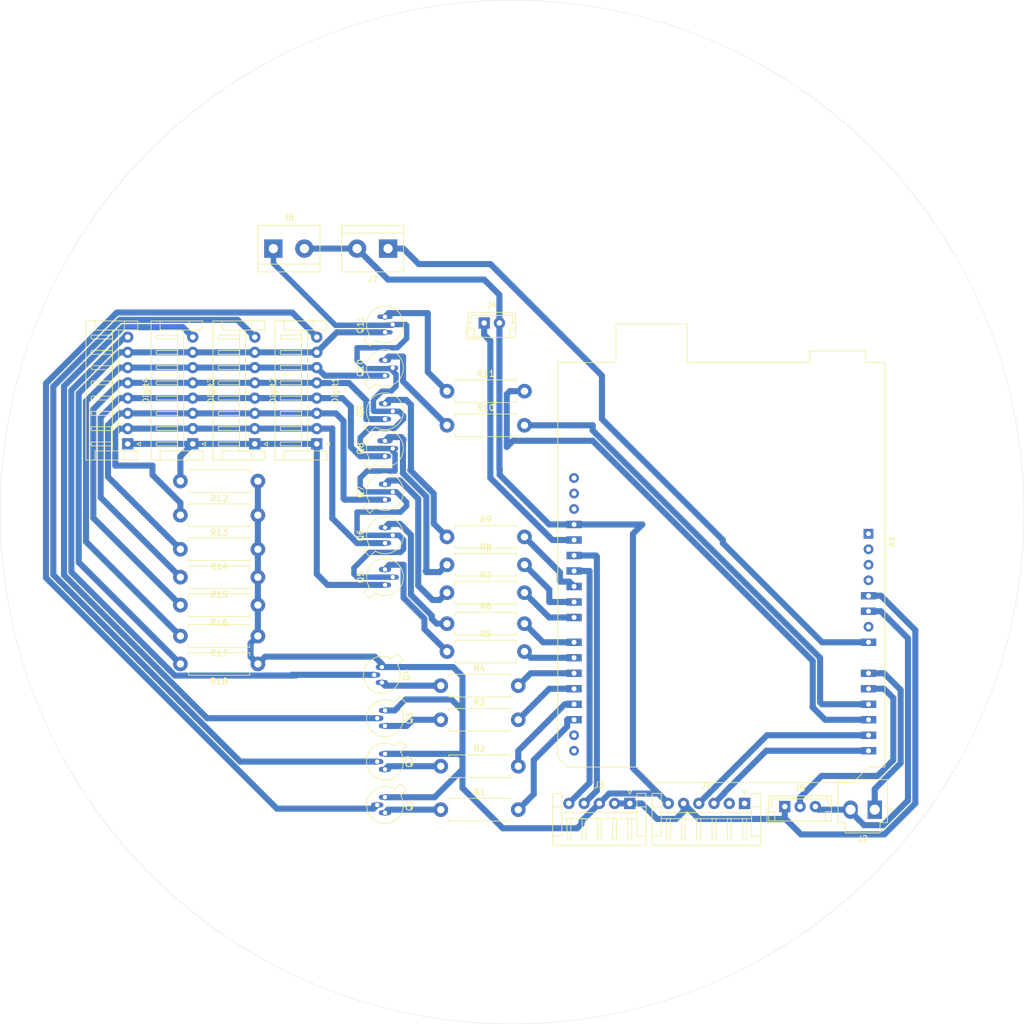
<source format=kicad_pcb>
(kicad_pcb (version 20171130) (host pcbnew "(5.1.2)-2")

  (general
    (thickness 1.6)
    (drawings 1)
    (tracks 382)
    (zones 0)
    (modules 41)
    (nets 57)
  )

  (page A4)
  (layers
    (0 F.Cu signal)
    (31 B.Cu signal)
    (32 B.Adhes user)
    (33 F.Adhes user)
    (34 B.Paste user)
    (35 F.Paste user)
    (36 B.SilkS user)
    (37 F.SilkS user)
    (38 B.Mask user)
    (39 F.Mask user)
    (40 Dwgs.User user)
    (41 Cmts.User user)
    (42 Eco1.User user)
    (43 Eco2.User user)
    (44 Edge.Cuts user)
    (45 Margin user)
    (46 B.CrtYd user)
    (47 F.CrtYd user)
    (48 B.Fab user)
    (49 F.Fab user)
  )

  (setup
    (last_trace_width 0.25)
    (user_trace_width 0.9)
    (user_trace_width 1)
    (trace_clearance 0.2)
    (zone_clearance 0.508)
    (zone_45_only no)
    (trace_min 0.2)
    (via_size 0.8)
    (via_drill 0.4)
    (via_min_size 0.4)
    (via_min_drill 0.3)
    (uvia_size 0.3)
    (uvia_drill 0.1)
    (uvias_allowed no)
    (uvia_min_size 0.2)
    (uvia_min_drill 0.1)
    (edge_width 0.05)
    (segment_width 0.2)
    (pcb_text_width 0.3)
    (pcb_text_size 1.5 1.5)
    (mod_edge_width 0.12)
    (mod_text_size 1 1)
    (mod_text_width 0.15)
    (pad_size 0.8 2)
    (pad_drill 0.7)
    (pad_to_mask_clearance 0.051)
    (solder_mask_min_width 0.25)
    (aux_axis_origin 0 0)
    (visible_elements 7FFFFFFF)
    (pcbplotparams
      (layerselection 0x011fc_ffffffff)
      (usegerberextensions false)
      (usegerberattributes false)
      (usegerberadvancedattributes false)
      (creategerberjobfile false)
      (excludeedgelayer true)
      (linewidth 0.100000)
      (plotframeref false)
      (viasonmask false)
      (mode 1)
      (useauxorigin false)
      (hpglpennumber 1)
      (hpglpenspeed 20)
      (hpglpendiameter 15.000000)
      (psnegative false)
      (psa4output false)
      (plotreference true)
      (plotvalue true)
      (plotinvisibletext false)
      (padsonsilk false)
      (subtractmaskfromsilk false)
      (outputformat 3)
      (mirror false)
      (drillshape 0)
      (scaleselection 1)
      (outputdirectory "7 segment/"))
  )

  (net 0 "")
  (net 1 "Net-(A1-Pad16)")
  (net 2 "Net-(A1-Pad15)")
  (net 3 "Net-(A1-Pad30)")
  (net 4 /SCL)
  (net 5 /GND)
  (net 6 /SDA)
  (net 7 /DOT)
  (net 8 /G)
  (net 9 /TX)
  (net 10 /F)
  (net 11 /RX)
  (net 12 /TEMP)
  (net 13 /E)
  (net 14 /TONE)
  (net 15 /D)
  (net 16 "Net-(A1-Pad8)")
  (net 17 /C)
  (net 18 "Net-(A1-Pad7)")
  (net 19 /B)
  (net 20 /A)
  (net 21 /V5)
  (net 22 /T4)
  (net 23 /V3P3)
  (net 24 /T3)
  (net 25 "Net-(A1-Pad3)")
  (net 26 /T2)
  (net 27 "Net-(A1-Pad2)")
  (net 28 /T1)
  (net 29 "Net-(A1-Pad1)")
  (net 30 "Net-(A1-Pad31)")
  (net 31 "Net-(A1-Pad32)")
  (net 32 L1)
  (net 33 /G4)
  (net 34 /F4)
  (net 35 /E4)
  (net 36 /D4)
  (net 37 /C4)
  (net 38 /B4)
  (net 39 /A4)
  (net 40 L2)
  (net 41 L3)
  (net 42 L4)
  (net 43 "Net-(J1-Pad2)")
  (net 44 "Net-(J1-Pad1)")
  (net 45 Vpower)
  (net 46 "Net-(Q1-Pad3)")
  (net 47 "Net-(Q2-Pad3)")
  (net 48 "Net-(Q3-Pad3)")
  (net 49 "Net-(Q4-Pad3)")
  (net 50 "Net-(Q5-Pad3)")
  (net 51 "Net-(Q6-Pad3)")
  (net 52 "Net-(Q7-Pad3)")
  (net 53 "Net-(Q8-Pad3)")
  (net 54 "Net-(Q9-Pad3)")
  (net 55 "Net-(Q10-Pad3)")
  (net 56 "Net-(Q11-Pad3)")

  (net_class Default "This is the default net class."
    (clearance 0.2)
    (trace_width 0.25)
    (via_dia 0.8)
    (via_drill 0.4)
    (uvia_dia 0.3)
    (uvia_drill 0.1)
    (add_net /A)
    (add_net /A4)
    (add_net /B)
    (add_net /B4)
    (add_net /C)
    (add_net /C4)
    (add_net /D)
    (add_net /D4)
    (add_net /DOT)
    (add_net /E)
    (add_net /E4)
    (add_net /F)
    (add_net /F4)
    (add_net /G)
    (add_net /G4)
    (add_net /GND)
    (add_net /RX)
    (add_net /SCL)
    (add_net /SDA)
    (add_net /T1)
    (add_net /T2)
    (add_net /T3)
    (add_net /T4)
    (add_net /TEMP)
    (add_net /TONE)
    (add_net /TX)
    (add_net /V3P3)
    (add_net /V5)
    (add_net L1)
    (add_net L2)
    (add_net L3)
    (add_net L4)
    (add_net "Net-(A1-Pad1)")
    (add_net "Net-(A1-Pad15)")
    (add_net "Net-(A1-Pad16)")
    (add_net "Net-(A1-Pad2)")
    (add_net "Net-(A1-Pad3)")
    (add_net "Net-(A1-Pad30)")
    (add_net "Net-(A1-Pad31)")
    (add_net "Net-(A1-Pad32)")
    (add_net "Net-(A1-Pad7)")
    (add_net "Net-(A1-Pad8)")
    (add_net "Net-(J1-Pad1)")
    (add_net "Net-(J1-Pad2)")
    (add_net "Net-(Q1-Pad3)")
    (add_net "Net-(Q10-Pad3)")
    (add_net "Net-(Q11-Pad3)")
    (add_net "Net-(Q2-Pad3)")
    (add_net "Net-(Q3-Pad3)")
    (add_net "Net-(Q4-Pad3)")
    (add_net "Net-(Q5-Pad3)")
    (add_net "Net-(Q6-Pad3)")
    (add_net "Net-(Q7-Pad3)")
    (add_net "Net-(Q8-Pad3)")
    (add_net "Net-(Q9-Pad3)")
    (add_net Vpower)
  )

  (module TO_SOT_Packages_THT:TO-46-3 (layer F.Cu) (tedit 5D639881) (tstamp 5D638468)
    (at 109.728 130.81 90)
    (descr TO-46-3)
    (tags TO-46-3)
    (path /5D636760)
    (fp_text reference Q5 (at 1.27 -4.02 90) (layer F.SilkS)
      (effects (font (size 1 1) (thickness 0.15)))
    )
    (fp_text value 2SC1815 (at 1.27 4.02 90) (layer F.Fab)
      (effects (font (size 1 1) (thickness 0.15)))
    )
    (fp_text user %R (at 1.27 -4.02 90) (layer F.Fab)
      (effects (font (size 1 1) (thickness 0.15)))
    )
    (fp_line (start -0.329057 -2.419301) (end -1.156372 -3.246616) (layer F.Fab) (width 0.1))
    (fp_line (start -1.156372 -3.246616) (end -1.976616 -2.426372) (layer F.Fab) (width 0.1))
    (fp_line (start -1.976616 -2.426372) (end -1.149301 -1.599057) (layer F.Fab) (width 0.1))
    (fp_line (start -0.312331 -2.572281) (end -1.224499 -3.484448) (layer F.SilkS) (width 0.12))
    (fp_line (start -1.224499 -3.484448) (end -2.214448 -2.494499) (layer F.SilkS) (width 0.12))
    (fp_line (start -2.214448 -2.494499) (end -1.302281 -1.582331) (layer F.SilkS) (width 0.12))
    (fp_line (start -2.23 -3.5) (end -2.23 3.15) (layer F.CrtYd) (width 0.05))
    (fp_line (start -2.23 3.15) (end 4.42 3.15) (layer F.CrtYd) (width 0.05))
    (fp_line (start 4.42 3.15) (end 4.42 -3.5) (layer F.CrtYd) (width 0.05))
    (fp_line (start 4.42 -3.5) (end -2.23 -3.5) (layer F.CrtYd) (width 0.05))
    (fp_circle (center 1.27 0) (end 3.67 0) (layer F.Fab) (width 0.1))
    (fp_arc (start 1.27 0) (end -0.329057 -2.419301) (angle 336.9) (layer F.Fab) (width 0.1))
    (fp_arc (start 1.27 0) (end -0.312331 -2.572281) (angle 333.2) (layer F.SilkS) (width 0.12))
    (pad 1 thru_hole oval (at 0 0 90) (size 0.8 2) (drill 0.7) (layers *.Cu *.Mask)
      (net 39 /A4))
    (pad 2 thru_hole oval (at 1.27 1.27 90) (size 0.8 2) (drill 0.7) (layers *.Cu *.Mask)
      (net 45 Vpower))
    (pad 3 thru_hole oval (at 2.54 0 90) (size 0.8 2) (drill 0.7) (layers *.Cu *.Mask)
      (net 50 "Net-(Q5-Pad3)"))
    (model ${KISYS3DMOD}/TO_SOT_Packages_THT.3dshapes/TO-46-3.wrl
      (at (xyz 0 0 0))
      (scale (xyz 0.393701 0.393701 0.393701))
      (rotate (xyz 0 0 0))
    )
  )

  (module TO_SOT_Packages_THT:TO-46-3 (layer F.Cu) (tedit 5D63983C) (tstamp 5D638492)
    (at 109.728 116.84 90)
    (descr TO-46-3)
    (tags TO-46-3)
    (path /5D63B0F0)
    (fp_text reference Q7 (at 1.27 -4.02 90) (layer F.SilkS)
      (effects (font (size 1 1) (thickness 0.15)))
    )
    (fp_text value 2SC1815 (at 1.27 4.02 90) (layer F.Fab)
      (effects (font (size 1 1) (thickness 0.15)))
    )
    (fp_arc (start 1.27 0) (end -0.312331 -2.572281) (angle 333.2) (layer F.SilkS) (width 0.12))
    (fp_arc (start 1.27 0) (end -0.329057 -2.419301) (angle 336.9) (layer F.Fab) (width 0.1))
    (fp_circle (center 1.27 0) (end 3.67 0) (layer F.Fab) (width 0.1))
    (fp_line (start 4.42 -3.5) (end -2.23 -3.5) (layer F.CrtYd) (width 0.05))
    (fp_line (start 4.42 3.15) (end 4.42 -3.5) (layer F.CrtYd) (width 0.05))
    (fp_line (start -2.23 3.15) (end 4.42 3.15) (layer F.CrtYd) (width 0.05))
    (fp_line (start -2.23 -3.5) (end -2.23 3.15) (layer F.CrtYd) (width 0.05))
    (fp_line (start -2.214448 -2.494499) (end -1.302281 -1.582331) (layer F.SilkS) (width 0.12))
    (fp_line (start -1.224499 -3.484448) (end -2.214448 -2.494499) (layer F.SilkS) (width 0.12))
    (fp_line (start -0.312331 -2.572281) (end -1.224499 -3.484448) (layer F.SilkS) (width 0.12))
    (fp_line (start -1.976616 -2.426372) (end -1.149301 -1.599057) (layer F.Fab) (width 0.1))
    (fp_line (start -1.156372 -3.246616) (end -1.976616 -2.426372) (layer F.Fab) (width 0.1))
    (fp_line (start -0.329057 -2.419301) (end -1.156372 -3.246616) (layer F.Fab) (width 0.1))
    (fp_text user %R (at 1.27 -4.02 90) (layer F.Fab)
      (effects (font (size 1 1) (thickness 0.15)))
    )
    (pad 3 thru_hole oval (at 2.54 0 90) (size 0.8 2) (drill 0.7) (layers *.Cu *.Mask)
      (net 52 "Net-(Q7-Pad3)"))
    (pad 2 thru_hole oval (at 1.27 1.27 90) (size 0.8 2) (drill 0.7) (layers *.Cu *.Mask)
      (net 45 Vpower))
    (pad 1 thru_hole oval (at 0 0 90) (size 0.8 2) (drill 0.7) (layers *.Cu *.Mask)
      (net 37 /C4))
    (model ${KISYS3DMOD}/TO_SOT_Packages_THT.3dshapes/TO-46-3.wrl
      (at (xyz 0 0 0))
      (scale (xyz 0.393701 0.393701 0.393701))
      (rotate (xyz 0 0 0))
    )
  )

  (module TO_SOT_Packages_THT:TO-46-3 (layer F.Cu) (tedit 5D63940B) (tstamp 5D6384E6)
    (at 109.728 89.408 90)
    (descr TO-46-3)
    (tags TO-46-3)
    (path /5D641D84)
    (fp_text reference Q11 (at 1.27 -4.02 90) (layer F.SilkS)
      (effects (font (size 1 1) (thickness 0.15)))
    )
    (fp_text value 2SC1815 (at 1.27 4.02 90) (layer F.Fab)
      (effects (font (size 1 1) (thickness 0.15)))
    )
    (fp_arc (start 1.27 0) (end -0.312331 -2.572281) (angle 333.2) (layer F.SilkS) (width 0.12))
    (fp_arc (start 1.27 0) (end -0.329057 -2.419301) (angle 336.9) (layer F.Fab) (width 0.1))
    (fp_circle (center 1.27 0) (end 3.67 0) (layer F.Fab) (width 0.1))
    (fp_line (start 4.42 -3.5) (end -2.23 -3.5) (layer F.CrtYd) (width 0.05))
    (fp_line (start 4.42 3.15) (end 4.42 -3.5) (layer F.CrtYd) (width 0.05))
    (fp_line (start -2.23 3.15) (end 4.42 3.15) (layer F.CrtYd) (width 0.05))
    (fp_line (start -2.23 -3.5) (end -2.23 3.15) (layer F.CrtYd) (width 0.05))
    (fp_line (start -2.214448 -2.494499) (end -1.302281 -1.582331) (layer F.SilkS) (width 0.12))
    (fp_line (start -1.224499 -3.484448) (end -2.214448 -2.494499) (layer F.SilkS) (width 0.12))
    (fp_line (start -0.312331 -2.572281) (end -1.224499 -3.484448) (layer F.SilkS) (width 0.12))
    (fp_line (start -1.976616 -2.426372) (end -1.149301 -1.599057) (layer F.Fab) (width 0.1))
    (fp_line (start -1.156372 -3.246616) (end -1.976616 -2.426372) (layer F.Fab) (width 0.1))
    (fp_line (start -0.329057 -2.419301) (end -1.156372 -3.246616) (layer F.Fab) (width 0.1))
    (fp_text user %R (at 1.27 -4.02 90) (layer F.Fab)
      (effects (font (size 1 1) (thickness 0.15)))
    )
    (pad 3 thru_hole oval (at 2.54 0 90) (size 0.7 2.5) (drill 0.7) (layers *.Cu *.Mask)
      (net 56 "Net-(Q11-Pad3)"))
    (pad 2 thru_hole oval (at 1.27 1.27 90) (size 0.7 2.5) (drill 0.7) (layers *.Cu *.Mask)
      (net 45 Vpower))
    (pad 1 thru_hole oval (at 0 0 90) (size 0.7 2.5) (drill 0.7) (layers *.Cu *.Mask)
      (net 33 /G4))
    (model ${KISYS3DMOD}/TO_SOT_Packages_THT.3dshapes/TO-46-3.wrl
      (at (xyz 0 0 0))
      (scale (xyz 0.393701 0.393701 0.393701))
      (rotate (xyz 0 0 0))
    )
  )

  (module TO_SOT_Packages_THT:TO-46-3 (layer F.Cu) (tedit 5D6398C3) (tstamp 5D638453)
    (at 109.22 144.272 270)
    (descr TO-46-3)
    (tags TO-46-3)
    (path /5D70BBB0)
    (fp_text reference Q4 (at 1.27 -4.02 90) (layer F.SilkS)
      (effects (font (size 1 1) (thickness 0.15)))
    )
    (fp_text value 2SC1815 (at 1.27 4.02 90) (layer F.Fab)
      (effects (font (size 1 1) (thickness 0.15)))
    )
    (fp_text user %R (at 1.27 -4.02 90) (layer F.Fab)
      (effects (font (size 1 1) (thickness 0.15)))
    )
    (fp_line (start -0.329057 -2.419301) (end -1.156372 -3.246616) (layer F.Fab) (width 0.1))
    (fp_line (start -1.156372 -3.246616) (end -1.976616 -2.426372) (layer F.Fab) (width 0.1))
    (fp_line (start -1.976616 -2.426372) (end -1.149301 -1.599057) (layer F.Fab) (width 0.1))
    (fp_line (start -0.312331 -2.572281) (end -1.224499 -3.484448) (layer F.SilkS) (width 0.12))
    (fp_line (start -1.224499 -3.484448) (end -2.214448 -2.494499) (layer F.SilkS) (width 0.12))
    (fp_line (start -2.214448 -2.494499) (end -1.302281 -1.582331) (layer F.SilkS) (width 0.12))
    (fp_line (start -2.23 -3.5) (end -2.23 3.15) (layer F.CrtYd) (width 0.05))
    (fp_line (start -2.23 3.15) (end 4.42 3.15) (layer F.CrtYd) (width 0.05))
    (fp_line (start 4.42 3.15) (end 4.42 -3.5) (layer F.CrtYd) (width 0.05))
    (fp_line (start 4.42 -3.5) (end -2.23 -3.5) (layer F.CrtYd) (width 0.05))
    (fp_circle (center 1.27 0) (end 3.67 0) (layer F.Fab) (width 0.1))
    (fp_arc (start 1.27 0) (end -0.329057 -2.419301) (angle 336.9) (layer F.Fab) (width 0.1))
    (fp_arc (start 1.27 0) (end -0.312331 -2.572281) (angle 333.2) (layer F.SilkS) (width 0.12))
    (pad 1 thru_hole oval (at 0 0 270) (size 0.9 2) (drill 0.7) (layers *.Cu *.Mask)
      (net 5 /GND))
    (pad 2 thru_hole oval (at 1.27 1.27 270) (size 0.8 2) (drill 0.7) (layers *.Cu *.Mask)
      (net 42 L4))
    (pad 3 thru_hole oval (at 2.54 0 270) (size 0.8 2) (drill 0.7) (layers *.Cu *.Mask)
      (net 49 "Net-(Q4-Pad3)"))
    (model ${KISYS3DMOD}/TO_SOT_Packages_THT.3dshapes/TO-46-3.wrl
      (at (xyz 0 0 0))
      (scale (xyz 0.393701 0.393701 0.393701))
      (rotate (xyz 0 0 0))
    )
  )

  (module TO_SOT_Packages_THT:TO-46-3 (layer F.Cu) (tedit 5D6397D8) (tstamp 5D6384A7)
    (at 109.728 109.728 90)
    (descr TO-46-3)
    (tags TO-46-3)
    (path /5D63BBE1)
    (fp_text reference Q8 (at 1.27 -4.02 90) (layer F.SilkS)
      (effects (font (size 1 1) (thickness 0.15)))
    )
    (fp_text value 2SC1815 (at 1.27 4.02 90) (layer F.Fab)
      (effects (font (size 1 1) (thickness 0.15)))
    )
    (fp_text user %R (at 1.27 -4.02 90) (layer F.Fab)
      (effects (font (size 1 1) (thickness 0.15)))
    )
    (fp_line (start -0.329057 -2.419301) (end -1.156372 -3.246616) (layer F.Fab) (width 0.1))
    (fp_line (start -1.156372 -3.246616) (end -1.976616 -2.426372) (layer F.Fab) (width 0.1))
    (fp_line (start -1.976616 -2.426372) (end -1.149301 -1.599057) (layer F.Fab) (width 0.1))
    (fp_line (start -0.312331 -2.572281) (end -1.224499 -3.484448) (layer F.SilkS) (width 0.12))
    (fp_line (start -1.224499 -3.484448) (end -2.214448 -2.494499) (layer F.SilkS) (width 0.12))
    (fp_line (start -2.214448 -2.494499) (end -1.302281 -1.582331) (layer F.SilkS) (width 0.12))
    (fp_line (start -2.23 -3.5) (end -2.23 3.15) (layer F.CrtYd) (width 0.05))
    (fp_line (start -2.23 3.15) (end 4.42 3.15) (layer F.CrtYd) (width 0.05))
    (fp_line (start 4.42 3.15) (end 4.42 -3.5) (layer F.CrtYd) (width 0.05))
    (fp_line (start 4.42 -3.5) (end -2.23 -3.5) (layer F.CrtYd) (width 0.05))
    (fp_circle (center 1.27 0) (end 3.67 0) (layer F.Fab) (width 0.1))
    (fp_arc (start 1.27 0) (end -0.329057 -2.419301) (angle 336.9) (layer F.Fab) (width 0.1))
    (fp_arc (start 1.27 0) (end -0.312331 -2.572281) (angle 333.2) (layer F.SilkS) (width 0.12))
    (pad 1 thru_hole oval (at 0 0 90) (size 0.8 2) (drill 0.7) (layers *.Cu *.Mask)
      (net 36 /D4))
    (pad 2 thru_hole oval (at 1.27 1.27 90) (size 0.8 1.8) (drill 0.7) (layers *.Cu *.Mask)
      (net 45 Vpower))
    (pad 3 thru_hole oval (at 2.54 0 90) (size 0.8 2.5) (drill 0.7) (layers *.Cu *.Mask)
      (net 53 "Net-(Q8-Pad3)"))
    (model ${KISYS3DMOD}/TO_SOT_Packages_THT.3dshapes/TO-46-3.wrl
      (at (xyz 0 0 0))
      (scale (xyz 0.393701 0.393701 0.393701))
      (rotate (xyz 0 0 0))
    )
  )

  (module Resistors_THT:R_Axial_DIN0411_L9.9mm_D3.6mm_P12.70mm_Horizontal (layer F.Cu) (tedit 5874F706) (tstamp 5D63D04F)
    (at 119.888 104.648)
    (descr "Resistor, Axial_DIN0411 series, Axial, Horizontal, pin pitch=12.7mm, 1W = 1/1W, length*diameter=9.9*3.6mm^2")
    (tags "Resistor Axial_DIN0411 series Axial Horizontal pin pitch 12.7mm 1W = 1/1W length 9.9mm diameter 3.6mm")
    (path /5D658910)
    (fp_text reference R10 (at 6.35 -2.86) (layer F.SilkS)
      (effects (font (size 1 1) (thickness 0.15)))
    )
    (fp_text value R (at 6.35 2.86) (layer F.Fab)
      (effects (font (size 1 1) (thickness 0.15)))
    )
    (fp_line (start 14.15 -2.15) (end -1.45 -2.15) (layer F.CrtYd) (width 0.05))
    (fp_line (start 14.15 2.15) (end 14.15 -2.15) (layer F.CrtYd) (width 0.05))
    (fp_line (start -1.45 2.15) (end 14.15 2.15) (layer F.CrtYd) (width 0.05))
    (fp_line (start -1.45 -2.15) (end -1.45 2.15) (layer F.CrtYd) (width 0.05))
    (fp_line (start 11.36 1.86) (end 11.36 1.38) (layer F.SilkS) (width 0.12))
    (fp_line (start 1.34 1.86) (end 11.36 1.86) (layer F.SilkS) (width 0.12))
    (fp_line (start 1.34 1.38) (end 1.34 1.86) (layer F.SilkS) (width 0.12))
    (fp_line (start 11.36 -1.86) (end 11.36 -1.38) (layer F.SilkS) (width 0.12))
    (fp_line (start 1.34 -1.86) (end 11.36 -1.86) (layer F.SilkS) (width 0.12))
    (fp_line (start 1.34 -1.38) (end 1.34 -1.86) (layer F.SilkS) (width 0.12))
    (fp_line (start 12.7 0) (end 11.3 0) (layer F.Fab) (width 0.1))
    (fp_line (start 0 0) (end 1.4 0) (layer F.Fab) (width 0.1))
    (fp_line (start 11.3 -1.8) (end 1.4 -1.8) (layer F.Fab) (width 0.1))
    (fp_line (start 11.3 1.8) (end 11.3 -1.8) (layer F.Fab) (width 0.1))
    (fp_line (start 1.4 1.8) (end 11.3 1.8) (layer F.Fab) (width 0.1))
    (fp_line (start 1.4 -1.8) (end 1.4 1.8) (layer F.Fab) (width 0.1))
    (pad 2 thru_hole oval (at 12.7 0) (size 2.4 2.4) (drill 1.2) (layers *.Cu *.Mask)
      (net 10 /F))
    (pad 1 thru_hole circle (at 0 0) (size 2.4 2.4) (drill 1.2) (layers *.Cu *.Mask)
      (net 55 "Net-(Q10-Pad3)"))
    (model ${KISYS3DMOD}/Resistors_THT.3dshapes/R_Axial_DIN0411_L9.9mm_D3.6mm_P12.70mm_Horizontal.wrl
      (at (xyz 0 0 0))
      (scale (xyz 0.393701 0.393701 0.393701))
      (rotate (xyz 0 0 0))
    )
  )

  (module Modules:Arduino_UNO_R3_WithMountingHoles (layer F.Cu) (tedit 5D639C69) (tstamp 5D63817C)
    (at 188.976 122.428 270)
    (descr "Arduino UNO R3, http://www.mouser.com/pdfdocs/Gravitech_Arduino_Nano3_0.pdf")
    (tags "Arduino UNO R3")
    (path /5D62BCE9)
    (fp_text reference A1 (at 1.27 -3.81 270) (layer F.SilkS)
      (effects (font (size 1 1) (thickness 0.15)))
    )
    (fp_text value Arduino_UNO_R3 (at 0 22.86 90) (layer F.Fab)
      (effects (font (size 1 1) (thickness 0.15)))
    )
    (fp_line (start -27.94 -2.54) (end 38.1 -2.54) (layer F.Fab) (width 0.1))
    (fp_line (start -27.94 50.8) (end -27.94 -2.54) (layer F.Fab) (width 0.1))
    (fp_line (start 36.58 50.8) (end -27.94 50.8) (layer F.Fab) (width 0.1))
    (fp_line (start 38.1 49.28) (end 36.58 50.8) (layer F.Fab) (width 0.1))
    (fp_line (start 38.1 0) (end 40.64 2.54) (layer F.Fab) (width 0.1))
    (fp_line (start 38.1 -2.54) (end 38.1 0) (layer F.Fab) (width 0.1))
    (fp_line (start 40.64 35.31) (end 38.1 37.85) (layer F.Fab) (width 0.1))
    (fp_line (start 40.64 2.54) (end 40.64 35.31) (layer F.Fab) (width 0.1))
    (fp_line (start 38.1 37.85) (end 38.1 49.28) (layer F.Fab) (width 0.1))
    (fp_line (start -29.84 9.53) (end -29.84 0.64) (layer F.Fab) (width 0.1))
    (fp_line (start -16.51 9.53) (end -29.84 9.53) (layer F.Fab) (width 0.1))
    (fp_line (start -16.51 0.64) (end -16.51 9.53) (layer F.Fab) (width 0.1))
    (fp_line (start -29.84 0.64) (end -16.51 0.64) (layer F.Fab) (width 0.1))
    (fp_line (start -34.29 41.27) (end -34.29 29.84) (layer F.Fab) (width 0.1))
    (fp_line (start -18.41 41.27) (end -34.29 41.27) (layer F.Fab) (width 0.1))
    (fp_line (start -18.41 29.84) (end -18.41 41.27) (layer F.Fab) (width 0.1))
    (fp_line (start -34.29 29.84) (end -18.41 29.84) (layer F.Fab) (width 0.1))
    (fp_line (start 38.23 37.85) (end 40.77 35.31) (layer F.SilkS) (width 0.12))
    (fp_line (start 38.23 49.28) (end 38.23 37.85) (layer F.SilkS) (width 0.12))
    (fp_line (start 36.58 50.93) (end 38.23 49.28) (layer F.SilkS) (width 0.12))
    (fp_line (start -28.07 50.93) (end 36.58 50.93) (layer F.SilkS) (width 0.12))
    (fp_line (start -28.07 41.4) (end -28.07 50.93) (layer F.SilkS) (width 0.12))
    (fp_line (start -34.42 41.4) (end -28.07 41.4) (layer F.SilkS) (width 0.12))
    (fp_line (start -34.42 29.72) (end -34.42 41.4) (layer F.SilkS) (width 0.12))
    (fp_line (start -28.07 29.72) (end -34.42 29.72) (layer F.SilkS) (width 0.12))
    (fp_line (start -28.07 9.65) (end -28.07 29.72) (layer F.SilkS) (width 0.12))
    (fp_line (start -29.97 9.65) (end -28.07 9.65) (layer F.SilkS) (width 0.12))
    (fp_line (start -29.97 0.51) (end -29.97 9.65) (layer F.SilkS) (width 0.12))
    (fp_line (start -28.07 0.51) (end -29.97 0.51) (layer F.SilkS) (width 0.12))
    (fp_line (start -28.07 -2.67) (end -28.07 0.51) (layer F.SilkS) (width 0.12))
    (fp_line (start 38.23 -2.67) (end -28.07 -2.67) (layer F.SilkS) (width 0.12))
    (fp_line (start 38.23 0) (end 38.23 -2.67) (layer F.SilkS) (width 0.12))
    (fp_line (start 40.77 2.54) (end 38.23 0) (layer F.SilkS) (width 0.12))
    (fp_line (start 40.77 35.31) (end 40.77 2.54) (layer F.SilkS) (width 0.12))
    (fp_line (start -28.19 -2.79) (end 38.35 -2.79) (layer F.CrtYd) (width 0.05))
    (fp_line (start -28.19 0.38) (end -28.19 -2.79) (layer F.CrtYd) (width 0.05))
    (fp_line (start -30.1 0.38) (end -28.19 0.38) (layer F.CrtYd) (width 0.05))
    (fp_line (start -30.1 9.78) (end -30.1 0.38) (layer F.CrtYd) (width 0.05))
    (fp_line (start -28.19 9.78) (end -30.1 9.78) (layer F.CrtYd) (width 0.05))
    (fp_line (start -28.19 29.59) (end -28.19 9.78) (layer F.CrtYd) (width 0.05))
    (fp_line (start -34.54 29.59) (end -28.19 29.59) (layer F.CrtYd) (width 0.05))
    (fp_line (start -34.54 41.53) (end -34.54 29.59) (layer F.CrtYd) (width 0.05))
    (fp_line (start -28.19 41.53) (end -34.54 41.53) (layer F.CrtYd) (width 0.05))
    (fp_line (start -28.19 51.05) (end -28.19 41.53) (layer F.CrtYd) (width 0.05))
    (fp_line (start 36.58 51.05) (end -28.19 51.05) (layer F.CrtYd) (width 0.05))
    (fp_line (start 38.35 49.28) (end 36.58 51.05) (layer F.CrtYd) (width 0.05))
    (fp_line (start 38.35 37.85) (end 38.35 49.28) (layer F.CrtYd) (width 0.05))
    (fp_line (start 40.89 35.31) (end 38.35 37.85) (layer F.CrtYd) (width 0.05))
    (fp_line (start 40.89 2.54) (end 40.89 35.31) (layer F.CrtYd) (width 0.05))
    (fp_line (start 38.35 0) (end 40.89 2.54) (layer F.CrtYd) (width 0.05))
    (fp_line (start 38.35 -2.79) (end 38.35 0) (layer F.CrtYd) (width 0.05))
    (fp_text user %R (at 0 20.32 270) (layer F.Fab)
      (effects (font (size 1 1) (thickness 0.15)))
    )
    (pad "" np_thru_hole circle (at 38.1 5.08) (size 1.78 1.78) (drill 1.78) (layers *.Cu *.Mask))
    (pad "" np_thru_hole circle (at 38.1 33.02) (size 1.78 1.78) (drill 1.78) (layers *.Cu *.Mask))
    (pad "" np_thru_hole circle (at -12.7 48.26) (size 1.78 1.78) (drill 1.78) (layers *.Cu *.Mask))
    (pad "" np_thru_hole circle (at -13.97 0) (size 1.78 1.78) (drill 1.78) (layers *.Cu *.Mask))
    (pad 16 thru_hole oval (at 33.02 48.26) (size 1.6 1.6) (drill 0.8) (layers *.Cu *.Mask)
      (net 1 "Net-(A1-Pad16)"))
    (pad 15 thru_hole oval (at 35.56 48.26) (size 1.6 1.6) (drill 0.8) (layers *.Cu *.Mask)
      (net 2 "Net-(A1-Pad15)"))
    (pad 30 thru_hole oval (at -4.06 48.26) (size 1.6 1.6) (drill 0.8) (layers *.Cu *.Mask)
      (net 3 "Net-(A1-Pad30)"))
    (pad 14 thru_hole rect (at 35.56 0) (size 2.5 1.2) (drill 0.8) (layers *.Cu *.Mask)
      (net 4 /SCL))
    (pad 29 thru_hole rect (at -1.52 48.26) (size 2.5 1.2) (drill 0.8) (layers *.Cu *.Mask)
      (net 5 /GND))
    (pad 13 thru_hole rect (at 33.02 0) (size 2.5 1.2) (drill 0.8) (layers *.Cu *.Mask)
      (net 6 /SDA))
    (pad 28 thru_hole rect (at 1.02 48.26) (size 2.5 1.2) (drill 0.8) (layers *.Cu *.Mask)
      (net 7 /DOT))
    (pad 12 thru_hole rect (at 30.48 0) (size 2.5 1.2) (drill 0.8) (layers *.Cu *.Mask)
      (net 8 /G))
    (pad 27 thru_hole rect (at 3.56 48.26) (size 2.5 1.2) (drill 0.8) (layers *.Cu *.Mask)
      (net 9 /TX))
    (pad 11 thru_hole rect (at 27.94 0) (size 2.5 1.2) (drill 0.8) (layers *.Cu *.Mask)
      (net 10 /F))
    (pad 26 thru_hole trapezoid (at 6.1 48.26) (size 2.5 1.2) (drill 0.8) (layers *.Cu *.Mask)
      (net 11 /RX))
    (pad 10 thru_hole rect (at 25.4 0) (size 2.5 1.2) (drill 0.8) (layers *.Cu *.Mask)
      (net 12 /TEMP))
    (pad 25 thru_hole rect (at 8.64 48.26) (size 2.5 1.2) (drill 0.8) (layers *.Cu *.Mask)
      (net 13 /E))
    (pad 9 thru_hole rect (at 22.86 0) (size 2.5 1.2) (drill 0.8) (layers *.Cu *.Mask)
      (net 14 /TONE))
    (pad 24 thru_hole rect (at 11.18 48.26) (size 2.5 1.2) (drill 0.8) (layers *.Cu *.Mask)
      (net 15 /D))
    (pad 8 thru_hole rect (at 17.78 0) (size 2.5 1.2) (drill 0.8) (layers *.Cu *.Mask)
      (net 16 "Net-(A1-Pad8)"))
    (pad 23 thru_hole rect (at 13.72 48.26) (size 2.5 1.2) (drill 0.8) (layers *.Cu *.Mask)
      (net 17 /C))
    (pad 7 thru_hole oval (at 15.24 0) (size 1.6 1.6) (drill 0.8) (layers *.Cu *.Mask)
      (net 18 "Net-(A1-Pad7)"))
    (pad 22 thru_hole rect (at 17.78 48.26) (size 2.5 1.2) (drill 0.8) (layers *.Cu *.Mask)
      (net 19 /B))
    (pad 6 thru_hole rect (at 12.7 0) (size 2.5 1.2) (drill 0.8) (layers *.Cu *.Mask)
      (net 5 /GND))
    (pad 21 thru_hole rect (at 20.32 48.26) (size 2.5 1.2) (drill 0.8) (layers *.Cu *.Mask)
      (net 20 /A))
    (pad 5 thru_hole rect (at 10.16 0) (size 2.5 1.2) (drill 0.8) (layers *.Cu *.Mask)
      (net 21 /V5))
    (pad 20 thru_hole rect (at 22.86 48.26) (size 2.5 1.2) (drill 0.8) (layers *.Cu *.Mask)
      (net 22 /T4))
    (pad 4 thru_hole oval (at 7.62 0) (size 1.6 1.6) (drill 0.8) (layers *.Cu *.Mask)
      (net 23 /V3P3))
    (pad 19 thru_hole rect (at 25.4 48.26) (size 2.5 1.2) (drill 0.8) (layers *.Cu *.Mask)
      (net 24 /T3))
    (pad 3 thru_hole oval (at 5.08 0) (size 1.6 1.6) (drill 0.8) (layers *.Cu *.Mask)
      (net 25 "Net-(A1-Pad3)"))
    (pad 18 thru_hole rect (at 27.94 48.26) (size 2.5 1.2) (drill 0.8) (layers *.Cu *.Mask)
      (net 26 /T2))
    (pad 2 thru_hole oval (at 2.54 0) (size 1.6 1.6) (drill 0.8) (layers *.Cu *.Mask)
      (net 27 "Net-(A1-Pad2)"))
    (pad 17 thru_hole rect (at 30.48 48.26) (size 2.5 1.2) (drill 0.8) (layers *.Cu *.Mask)
      (net 28 /T1))
    (pad 1 thru_hole rect (at 0 0) (size 1.6 1.6) (drill 0.8) (layers *.Cu *.Mask)
      (net 29 "Net-(A1-Pad1)"))
    (pad 31 thru_hole oval (at -6.6 48.26) (size 1.6 1.6) (drill 0.8) (layers *.Cu *.Mask)
      (net 30 "Net-(A1-Pad31)"))
    (pad 32 thru_hole oval (at -9.14 48.26) (size 1.6 1.6) (drill 0.8) (layers *.Cu *.Mask)
      (net 31 "Net-(A1-Pad32)"))
  )

  (module Connectors_JST:JST_EH_S08B-EH_08x2.50mm_Angled (layer F.Cu) (tedit 58A3B0B9) (tstamp 5D6381D6)
    (at 98.552 107.696 90)
    (descr "JST EH series connector, S08B-EH, 2.50mm pitch, side entry")
    (tags "connector jst eh side horizontal angled")
    (path /5D660FA4)
    (fp_text reference Digit1 (at 8.75 3 90) (layer F.SilkS)
      (effects (font (size 1 1) (thickness 0.15)))
    )
    (fp_text value Conn_01x08_Female (at 8.75 -8 90) (layer F.Fab)
      (effects (font (size 1 1) (thickness 0.15)))
    )
    (fp_line (start 20.65 -7.35) (end -3.15 -7.35) (layer F.CrtYd) (width 0.05))
    (fp_line (start 20.65 2.15) (end 20.65 -7.35) (layer F.CrtYd) (width 0.05))
    (fp_line (start -3.15 2.15) (end 20.65 2.15) (layer F.CrtYd) (width 0.05))
    (fp_line (start -3.15 -7.35) (end -3.15 2.15) (layer F.CrtYd) (width 0.05))
    (fp_line (start 0.3 2.1) (end 0 1.5) (layer F.Fab) (width 0.1))
    (fp_line (start -0.3 2.1) (end 0.3 2.1) (layer F.Fab) (width 0.1))
    (fp_line (start 0 1.5) (end -0.3 2.1) (layer F.Fab) (width 0.1))
    (fp_line (start 0.3 2.1) (end 0 1.5) (layer F.SilkS) (width 0.12))
    (fp_line (start -0.3 2.1) (end 0.3 2.1) (layer F.SilkS) (width 0.12))
    (fp_line (start 0 1.5) (end -0.3 2.1) (layer F.SilkS) (width 0.12))
    (fp_line (start 17.82 -2.5) (end 17.5 -2.5) (layer F.SilkS) (width 0.12))
    (fp_line (start 17.82 -5.92) (end 17.82 -2.5) (layer F.SilkS) (width 0.12))
    (fp_line (start 17.5 -6) (end 17.82 -5.92) (layer F.SilkS) (width 0.12))
    (fp_line (start 17.18 -5.92) (end 17.5 -6) (layer F.SilkS) (width 0.12))
    (fp_line (start 17.18 -2.5) (end 17.18 -5.92) (layer F.SilkS) (width 0.12))
    (fp_line (start 17.5 -2.5) (end 17.18 -2.5) (layer F.SilkS) (width 0.12))
    (fp_line (start 15.32 -2.5) (end 15 -2.5) (layer F.SilkS) (width 0.12))
    (fp_line (start 15.32 -5.92) (end 15.32 -2.5) (layer F.SilkS) (width 0.12))
    (fp_line (start 15 -6) (end 15.32 -5.92) (layer F.SilkS) (width 0.12))
    (fp_line (start 14.68 -5.92) (end 15 -6) (layer F.SilkS) (width 0.12))
    (fp_line (start 14.68 -2.5) (end 14.68 -5.92) (layer F.SilkS) (width 0.12))
    (fp_line (start 15 -2.5) (end 14.68 -2.5) (layer F.SilkS) (width 0.12))
    (fp_line (start 12.82 -2.5) (end 12.5 -2.5) (layer F.SilkS) (width 0.12))
    (fp_line (start 12.82 -5.92) (end 12.82 -2.5) (layer F.SilkS) (width 0.12))
    (fp_line (start 12.5 -6) (end 12.82 -5.92) (layer F.SilkS) (width 0.12))
    (fp_line (start 12.18 -5.92) (end 12.5 -6) (layer F.SilkS) (width 0.12))
    (fp_line (start 12.18 -2.5) (end 12.18 -5.92) (layer F.SilkS) (width 0.12))
    (fp_line (start 12.5 -2.5) (end 12.18 -2.5) (layer F.SilkS) (width 0.12))
    (fp_line (start 10.32 -2.5) (end 10 -2.5) (layer F.SilkS) (width 0.12))
    (fp_line (start 10.32 -5.92) (end 10.32 -2.5) (layer F.SilkS) (width 0.12))
    (fp_line (start 10 -6) (end 10.32 -5.92) (layer F.SilkS) (width 0.12))
    (fp_line (start 9.68 -5.92) (end 10 -6) (layer F.SilkS) (width 0.12))
    (fp_line (start 9.68 -2.5) (end 9.68 -5.92) (layer F.SilkS) (width 0.12))
    (fp_line (start 10 -2.5) (end 9.68 -2.5) (layer F.SilkS) (width 0.12))
    (fp_line (start 7.82 -2.5) (end 7.5 -2.5) (layer F.SilkS) (width 0.12))
    (fp_line (start 7.82 -5.92) (end 7.82 -2.5) (layer F.SilkS) (width 0.12))
    (fp_line (start 7.5 -6) (end 7.82 -5.92) (layer F.SilkS) (width 0.12))
    (fp_line (start 7.18 -5.92) (end 7.5 -6) (layer F.SilkS) (width 0.12))
    (fp_line (start 7.18 -2.5) (end 7.18 -5.92) (layer F.SilkS) (width 0.12))
    (fp_line (start 7.5 -2.5) (end 7.18 -2.5) (layer F.SilkS) (width 0.12))
    (fp_line (start 5.32 -2.5) (end 5 -2.5) (layer F.SilkS) (width 0.12))
    (fp_line (start 5.32 -5.92) (end 5.32 -2.5) (layer F.SilkS) (width 0.12))
    (fp_line (start 5 -6) (end 5.32 -5.92) (layer F.SilkS) (width 0.12))
    (fp_line (start 4.68 -5.92) (end 5 -6) (layer F.SilkS) (width 0.12))
    (fp_line (start 4.68 -2.5) (end 4.68 -5.92) (layer F.SilkS) (width 0.12))
    (fp_line (start 5 -2.5) (end 4.68 -2.5) (layer F.SilkS) (width 0.12))
    (fp_line (start 2.82 -2.5) (end 2.5 -2.5) (layer F.SilkS) (width 0.12))
    (fp_line (start 2.82 -5.92) (end 2.82 -2.5) (layer F.SilkS) (width 0.12))
    (fp_line (start 2.5 -6) (end 2.82 -5.92) (layer F.SilkS) (width 0.12))
    (fp_line (start 2.18 -5.92) (end 2.5 -6) (layer F.SilkS) (width 0.12))
    (fp_line (start 2.18 -2.5) (end 2.18 -5.92) (layer F.SilkS) (width 0.12))
    (fp_line (start 2.5 -2.5) (end 2.18 -2.5) (layer F.SilkS) (width 0.12))
    (fp_line (start 0.32 -2.5) (end 0 -2.5) (layer F.SilkS) (width 0.12))
    (fp_line (start 0.32 -5.92) (end 0.32 -2.5) (layer F.SilkS) (width 0.12))
    (fp_line (start 0 -6) (end 0.32 -5.92) (layer F.SilkS) (width 0.12))
    (fp_line (start -0.32 -5.92) (end 0 -6) (layer F.SilkS) (width 0.12))
    (fp_line (start -0.32 -2.5) (end -0.32 -5.92) (layer F.SilkS) (width 0.12))
    (fp_line (start 0 -2.5) (end -0.32 -2.5) (layer F.SilkS) (width 0.12))
    (fp_line (start -1.15 -1.5) (end 18.65 -1.5) (layer F.SilkS) (width 0.12))
    (fp_line (start -1.15 -2.5) (end 18.65 -2.5) (layer F.SilkS) (width 0.12))
    (fp_line (start 18.65 -0.55) (end 20.15 -0.55) (layer F.SilkS) (width 0.12))
    (fp_line (start 18.65 -5.35) (end 18.65 -0.55) (layer F.SilkS) (width 0.12))
    (fp_line (start 20.15 -5.35) (end 18.65 -5.35) (layer F.SilkS) (width 0.12))
    (fp_line (start -1.15 -0.55) (end -2.65 -0.55) (layer F.SilkS) (width 0.12))
    (fp_line (start -1.15 -5.35) (end -1.15 -0.55) (layer F.SilkS) (width 0.12))
    (fp_line (start -2.65 -5.35) (end -1.15 -5.35) (layer F.SilkS) (width 0.12))
    (fp_line (start 18.65 1.65) (end 18.65 -0.55) (layer F.SilkS) (width 0.12))
    (fp_line (start 20.15 1.65) (end 18.65 1.65) (layer F.SilkS) (width 0.12))
    (fp_line (start 20.15 -6.85) (end 20.15 1.65) (layer F.SilkS) (width 0.12))
    (fp_line (start -2.65 -6.85) (end 20.15 -6.85) (layer F.SilkS) (width 0.12))
    (fp_line (start -2.65 1.65) (end -2.65 -6.85) (layer F.SilkS) (width 0.12))
    (fp_line (start -1.15 1.65) (end -2.65 1.65) (layer F.SilkS) (width 0.12))
    (fp_line (start -1.15 -0.55) (end -1.15 1.65) (layer F.SilkS) (width 0.12))
    (fp_line (start 20 -6.7) (end -2.5 -6.7) (layer F.Fab) (width 0.1))
    (fp_line (start 20 1.5) (end 20 -6.7) (layer F.Fab) (width 0.1))
    (fp_line (start -2.5 1.5) (end 20 1.5) (layer F.Fab) (width 0.1))
    (fp_line (start -2.5 -6.7) (end -2.5 1.5) (layer F.Fab) (width 0.1))
    (fp_text user %R (at 8.75 -2 90) (layer F.Fab)
      (effects (font (size 1 1) (thickness 0.15)))
    )
    (pad 8 thru_hole circle (at 17.5 0 90) (size 1.85 1.85) (drill 0.9) (layers *.Cu *.Mask)
      (net 32 L1))
    (pad 7 thru_hole circle (at 15 0 90) (size 1.85 1.85) (drill 0.9) (layers *.Cu *.Mask)
      (net 33 /G4))
    (pad 6 thru_hole circle (at 12.5 0 90) (size 1.85 1.85) (drill 0.9) (layers *.Cu *.Mask)
      (net 34 /F4))
    (pad 5 thru_hole circle (at 10 0 90) (size 1.85 1.85) (drill 0.9) (layers *.Cu *.Mask)
      (net 35 /E4))
    (pad 4 thru_hole circle (at 7.5 0 90) (size 1.85 1.85) (drill 0.9) (layers *.Cu *.Mask)
      (net 36 /D4))
    (pad 3 thru_hole circle (at 5 0 90) (size 1.85 1.85) (drill 0.9) (layers *.Cu *.Mask)
      (net 37 /C4))
    (pad 2 thru_hole circle (at 2.5 0 90) (size 1.85 1.85) (drill 0.9) (layers *.Cu *.Mask)
      (net 38 /B4))
    (pad 1 thru_hole rect (at 0 0 90) (size 1.85 1.85) (drill 0.9) (layers *.Cu *.Mask)
      (net 39 /A4))
    (model Connectors_JST.3dshapes/JST_EH_S08B-EH_08x2.50mm_Angled.wrl
      (at (xyz 0 0 0))
      (scale (xyz 1 1 1))
      (rotate (xyz 0 0 0))
    )
  )

  (module Connectors_JST:JST_EH_S08B-EH_08x2.50mm_Angled (layer F.Cu) (tedit 58A3B0B9) (tstamp 5D6382E4)
    (at 67.564 107.696 90)
    (descr "JST EH series connector, S08B-EH, 2.50mm pitch, side entry")
    (tags "connector jst eh side horizontal angled")
    (path /5D668E52)
    (fp_text reference Digit4 (at 8.75 3 90) (layer F.SilkS)
      (effects (font (size 1 1) (thickness 0.15)))
    )
    (fp_text value Conn_01x08_Female (at 8.75 -8 90) (layer F.Fab)
      (effects (font (size 1 1) (thickness 0.15)))
    )
    (fp_text user %R (at 8.75 -2 90) (layer F.Fab)
      (effects (font (size 1 1) (thickness 0.15)))
    )
    (fp_line (start -2.5 -6.7) (end -2.5 1.5) (layer F.Fab) (width 0.1))
    (fp_line (start -2.5 1.5) (end 20 1.5) (layer F.Fab) (width 0.1))
    (fp_line (start 20 1.5) (end 20 -6.7) (layer F.Fab) (width 0.1))
    (fp_line (start 20 -6.7) (end -2.5 -6.7) (layer F.Fab) (width 0.1))
    (fp_line (start -1.15 -0.55) (end -1.15 1.65) (layer F.SilkS) (width 0.12))
    (fp_line (start -1.15 1.65) (end -2.65 1.65) (layer F.SilkS) (width 0.12))
    (fp_line (start -2.65 1.65) (end -2.65 -6.85) (layer F.SilkS) (width 0.12))
    (fp_line (start -2.65 -6.85) (end 20.15 -6.85) (layer F.SilkS) (width 0.12))
    (fp_line (start 20.15 -6.85) (end 20.15 1.65) (layer F.SilkS) (width 0.12))
    (fp_line (start 20.15 1.65) (end 18.65 1.65) (layer F.SilkS) (width 0.12))
    (fp_line (start 18.65 1.65) (end 18.65 -0.55) (layer F.SilkS) (width 0.12))
    (fp_line (start -2.65 -5.35) (end -1.15 -5.35) (layer F.SilkS) (width 0.12))
    (fp_line (start -1.15 -5.35) (end -1.15 -0.55) (layer F.SilkS) (width 0.12))
    (fp_line (start -1.15 -0.55) (end -2.65 -0.55) (layer F.SilkS) (width 0.12))
    (fp_line (start 20.15 -5.35) (end 18.65 -5.35) (layer F.SilkS) (width 0.12))
    (fp_line (start 18.65 -5.35) (end 18.65 -0.55) (layer F.SilkS) (width 0.12))
    (fp_line (start 18.65 -0.55) (end 20.15 -0.55) (layer F.SilkS) (width 0.12))
    (fp_line (start -1.15 -2.5) (end 18.65 -2.5) (layer F.SilkS) (width 0.12))
    (fp_line (start -1.15 -1.5) (end 18.65 -1.5) (layer F.SilkS) (width 0.12))
    (fp_line (start 0 -2.5) (end -0.32 -2.5) (layer F.SilkS) (width 0.12))
    (fp_line (start -0.32 -2.5) (end -0.32 -5.92) (layer F.SilkS) (width 0.12))
    (fp_line (start -0.32 -5.92) (end 0 -6) (layer F.SilkS) (width 0.12))
    (fp_line (start 0 -6) (end 0.32 -5.92) (layer F.SilkS) (width 0.12))
    (fp_line (start 0.32 -5.92) (end 0.32 -2.5) (layer F.SilkS) (width 0.12))
    (fp_line (start 0.32 -2.5) (end 0 -2.5) (layer F.SilkS) (width 0.12))
    (fp_line (start 2.5 -2.5) (end 2.18 -2.5) (layer F.SilkS) (width 0.12))
    (fp_line (start 2.18 -2.5) (end 2.18 -5.92) (layer F.SilkS) (width 0.12))
    (fp_line (start 2.18 -5.92) (end 2.5 -6) (layer F.SilkS) (width 0.12))
    (fp_line (start 2.5 -6) (end 2.82 -5.92) (layer F.SilkS) (width 0.12))
    (fp_line (start 2.82 -5.92) (end 2.82 -2.5) (layer F.SilkS) (width 0.12))
    (fp_line (start 2.82 -2.5) (end 2.5 -2.5) (layer F.SilkS) (width 0.12))
    (fp_line (start 5 -2.5) (end 4.68 -2.5) (layer F.SilkS) (width 0.12))
    (fp_line (start 4.68 -2.5) (end 4.68 -5.92) (layer F.SilkS) (width 0.12))
    (fp_line (start 4.68 -5.92) (end 5 -6) (layer F.SilkS) (width 0.12))
    (fp_line (start 5 -6) (end 5.32 -5.92) (layer F.SilkS) (width 0.12))
    (fp_line (start 5.32 -5.92) (end 5.32 -2.5) (layer F.SilkS) (width 0.12))
    (fp_line (start 5.32 -2.5) (end 5 -2.5) (layer F.SilkS) (width 0.12))
    (fp_line (start 7.5 -2.5) (end 7.18 -2.5) (layer F.SilkS) (width 0.12))
    (fp_line (start 7.18 -2.5) (end 7.18 -5.92) (layer F.SilkS) (width 0.12))
    (fp_line (start 7.18 -5.92) (end 7.5 -6) (layer F.SilkS) (width 0.12))
    (fp_line (start 7.5 -6) (end 7.82 -5.92) (layer F.SilkS) (width 0.12))
    (fp_line (start 7.82 -5.92) (end 7.82 -2.5) (layer F.SilkS) (width 0.12))
    (fp_line (start 7.82 -2.5) (end 7.5 -2.5) (layer F.SilkS) (width 0.12))
    (fp_line (start 10 -2.5) (end 9.68 -2.5) (layer F.SilkS) (width 0.12))
    (fp_line (start 9.68 -2.5) (end 9.68 -5.92) (layer F.SilkS) (width 0.12))
    (fp_line (start 9.68 -5.92) (end 10 -6) (layer F.SilkS) (width 0.12))
    (fp_line (start 10 -6) (end 10.32 -5.92) (layer F.SilkS) (width 0.12))
    (fp_line (start 10.32 -5.92) (end 10.32 -2.5) (layer F.SilkS) (width 0.12))
    (fp_line (start 10.32 -2.5) (end 10 -2.5) (layer F.SilkS) (width 0.12))
    (fp_line (start 12.5 -2.5) (end 12.18 -2.5) (layer F.SilkS) (width 0.12))
    (fp_line (start 12.18 -2.5) (end 12.18 -5.92) (layer F.SilkS) (width 0.12))
    (fp_line (start 12.18 -5.92) (end 12.5 -6) (layer F.SilkS) (width 0.12))
    (fp_line (start 12.5 -6) (end 12.82 -5.92) (layer F.SilkS) (width 0.12))
    (fp_line (start 12.82 -5.92) (end 12.82 -2.5) (layer F.SilkS) (width 0.12))
    (fp_line (start 12.82 -2.5) (end 12.5 -2.5) (layer F.SilkS) (width 0.12))
    (fp_line (start 15 -2.5) (end 14.68 -2.5) (layer F.SilkS) (width 0.12))
    (fp_line (start 14.68 -2.5) (end 14.68 -5.92) (layer F.SilkS) (width 0.12))
    (fp_line (start 14.68 -5.92) (end 15 -6) (layer F.SilkS) (width 0.12))
    (fp_line (start 15 -6) (end 15.32 -5.92) (layer F.SilkS) (width 0.12))
    (fp_line (start 15.32 -5.92) (end 15.32 -2.5) (layer F.SilkS) (width 0.12))
    (fp_line (start 15.32 -2.5) (end 15 -2.5) (layer F.SilkS) (width 0.12))
    (fp_line (start 17.5 -2.5) (end 17.18 -2.5) (layer F.SilkS) (width 0.12))
    (fp_line (start 17.18 -2.5) (end 17.18 -5.92) (layer F.SilkS) (width 0.12))
    (fp_line (start 17.18 -5.92) (end 17.5 -6) (layer F.SilkS) (width 0.12))
    (fp_line (start 17.5 -6) (end 17.82 -5.92) (layer F.SilkS) (width 0.12))
    (fp_line (start 17.82 -5.92) (end 17.82 -2.5) (layer F.SilkS) (width 0.12))
    (fp_line (start 17.82 -2.5) (end 17.5 -2.5) (layer F.SilkS) (width 0.12))
    (fp_line (start 0 1.5) (end -0.3 2.1) (layer F.SilkS) (width 0.12))
    (fp_line (start -0.3 2.1) (end 0.3 2.1) (layer F.SilkS) (width 0.12))
    (fp_line (start 0.3 2.1) (end 0 1.5) (layer F.SilkS) (width 0.12))
    (fp_line (start 0 1.5) (end -0.3 2.1) (layer F.Fab) (width 0.1))
    (fp_line (start -0.3 2.1) (end 0.3 2.1) (layer F.Fab) (width 0.1))
    (fp_line (start 0.3 2.1) (end 0 1.5) (layer F.Fab) (width 0.1))
    (fp_line (start -3.15 -7.35) (end -3.15 2.15) (layer F.CrtYd) (width 0.05))
    (fp_line (start -3.15 2.15) (end 20.65 2.15) (layer F.CrtYd) (width 0.05))
    (fp_line (start 20.65 2.15) (end 20.65 -7.35) (layer F.CrtYd) (width 0.05))
    (fp_line (start 20.65 -7.35) (end -3.15 -7.35) (layer F.CrtYd) (width 0.05))
    (pad 1 thru_hole rect (at 0 0 90) (size 1.85 1.85) (drill 0.9) (layers *.Cu *.Mask)
      (net 39 /A4))
    (pad 2 thru_hole circle (at 2.5 0 90) (size 1.85 1.85) (drill 0.9) (layers *.Cu *.Mask)
      (net 38 /B4))
    (pad 3 thru_hole circle (at 5 0 90) (size 1.85 1.85) (drill 0.9) (layers *.Cu *.Mask)
      (net 37 /C4))
    (pad 4 thru_hole circle (at 7.5 0 90) (size 1.85 1.85) (drill 0.9) (layers *.Cu *.Mask)
      (net 36 /D4))
    (pad 5 thru_hole circle (at 10 0 90) (size 1.85 1.85) (drill 0.9) (layers *.Cu *.Mask)
      (net 35 /E4))
    (pad 6 thru_hole circle (at 12.5 0 90) (size 1.85 1.85) (drill 0.9) (layers *.Cu *.Mask)
      (net 34 /F4))
    (pad 7 thru_hole circle (at 15 0 90) (size 1.85 1.85) (drill 0.9) (layers *.Cu *.Mask)
      (net 33 /G4))
    (pad 8 thru_hole circle (at 17.5 0 90) (size 1.85 1.85) (drill 0.9) (layers *.Cu *.Mask)
      (net 42 L4))
    (model Connectors_JST.3dshapes/JST_EH_S08B-EH_08x2.50mm_Angled.wrl
      (at (xyz 0 0 0))
      (scale (xyz 1 1 1))
      (rotate (xyz 0 0 0))
    )
  )

  (module Connectors_JST:JST_EH_S06B-EH_06x2.50mm_Angled (layer F.Cu) (tedit 58A3B0B9) (tstamp 5D638330)
    (at 168.656 166.624 180)
    (descr "JST EH series connector, S06B-EH, 2.50mm pitch, side entry")
    (tags "connector jst eh side horizontal angled")
    (path /5D77FCDB)
    (fp_text reference J1 (at 6.25 3) (layer F.SilkS)
      (effects (font (size 1 1) (thickness 0.15)))
    )
    (fp_text value Conn_01x06_Female (at 6.25 -8) (layer F.Fab)
      (effects (font (size 1 1) (thickness 0.15)))
    )
    (fp_line (start 15.65 -7.35) (end -3.15 -7.35) (layer F.CrtYd) (width 0.05))
    (fp_line (start 15.65 2.15) (end 15.65 -7.35) (layer F.CrtYd) (width 0.05))
    (fp_line (start -3.15 2.15) (end 15.65 2.15) (layer F.CrtYd) (width 0.05))
    (fp_line (start -3.15 -7.35) (end -3.15 2.15) (layer F.CrtYd) (width 0.05))
    (fp_line (start 0.3 2.1) (end 0 1.5) (layer F.Fab) (width 0.1))
    (fp_line (start -0.3 2.1) (end 0.3 2.1) (layer F.Fab) (width 0.1))
    (fp_line (start 0 1.5) (end -0.3 2.1) (layer F.Fab) (width 0.1))
    (fp_line (start 0.3 2.1) (end 0 1.5) (layer F.SilkS) (width 0.12))
    (fp_line (start -0.3 2.1) (end 0.3 2.1) (layer F.SilkS) (width 0.12))
    (fp_line (start 0 1.5) (end -0.3 2.1) (layer F.SilkS) (width 0.12))
    (fp_line (start 12.82 -2.5) (end 12.5 -2.5) (layer F.SilkS) (width 0.12))
    (fp_line (start 12.82 -5.92) (end 12.82 -2.5) (layer F.SilkS) (width 0.12))
    (fp_line (start 12.5 -6) (end 12.82 -5.92) (layer F.SilkS) (width 0.12))
    (fp_line (start 12.18 -5.92) (end 12.5 -6) (layer F.SilkS) (width 0.12))
    (fp_line (start 12.18 -2.5) (end 12.18 -5.92) (layer F.SilkS) (width 0.12))
    (fp_line (start 12.5 -2.5) (end 12.18 -2.5) (layer F.SilkS) (width 0.12))
    (fp_line (start 10.32 -2.5) (end 10 -2.5) (layer F.SilkS) (width 0.12))
    (fp_line (start 10.32 -5.92) (end 10.32 -2.5) (layer F.SilkS) (width 0.12))
    (fp_line (start 10 -6) (end 10.32 -5.92) (layer F.SilkS) (width 0.12))
    (fp_line (start 9.68 -5.92) (end 10 -6) (layer F.SilkS) (width 0.12))
    (fp_line (start 9.68 -2.5) (end 9.68 -5.92) (layer F.SilkS) (width 0.12))
    (fp_line (start 10 -2.5) (end 9.68 -2.5) (layer F.SilkS) (width 0.12))
    (fp_line (start 7.82 -2.5) (end 7.5 -2.5) (layer F.SilkS) (width 0.12))
    (fp_line (start 7.82 -5.92) (end 7.82 -2.5) (layer F.SilkS) (width 0.12))
    (fp_line (start 7.5 -6) (end 7.82 -5.92) (layer F.SilkS) (width 0.12))
    (fp_line (start 7.18 -5.92) (end 7.5 -6) (layer F.SilkS) (width 0.12))
    (fp_line (start 7.18 -2.5) (end 7.18 -5.92) (layer F.SilkS) (width 0.12))
    (fp_line (start 7.5 -2.5) (end 7.18 -2.5) (layer F.SilkS) (width 0.12))
    (fp_line (start 5.32 -2.5) (end 5 -2.5) (layer F.SilkS) (width 0.12))
    (fp_line (start 5.32 -5.92) (end 5.32 -2.5) (layer F.SilkS) (width 0.12))
    (fp_line (start 5 -6) (end 5.32 -5.92) (layer F.SilkS) (width 0.12))
    (fp_line (start 4.68 -5.92) (end 5 -6) (layer F.SilkS) (width 0.12))
    (fp_line (start 4.68 -2.5) (end 4.68 -5.92) (layer F.SilkS) (width 0.12))
    (fp_line (start 5 -2.5) (end 4.68 -2.5) (layer F.SilkS) (width 0.12))
    (fp_line (start 2.82 -2.5) (end 2.5 -2.5) (layer F.SilkS) (width 0.12))
    (fp_line (start 2.82 -5.92) (end 2.82 -2.5) (layer F.SilkS) (width 0.12))
    (fp_line (start 2.5 -6) (end 2.82 -5.92) (layer F.SilkS) (width 0.12))
    (fp_line (start 2.18 -5.92) (end 2.5 -6) (layer F.SilkS) (width 0.12))
    (fp_line (start 2.18 -2.5) (end 2.18 -5.92) (layer F.SilkS) (width 0.12))
    (fp_line (start 2.5 -2.5) (end 2.18 -2.5) (layer F.SilkS) (width 0.12))
    (fp_line (start 0.32 -2.5) (end 0 -2.5) (layer F.SilkS) (width 0.12))
    (fp_line (start 0.32 -5.92) (end 0.32 -2.5) (layer F.SilkS) (width 0.12))
    (fp_line (start 0 -6) (end 0.32 -5.92) (layer F.SilkS) (width 0.12))
    (fp_line (start -0.32 -5.92) (end 0 -6) (layer F.SilkS) (width 0.12))
    (fp_line (start -0.32 -2.5) (end -0.32 -5.92) (layer F.SilkS) (width 0.12))
    (fp_line (start 0 -2.5) (end -0.32 -2.5) (layer F.SilkS) (width 0.12))
    (fp_line (start -1.15 -1.5) (end 13.65 -1.5) (layer F.SilkS) (width 0.12))
    (fp_line (start -1.15 -2.5) (end 13.65 -2.5) (layer F.SilkS) (width 0.12))
    (fp_line (start 13.65 -0.55) (end 15.15 -0.55) (layer F.SilkS) (width 0.12))
    (fp_line (start 13.65 -5.35) (end 13.65 -0.55) (layer F.SilkS) (width 0.12))
    (fp_line (start 15.15 -5.35) (end 13.65 -5.35) (layer F.SilkS) (width 0.12))
    (fp_line (start -1.15 -0.55) (end -2.65 -0.55) (layer F.SilkS) (width 0.12))
    (fp_line (start -1.15 -5.35) (end -1.15 -0.55) (layer F.SilkS) (width 0.12))
    (fp_line (start -2.65 -5.35) (end -1.15 -5.35) (layer F.SilkS) (width 0.12))
    (fp_line (start 13.65 1.65) (end 13.65 -0.55) (layer F.SilkS) (width 0.12))
    (fp_line (start 15.15 1.65) (end 13.65 1.65) (layer F.SilkS) (width 0.12))
    (fp_line (start 15.15 -6.85) (end 15.15 1.65) (layer F.SilkS) (width 0.12))
    (fp_line (start -2.65 -6.85) (end 15.15 -6.85) (layer F.SilkS) (width 0.12))
    (fp_line (start -2.65 1.65) (end -2.65 -6.85) (layer F.SilkS) (width 0.12))
    (fp_line (start -1.15 1.65) (end -2.65 1.65) (layer F.SilkS) (width 0.12))
    (fp_line (start -1.15 -0.55) (end -1.15 1.65) (layer F.SilkS) (width 0.12))
    (fp_line (start 15 -6.7) (end -2.5 -6.7) (layer F.Fab) (width 0.1))
    (fp_line (start 15 1.5) (end 15 -6.7) (layer F.Fab) (width 0.1))
    (fp_line (start -2.5 1.5) (end 15 1.5) (layer F.Fab) (width 0.1))
    (fp_line (start -2.5 -6.7) (end -2.5 1.5) (layer F.Fab) (width 0.1))
    (fp_text user %R (at 6.25 -2) (layer F.Fab)
      (effects (font (size 1 1) (thickness 0.15)))
    )
    (pad 6 thru_hole circle (at 12.5 0 180) (size 1.85 1.85) (drill 0.9) (layers *.Cu *.Mask)
      (net 5 /GND))
    (pad 5 thru_hole circle (at 10 0 180) (size 1.85 1.85) (drill 0.9) (layers *.Cu *.Mask)
      (net 21 /V5))
    (pad 4 thru_hole circle (at 7.5 0 180) (size 1.85 1.85) (drill 0.9) (layers *.Cu *.Mask)
      (net 6 /SDA))
    (pad 3 thru_hole circle (at 5 0 180) (size 1.85 1.85) (drill 0.9) (layers *.Cu *.Mask)
      (net 4 /SCL))
    (pad 2 thru_hole circle (at 2.5 0 180) (size 1.85 1.85) (drill 0.9) (layers *.Cu *.Mask)
      (net 43 "Net-(J1-Pad2)"))
    (pad 1 thru_hole rect (at 0 0 180) (size 1.85 1.85) (drill 0.9) (layers *.Cu *.Mask)
      (net 44 "Net-(J1-Pad1)"))
    (model Connectors_JST.3dshapes/JST_EH_S06B-EH_06x2.50mm_Angled.wrl
      (at (xyz 0 0 0))
      (scale (xyz 1 1 1))
      (rotate (xyz 0 0 0))
    )
  )

  (module Connectors_JST:JST_VH_B2P-VH_2x3.96mm_Vertical (layer F.Cu) (tedit 59DBB0EC) (tstamp 5D63834F)
    (at 189.992 167.64 180)
    (descr "JST VH series connector, B2P-VH, 3.96mm pitch, top entry type, through hole")
    (tags "connector jst vh vertical")
    (path /5D7AD77A)
    (fp_text reference J2 (at 1.98 -4.8) (layer F.SilkS)
      (effects (font (size 1 1) (thickness 0.15)))
    )
    (fp_text value Conn_01x02_Female (at 1.98 6) (layer F.Fab)
      (effects (font (size 1 1) (thickness 0.15)))
    )
    (fp_text user %R (at 1.98 2.5) (layer F.Fab)
      (effects (font (size 1 1) (thickness 0.15)))
    )
    (fp_line (start -2.87 -0.3) (end -2.27 0) (layer F.SilkS) (width 0.12))
    (fp_line (start -2.87 0.3) (end -2.87 -0.3) (layer F.SilkS) (width 0.12))
    (fp_line (start -2.27 0) (end -2.87 0.3) (layer F.SilkS) (width 0.12))
    (fp_line (start 6.03 4.92) (end -2.07 4.92) (layer F.SilkS) (width 0.12))
    (fp_line (start 6.03 -2.12) (end 6.03 4.92) (layer F.SilkS) (width 0.12))
    (fp_line (start 4.83 -2.12) (end 6.03 -2.12) (layer F.SilkS) (width 0.12))
    (fp_line (start 4.83 -3.82) (end 4.83 -2.12) (layer F.SilkS) (width 0.12))
    (fp_line (start -0.87 -3.82) (end 4.83 -3.82) (layer F.SilkS) (width 0.12))
    (fp_line (start -0.87 -2.12) (end -0.87 -3.82) (layer F.SilkS) (width 0.12))
    (fp_line (start -2.07 -2.12) (end -0.87 -2.12) (layer F.SilkS) (width 0.12))
    (fp_line (start -2.07 4.92) (end -2.07 -2.12) (layer F.SilkS) (width 0.12))
    (fp_line (start 6.41 -4.2) (end -2.45 -4.2) (layer F.CrtYd) (width 0.05))
    (fp_line (start 6.41 5.3) (end 6.41 -4.2) (layer F.CrtYd) (width 0.05))
    (fp_line (start -2.45 5.3) (end 6.41 5.3) (layer F.CrtYd) (width 0.05))
    (fp_line (start -2.45 -4.2) (end -2.45 5.3) (layer F.CrtYd) (width 0.05))
    (fp_line (start -1.95 1) (end -0.95 0) (layer F.Fab) (width 0.1))
    (fp_line (start -1.95 -1) (end -0.95 0) (layer F.Fab) (width 0.1))
    (fp_line (start 4.71 -3.7) (end 4.71 -2) (layer F.Fab) (width 0.1))
    (fp_line (start -0.75 -3.7) (end 4.71 -3.7) (layer F.Fab) (width 0.1))
    (fp_line (start -0.75 -2) (end -0.75 -3.7) (layer F.Fab) (width 0.1))
    (fp_line (start 5.91 -2) (end -1.95 -2) (layer F.Fab) (width 0.1))
    (fp_line (start 5.91 4.8) (end 5.91 -2) (layer F.Fab) (width 0.1))
    (fp_line (start -1.95 4.8) (end 5.91 4.8) (layer F.Fab) (width 0.1))
    (fp_line (start -1.95 -2) (end -1.95 4.8) (layer F.Fab) (width 0.1))
    (pad 2 thru_hole oval (at 3.96 0 180) (size 2.35 3) (drill 1.65) (layers *.Cu *.Mask)
      (net 5 /GND))
    (pad 1 thru_hole rect (at 0 0 180) (size 2.35 3) (drill 1.65) (layers *.Cu *.Mask)
      (net 14 /TONE))
    (model ${KISYS3DMOD}/Connectors_JST.3dshapes/JST_VH_B2P-VH_2x3.96mm_Vertical.wrl
      (at (xyz 0 0 0))
      (scale (xyz 1 1 1))
      (rotate (xyz 0 0 0))
    )
  )

  (module Connectors_JST:JST_EH_B02B-EH-A_02x2.50mm_Straight (layer F.Cu) (tedit 58A3B0B5) (tstamp 5D6383B4)
    (at 125.984 87.884)
    (descr "JST EH series connector, B02B-EH-A, 2.50mm pitch, top entry")
    (tags "connector jst eh top vertical straight")
    (path /5D7AE442)
    (fp_text reference J4 (at 1.25 -3) (layer F.SilkS)
      (effects (font (size 1 1) (thickness 0.15)))
    )
    (fp_text value Conn_01x02_Female (at 1.25 3.5) (layer F.Fab)
      (effects (font (size 1 1) (thickness 0.15)))
    )
    (fp_line (start 5.65 -2.25) (end -3.15 -2.25) (layer F.CrtYd) (width 0.05))
    (fp_line (start 5.65 2.85) (end 5.65 -2.25) (layer F.CrtYd) (width 0.05))
    (fp_line (start -3.15 2.85) (end 5.65 2.85) (layer F.CrtYd) (width 0.05))
    (fp_line (start -3.15 -2.25) (end -3.15 2.85) (layer F.CrtYd) (width 0.05))
    (fp_line (start -2.95 2.65) (end -0.45 2.65) (layer F.Fab) (width 0.1))
    (fp_line (start -2.95 0.15) (end -2.95 2.65) (layer F.Fab) (width 0.1))
    (fp_line (start -2.95 2.65) (end -0.45 2.65) (layer F.SilkS) (width 0.12))
    (fp_line (start -2.95 0.15) (end -2.95 2.65) (layer F.SilkS) (width 0.12))
    (fp_line (start 4.15 0.85) (end 4.15 2.35) (layer F.SilkS) (width 0.12))
    (fp_line (start 5.15 0.85) (end 4.15 0.85) (layer F.SilkS) (width 0.12))
    (fp_line (start -1.65 0.85) (end -1.65 2.35) (layer F.SilkS) (width 0.12))
    (fp_line (start -2.65 0.85) (end -1.65 0.85) (layer F.SilkS) (width 0.12))
    (fp_line (start 4.65 0) (end 5.15 0) (layer F.SilkS) (width 0.12))
    (fp_line (start 4.65 -1.25) (end 4.65 0) (layer F.SilkS) (width 0.12))
    (fp_line (start -2.15 -1.25) (end 4.65 -1.25) (layer F.SilkS) (width 0.12))
    (fp_line (start -2.15 0) (end -2.15 -1.25) (layer F.SilkS) (width 0.12))
    (fp_line (start -2.65 0) (end -2.15 0) (layer F.SilkS) (width 0.12))
    (fp_line (start 5.15 -1.75) (end -2.65 -1.75) (layer F.SilkS) (width 0.12))
    (fp_line (start 5.15 2.35) (end 5.15 -1.75) (layer F.SilkS) (width 0.12))
    (fp_line (start -2.65 2.35) (end 5.15 2.35) (layer F.SilkS) (width 0.12))
    (fp_line (start -2.65 -1.75) (end -2.65 2.35) (layer F.SilkS) (width 0.12))
    (fp_line (start 5 -1.6) (end -2.5 -1.6) (layer F.Fab) (width 0.1))
    (fp_line (start 5 2.2) (end 5 -1.6) (layer F.Fab) (width 0.1))
    (fp_line (start -2.5 2.2) (end 5 2.2) (layer F.Fab) (width 0.1))
    (fp_line (start -2.5 -1.6) (end -2.5 2.2) (layer F.Fab) (width 0.1))
    (fp_text user %R (at 1.25 -3) (layer F.Fab)
      (effects (font (size 1 1) (thickness 0.15)))
    )
    (pad 2 thru_hole circle (at 2.5 0) (size 1.85 1.85) (drill 0.9) (layers *.Cu *.Mask)
      (net 5 /GND))
    (pad 1 thru_hole rect (at 0 0) (size 1.85 1.85) (drill 0.9) (layers *.Cu *.Mask)
      (net 7 /DOT))
    (model Connectors_JST.3dshapes/JST_EH_B02B-EH-A_02x2.50mm_Straight.wrl
      (at (xyz 0 0 0))
      (scale (xyz 1 1 1))
      (rotate (xyz 0 0 0))
    )
  )

  (module Connectors_JST:JST_EH_B03B-EH-A_03x2.50mm_Straight (layer F.Cu) (tedit 58A3B0B5) (tstamp 5D6383D5)
    (at 175.26 167.132)
    (descr "JST EH series connector, B03B-EH-A, 2.50mm pitch, top entry")
    (tags "connector jst eh top vertical straight")
    (path /5D7CA6C1)
    (fp_text reference J5 (at 2.5 -3) (layer F.SilkS)
      (effects (font (size 1 1) (thickness 0.15)))
    )
    (fp_text value Conn_01x03_Female (at 2.5 3.5) (layer F.Fab)
      (effects (font (size 1 1) (thickness 0.15)))
    )
    (fp_line (start 8.15 -2.25) (end -3.15 -2.25) (layer F.CrtYd) (width 0.05))
    (fp_line (start 8.15 2.85) (end 8.15 -2.25) (layer F.CrtYd) (width 0.05))
    (fp_line (start -3.15 2.85) (end 8.15 2.85) (layer F.CrtYd) (width 0.05))
    (fp_line (start -3.15 -2.25) (end -3.15 2.85) (layer F.CrtYd) (width 0.05))
    (fp_line (start -2.95 2.65) (end -0.45 2.65) (layer F.Fab) (width 0.1))
    (fp_line (start -2.95 0.15) (end -2.95 2.65) (layer F.Fab) (width 0.1))
    (fp_line (start -2.95 2.65) (end -0.45 2.65) (layer F.SilkS) (width 0.12))
    (fp_line (start -2.95 0.15) (end -2.95 2.65) (layer F.SilkS) (width 0.12))
    (fp_line (start 6.65 0.85) (end 6.65 2.35) (layer F.SilkS) (width 0.12))
    (fp_line (start 7.65 0.85) (end 6.65 0.85) (layer F.SilkS) (width 0.12))
    (fp_line (start -1.65 0.85) (end -1.65 2.35) (layer F.SilkS) (width 0.12))
    (fp_line (start -2.65 0.85) (end -1.65 0.85) (layer F.SilkS) (width 0.12))
    (fp_line (start 7.15 0) (end 7.65 0) (layer F.SilkS) (width 0.12))
    (fp_line (start 7.15 -1.25) (end 7.15 0) (layer F.SilkS) (width 0.12))
    (fp_line (start -2.15 -1.25) (end 7.15 -1.25) (layer F.SilkS) (width 0.12))
    (fp_line (start -2.15 0) (end -2.15 -1.25) (layer F.SilkS) (width 0.12))
    (fp_line (start -2.65 0) (end -2.15 0) (layer F.SilkS) (width 0.12))
    (fp_line (start 7.65 -1.75) (end -2.65 -1.75) (layer F.SilkS) (width 0.12))
    (fp_line (start 7.65 2.35) (end 7.65 -1.75) (layer F.SilkS) (width 0.12))
    (fp_line (start -2.65 2.35) (end 7.65 2.35) (layer F.SilkS) (width 0.12))
    (fp_line (start -2.65 -1.75) (end -2.65 2.35) (layer F.SilkS) (width 0.12))
    (fp_line (start 7.5 -1.6) (end -2.5 -1.6) (layer F.Fab) (width 0.1))
    (fp_line (start 7.5 2.2) (end 7.5 -1.6) (layer F.Fab) (width 0.1))
    (fp_line (start -2.5 2.2) (end 7.5 2.2) (layer F.Fab) (width 0.1))
    (fp_line (start -2.5 -1.6) (end -2.5 2.2) (layer F.Fab) (width 0.1))
    (fp_text user %R (at 2.5 -3) (layer F.Fab)
      (effects (font (size 1 1) (thickness 0.15)))
    )
    (pad 3 thru_hole circle (at 5 0) (size 1.85 1.85) (drill 0.9) (layers *.Cu *.Mask)
      (net 5 /GND))
    (pad 2 thru_hole circle (at 2.5 0) (size 1.85 1.85) (drill 0.9) (layers *.Cu *.Mask)
      (net 12 /TEMP))
    (pad 1 thru_hole rect (at 0 0) (size 1.85 1.85) (drill 0.9) (layers *.Cu *.Mask)
      (net 21 /V5))
    (model Connectors_JST.3dshapes/JST_EH_B03B-EH-A_03x2.50mm_Straight.wrl
      (at (xyz 0 0 0))
      (scale (xyz 1 1 1))
      (rotate (xyz 0 0 0))
    )
  )

  (module Connectors_Terminal_Blocks:TerminalBlock_bornier-2_P5.08mm (layer F.Cu) (tedit 59FF03AB) (tstamp 5D6383EA)
    (at 91.44 75.692)
    (descr "simple 2-pin terminal block, pitch 5.08mm, revamped version of bornier2")
    (tags "terminal block bornier2")
    (path /5D82678D)
    (fp_text reference J6 (at 2.54 -5.08) (layer F.SilkS)
      (effects (font (size 1 1) (thickness 0.15)))
    )
    (fp_text value Conn_01x02_Female (at 2.54 5.08) (layer F.Fab)
      (effects (font (size 1 1) (thickness 0.15)))
    )
    (fp_line (start 7.79 4) (end -2.71 4) (layer F.CrtYd) (width 0.05))
    (fp_line (start 7.79 4) (end 7.79 -4) (layer F.CrtYd) (width 0.05))
    (fp_line (start -2.71 -4) (end -2.71 4) (layer F.CrtYd) (width 0.05))
    (fp_line (start -2.71 -4) (end 7.79 -4) (layer F.CrtYd) (width 0.05))
    (fp_line (start -2.54 3.81) (end 7.62 3.81) (layer F.SilkS) (width 0.12))
    (fp_line (start -2.54 -3.81) (end -2.54 3.81) (layer F.SilkS) (width 0.12))
    (fp_line (start 7.62 -3.81) (end -2.54 -3.81) (layer F.SilkS) (width 0.12))
    (fp_line (start 7.62 3.81) (end 7.62 -3.81) (layer F.SilkS) (width 0.12))
    (fp_line (start 7.62 2.54) (end -2.54 2.54) (layer F.SilkS) (width 0.12))
    (fp_line (start 7.54 -3.75) (end -2.46 -3.75) (layer F.Fab) (width 0.1))
    (fp_line (start 7.54 3.75) (end 7.54 -3.75) (layer F.Fab) (width 0.1))
    (fp_line (start -2.46 3.75) (end 7.54 3.75) (layer F.Fab) (width 0.1))
    (fp_line (start -2.46 -3.75) (end -2.46 3.75) (layer F.Fab) (width 0.1))
    (fp_line (start -2.41 2.55) (end 7.49 2.55) (layer F.Fab) (width 0.1))
    (fp_text user %R (at 2.54 0) (layer F.Fab)
      (effects (font (size 1 1) (thickness 0.15)))
    )
    (pad 2 thru_hole circle (at 5.08 0) (size 3 3) (drill 1.52) (layers *.Cu *.Mask)
      (net 5 /GND))
    (pad 1 thru_hole rect (at 0 0) (size 3 3) (drill 1.52) (layers *.Cu *.Mask)
      (net 45 Vpower))
    (model ${KISYS3DMOD}/Terminal_Blocks.3dshapes/TerminalBlock_bornier-2_P5.08mm.wrl
      (offset (xyz 2.539999961853027 0 0))
      (scale (xyz 1 1 1))
      (rotate (xyz 0 0 0))
    )
  )

  (module Connectors_Terminal_Blocks:TerminalBlock_bornier-2_P5.08mm (layer F.Cu) (tedit 59FF03AB) (tstamp 5D6383FF)
    (at 110.236 75.692 180)
    (descr "simple 2-pin terminal block, pitch 5.08mm, revamped version of bornier2")
    (tags "terminal block bornier2")
    (path /5D850AFC)
    (fp_text reference J7 (at 2.54 -5.08) (layer F.SilkS)
      (effects (font (size 1 1) (thickness 0.15)))
    )
    (fp_text value Conn_01x02_Female (at 2.54 5.08) (layer F.Fab)
      (effects (font (size 1 1) (thickness 0.15)))
    )
    (fp_text user %R (at 2.54 0) (layer F.Fab)
      (effects (font (size 1 1) (thickness 0.15)))
    )
    (fp_line (start -2.41 2.55) (end 7.49 2.55) (layer F.Fab) (width 0.1))
    (fp_line (start -2.46 -3.75) (end -2.46 3.75) (layer F.Fab) (width 0.1))
    (fp_line (start -2.46 3.75) (end 7.54 3.75) (layer F.Fab) (width 0.1))
    (fp_line (start 7.54 3.75) (end 7.54 -3.75) (layer F.Fab) (width 0.1))
    (fp_line (start 7.54 -3.75) (end -2.46 -3.75) (layer F.Fab) (width 0.1))
    (fp_line (start 7.62 2.54) (end -2.54 2.54) (layer F.SilkS) (width 0.12))
    (fp_line (start 7.62 3.81) (end 7.62 -3.81) (layer F.SilkS) (width 0.12))
    (fp_line (start 7.62 -3.81) (end -2.54 -3.81) (layer F.SilkS) (width 0.12))
    (fp_line (start -2.54 -3.81) (end -2.54 3.81) (layer F.SilkS) (width 0.12))
    (fp_line (start -2.54 3.81) (end 7.62 3.81) (layer F.SilkS) (width 0.12))
    (fp_line (start -2.71 -4) (end 7.79 -4) (layer F.CrtYd) (width 0.05))
    (fp_line (start -2.71 -4) (end -2.71 4) (layer F.CrtYd) (width 0.05))
    (fp_line (start 7.79 4) (end 7.79 -4) (layer F.CrtYd) (width 0.05))
    (fp_line (start 7.79 4) (end -2.71 4) (layer F.CrtYd) (width 0.05))
    (pad 1 thru_hole rect (at 0 0 180) (size 3 3) (drill 1.52) (layers *.Cu *.Mask)
      (net 16 "Net-(A1-Pad8)"))
    (pad 2 thru_hole circle (at 5.08 0 180) (size 3 3) (drill 1.52) (layers *.Cu *.Mask)
      (net 5 /GND))
    (model ${KISYS3DMOD}/Terminal_Blocks.3dshapes/TerminalBlock_bornier-2_P5.08mm.wrl
      (offset (xyz 2.539999961853027 0 0))
      (scale (xyz 1 1 1))
      (rotate (xyz 0 0 0))
    )
  )

  (module TO_SOT_Packages_THT:TO-46-3 (layer F.Cu) (tedit 5D639E2A) (tstamp 5D638414)
    (at 109.728 165.608 270)
    (descr TO-46-3)
    (tags TO-46-3)
    (path /5D708FCF)
    (fp_text reference Q1 (at 1.27 -4.02 90) (layer F.SilkS)
      (effects (font (size 1 1) (thickness 0.15)))
    )
    (fp_text value 2SC1815 (at 1.27 4.02 90) (layer F.Fab)
      (effects (font (size 1 1) (thickness 0.15)))
    )
    (fp_arc (start 1.27 0) (end -0.312331 -2.572281) (angle 333.2) (layer F.SilkS) (width 0.12))
    (fp_arc (start 1.27 0) (end -0.329057 -2.419301) (angle 336.9) (layer F.Fab) (width 0.1))
    (fp_circle (center 1.27 0) (end 3.67 0) (layer F.Fab) (width 0.1))
    (fp_line (start 4.42 -3.5) (end -2.23 -3.5) (layer F.CrtYd) (width 0.05))
    (fp_line (start 4.42 3.15) (end 4.42 -3.5) (layer F.CrtYd) (width 0.05))
    (fp_line (start -2.23 3.15) (end 4.42 3.15) (layer F.CrtYd) (width 0.05))
    (fp_line (start -2.23 -3.5) (end -2.23 3.15) (layer F.CrtYd) (width 0.05))
    (fp_line (start -2.214448 -2.494499) (end -1.302281 -1.582331) (layer F.SilkS) (width 0.12))
    (fp_line (start -1.224499 -3.484448) (end -2.214448 -2.494499) (layer F.SilkS) (width 0.12))
    (fp_line (start -0.312331 -2.572281) (end -1.224499 -3.484448) (layer F.SilkS) (width 0.12))
    (fp_line (start -1.976616 -2.426372) (end -1.149301 -1.599057) (layer F.Fab) (width 0.1))
    (fp_line (start -1.156372 -3.246616) (end -1.976616 -2.426372) (layer F.Fab) (width 0.1))
    (fp_line (start -0.329057 -2.419301) (end -1.156372 -3.246616) (layer F.Fab) (width 0.1))
    (fp_text user %R (at 1.27 -4.02 90) (layer F.Fab)
      (effects (font (size 1 1) (thickness 0.15)))
    )
    (pad 3 thru_hole oval (at 2.54 0 270) (size 0.8 2) (drill 0.7) (layers *.Cu *.Mask)
      (net 46 "Net-(Q1-Pad3)"))
    (pad 2 thru_hole oval (at 1.27 1.27 270) (size 0.8 2) (drill 0.7) (layers *.Cu *.Mask)
      (net 32 L1))
    (pad 1 thru_hole oval (at 0 0 270) (size 0.8 2) (drill 0.7) (layers *.Cu *.Mask)
      (net 5 /GND))
    (model ${KISYS3DMOD}/TO_SOT_Packages_THT.3dshapes/TO-46-3.wrl
      (at (xyz 0 0 0))
      (scale (xyz 0.393701 0.393701 0.393701))
      (rotate (xyz 0 0 0))
    )
  )

  (module TO_SOT_Packages_THT:TO-46-3 (layer F.Cu) (tedit 5D639E0D) (tstamp 5D638429)
    (at 109.728 158.496 270)
    (descr TO-46-3)
    (tags TO-46-3)
    (path /5D70AC8B)
    (fp_text reference Q2 (at 1.27 -4.02 90) (layer F.SilkS)
      (effects (font (size 1 1) (thickness 0.15)))
    )
    (fp_text value 2SC1815 (at 1.27 4.02 90) (layer F.Fab)
      (effects (font (size 1 1) (thickness 0.15)))
    )
    (fp_text user %R (at 1.27 -4.02 90) (layer F.Fab)
      (effects (font (size 1 1) (thickness 0.15)))
    )
    (fp_line (start -0.329057 -2.419301) (end -1.156372 -3.246616) (layer F.Fab) (width 0.1))
    (fp_line (start -1.156372 -3.246616) (end -1.976616 -2.426372) (layer F.Fab) (width 0.1))
    (fp_line (start -1.976616 -2.426372) (end -1.149301 -1.599057) (layer F.Fab) (width 0.1))
    (fp_line (start -0.312331 -2.572281) (end -1.224499 -3.484448) (layer F.SilkS) (width 0.12))
    (fp_line (start -1.224499 -3.484448) (end -2.214448 -2.494499) (layer F.SilkS) (width 0.12))
    (fp_line (start -2.214448 -2.494499) (end -1.302281 -1.582331) (layer F.SilkS) (width 0.12))
    (fp_line (start -2.23 -3.5) (end -2.23 3.15) (layer F.CrtYd) (width 0.05))
    (fp_line (start -2.23 3.15) (end 4.42 3.15) (layer F.CrtYd) (width 0.05))
    (fp_line (start 4.42 3.15) (end 4.42 -3.5) (layer F.CrtYd) (width 0.05))
    (fp_line (start 4.42 -3.5) (end -2.23 -3.5) (layer F.CrtYd) (width 0.05))
    (fp_circle (center 1.27 0) (end 3.67 0) (layer F.Fab) (width 0.1))
    (fp_arc (start 1.27 0) (end -0.329057 -2.419301) (angle 336.9) (layer F.Fab) (width 0.1))
    (fp_arc (start 1.27 0) (end -0.312331 -2.572281) (angle 333.2) (layer F.SilkS) (width 0.12))
    (pad 1 thru_hole oval (at 0 0 270) (size 0.8 2) (drill 0.7) (layers *.Cu *.Mask)
      (net 5 /GND))
    (pad 2 thru_hole oval (at 1.27 1.27 270) (size 0.8 2) (drill 0.7) (layers *.Cu *.Mask)
      (net 40 L2))
    (pad 3 thru_hole oval (at 2.54 0 270) (size 0.8 2) (drill 0.7) (layers *.Cu *.Mask)
      (net 47 "Net-(Q2-Pad3)"))
    (model ${KISYS3DMOD}/TO_SOT_Packages_THT.3dshapes/TO-46-3.wrl
      (at (xyz 0 0 0))
      (scale (xyz 0.393701 0.393701 0.393701))
      (rotate (xyz 0 0 0))
    )
  )

  (module TO_SOT_Packages_THT:TO-46-3 (layer F.Cu) (tedit 5D639DF0) (tstamp 5D63843E)
    (at 109.728 151.384 270)
    (descr TO-46-3)
    (tags TO-46-3)
    (path /5D70B371)
    (fp_text reference Q3 (at 1.27 -4.02 90) (layer F.SilkS)
      (effects (font (size 1 1) (thickness 0.15)))
    )
    (fp_text value 2SC1815 (at 1.27 4.02 90) (layer F.Fab)
      (effects (font (size 1 1) (thickness 0.15)))
    )
    (fp_arc (start 1.27 0) (end -0.312331 -2.572281) (angle 333.2) (layer F.SilkS) (width 0.12))
    (fp_arc (start 1.27 0) (end -0.329057 -2.419301) (angle 336.9) (layer F.Fab) (width 0.1))
    (fp_circle (center 1.27 0) (end 3.67 0) (layer F.Fab) (width 0.1))
    (fp_line (start 4.42 -3.5) (end -2.23 -3.5) (layer F.CrtYd) (width 0.05))
    (fp_line (start 4.42 3.15) (end 4.42 -3.5) (layer F.CrtYd) (width 0.05))
    (fp_line (start -2.23 3.15) (end 4.42 3.15) (layer F.CrtYd) (width 0.05))
    (fp_line (start -2.23 -3.5) (end -2.23 3.15) (layer F.CrtYd) (width 0.05))
    (fp_line (start -2.214448 -2.494499) (end -1.302281 -1.582331) (layer F.SilkS) (width 0.12))
    (fp_line (start -1.224499 -3.484448) (end -2.214448 -2.494499) (layer F.SilkS) (width 0.12))
    (fp_line (start -0.312331 -2.572281) (end -1.224499 -3.484448) (layer F.SilkS) (width 0.12))
    (fp_line (start -1.976616 -2.426372) (end -1.149301 -1.599057) (layer F.Fab) (width 0.1))
    (fp_line (start -1.156372 -3.246616) (end -1.976616 -2.426372) (layer F.Fab) (width 0.1))
    (fp_line (start -0.329057 -2.419301) (end -1.156372 -3.246616) (layer F.Fab) (width 0.1))
    (fp_text user %R (at 1.27 -4.02 90) (layer F.Fab)
      (effects (font (size 1 1) (thickness 0.15)))
    )
    (pad 3 thru_hole oval (at 2.54 0 270) (size 0.8 2) (drill 0.7) (layers *.Cu *.Mask)
      (net 48 "Net-(Q3-Pad3)"))
    (pad 2 thru_hole oval (at 1.27 1.27 270) (size 0.9 2) (drill 0.7) (layers *.Cu *.Mask)
      (net 41 L3))
    (pad 1 thru_hole oval (at 0 0 270) (size 0.8 2) (drill 0.7) (layers *.Cu *.Mask)
      (net 5 /GND))
    (model ${KISYS3DMOD}/TO_SOT_Packages_THT.3dshapes/TO-46-3.wrl
      (at (xyz 0 0 0))
      (scale (xyz 0.393701 0.393701 0.393701))
      (rotate (xyz 0 0 0))
    )
  )

  (module TO_SOT_Packages_THT:TO-46-3 (layer F.Cu) (tedit 5D63985E) (tstamp 5D63847D)
    (at 109.728 123.952 90)
    (descr TO-46-3)
    (tags TO-46-3)
    (path /5D6390E9)
    (fp_text reference Q6 (at 1.27 -4.02 90) (layer F.SilkS)
      (effects (font (size 1 1) (thickness 0.15)))
    )
    (fp_text value 2SC1815 (at 1.27 4.02 90) (layer F.Fab)
      (effects (font (size 1 1) (thickness 0.15)))
    )
    (fp_arc (start 1.27 0) (end -0.312331 -2.572281) (angle 333.2) (layer F.SilkS) (width 0.12))
    (fp_arc (start 1.27 0) (end -0.329057 -2.419301) (angle 336.9) (layer F.Fab) (width 0.1))
    (fp_circle (center 1.27 0) (end 3.67 0) (layer F.Fab) (width 0.1))
    (fp_line (start 4.42 -3.5) (end -2.23 -3.5) (layer F.CrtYd) (width 0.05))
    (fp_line (start 4.42 3.15) (end 4.42 -3.5) (layer F.CrtYd) (width 0.05))
    (fp_line (start -2.23 3.15) (end 4.42 3.15) (layer F.CrtYd) (width 0.05))
    (fp_line (start -2.23 -3.5) (end -2.23 3.15) (layer F.CrtYd) (width 0.05))
    (fp_line (start -2.214448 -2.494499) (end -1.302281 -1.582331) (layer F.SilkS) (width 0.12))
    (fp_line (start -1.224499 -3.484448) (end -2.214448 -2.494499) (layer F.SilkS) (width 0.12))
    (fp_line (start -0.312331 -2.572281) (end -1.224499 -3.484448) (layer F.SilkS) (width 0.12))
    (fp_line (start -1.976616 -2.426372) (end -1.149301 -1.599057) (layer F.Fab) (width 0.1))
    (fp_line (start -1.156372 -3.246616) (end -1.976616 -2.426372) (layer F.Fab) (width 0.1))
    (fp_line (start -0.329057 -2.419301) (end -1.156372 -3.246616) (layer F.Fab) (width 0.1))
    (fp_text user %R (at 1.27 -4.02 90) (layer F.Fab)
      (effects (font (size 1 1) (thickness 0.15)))
    )
    (pad 3 thru_hole oval (at 2.54 0 90) (size 0.8 2) (drill 0.7) (layers *.Cu *.Mask)
      (net 51 "Net-(Q6-Pad3)"))
    (pad 2 thru_hole oval (at 1.27 1.27 90) (size 0.8 2) (drill 0.7) (layers *.Cu *.Mask)
      (net 45 Vpower))
    (pad 1 thru_hole oval (at 0 0 90) (size 0.8 2) (drill 0.7) (layers *.Cu *.Mask)
      (net 38 /B4))
    (model ${KISYS3DMOD}/TO_SOT_Packages_THT.3dshapes/TO-46-3.wrl
      (at (xyz 0 0 0))
      (scale (xyz 0.393701 0.393701 0.393701))
      (rotate (xyz 0 0 0))
    )
  )

  (module TO_SOT_Packages_THT:TO-46-3 (layer F.Cu) (tedit 5D63979C) (tstamp 5D6384BC)
    (at 109.728 103.632 90)
    (descr TO-46-3)
    (tags TO-46-3)
    (path /5D63CF88)
    (fp_text reference Q9 (at 1.27 -4.02 90) (layer F.SilkS)
      (effects (font (size 1 1) (thickness 0.15)))
    )
    (fp_text value 2SC1815 (at 1.27 4.02 90) (layer F.Fab)
      (effects (font (size 1 1) (thickness 0.15)))
    )
    (fp_arc (start 1.27 0) (end -0.312331 -2.572281) (angle 333.2) (layer F.SilkS) (width 0.12))
    (fp_arc (start 1.27 0) (end -0.329057 -2.419301) (angle 336.9) (layer F.Fab) (width 0.1))
    (fp_circle (center 1.27 0) (end 3.67 0) (layer F.Fab) (width 0.1))
    (fp_line (start 4.42 -3.5) (end -2.23 -3.5) (layer F.CrtYd) (width 0.05))
    (fp_line (start 4.42 3.15) (end 4.42 -3.5) (layer F.CrtYd) (width 0.05))
    (fp_line (start -2.23 3.15) (end 4.42 3.15) (layer F.CrtYd) (width 0.05))
    (fp_line (start -2.23 -3.5) (end -2.23 3.15) (layer F.CrtYd) (width 0.05))
    (fp_line (start -2.214448 -2.494499) (end -1.302281 -1.582331) (layer F.SilkS) (width 0.12))
    (fp_line (start -1.224499 -3.484448) (end -2.214448 -2.494499) (layer F.SilkS) (width 0.12))
    (fp_line (start -0.312331 -2.572281) (end -1.224499 -3.484448) (layer F.SilkS) (width 0.12))
    (fp_line (start -1.976616 -2.426372) (end -1.149301 -1.599057) (layer F.Fab) (width 0.1))
    (fp_line (start -1.156372 -3.246616) (end -1.976616 -2.426372) (layer F.Fab) (width 0.1))
    (fp_line (start -0.329057 -2.419301) (end -1.156372 -3.246616) (layer F.Fab) (width 0.1))
    (fp_text user %R (at 1.27 -4.02 90) (layer F.Fab)
      (effects (font (size 1 1) (thickness 0.15)))
    )
    (pad 3 thru_hole oval (at 2.54 0 90) (size 0.8 2) (drill 0.7) (layers *.Cu *.Mask)
      (net 54 "Net-(Q9-Pad3)"))
    (pad 2 thru_hole oval (at 1.27 1.27 90) (size 0.8 2) (drill 0.7) (layers *.Cu *.Mask)
      (net 45 Vpower))
    (pad 1 thru_hole oval (at 0 0 90) (size 0.8 2) (drill 0.7) (layers *.Cu *.Mask)
      (net 35 /E4))
    (model ${KISYS3DMOD}/TO_SOT_Packages_THT.3dshapes/TO-46-3.wrl
      (at (xyz 0 0 0))
      (scale (xyz 0.393701 0.393701 0.393701))
      (rotate (xyz 0 0 0))
    )
  )

  (module TO_SOT_Packages_THT:TO-46-3 (layer F.Cu) (tedit 5D639774) (tstamp 5D63B267)
    (at 109.728 96.52 90)
    (descr TO-46-3)
    (tags TO-46-3)
    (path /5D6410BA)
    (fp_text reference Q10 (at 1.27 -4.02 90) (layer F.SilkS)
      (effects (font (size 1 1) (thickness 0.15)))
    )
    (fp_text value 2SC1815 (at 1.27 4.02 90) (layer F.Fab)
      (effects (font (size 1 1) (thickness 0.15)))
    )
    (fp_text user %R (at 1.27 -4.02 90) (layer F.Fab)
      (effects (font (size 1 1) (thickness 0.15)))
    )
    (fp_line (start -0.329057 -2.419301) (end -1.156372 -3.246616) (layer F.Fab) (width 0.1))
    (fp_line (start -1.156372 -3.246616) (end -1.976616 -2.426372) (layer F.Fab) (width 0.1))
    (fp_line (start -1.976616 -2.426372) (end -1.149301 -1.599057) (layer F.Fab) (width 0.1))
    (fp_line (start -0.312331 -2.572281) (end -1.224499 -3.484448) (layer F.SilkS) (width 0.12))
    (fp_line (start -1.224499 -3.484448) (end -2.214448 -2.494499) (layer F.SilkS) (width 0.12))
    (fp_line (start -2.214448 -2.494499) (end -1.302281 -1.582331) (layer F.SilkS) (width 0.12))
    (fp_line (start -2.23 -3.5) (end -2.23 3.15) (layer F.CrtYd) (width 0.05))
    (fp_line (start -2.23 3.15) (end 4.42 3.15) (layer F.CrtYd) (width 0.05))
    (fp_line (start 4.42 3.15) (end 4.42 -3.5) (layer F.CrtYd) (width 0.05))
    (fp_line (start 4.42 -3.5) (end -2.23 -3.5) (layer F.CrtYd) (width 0.05))
    (fp_circle (center 1.27 0) (end 3.67 0) (layer F.Fab) (width 0.1))
    (fp_arc (start 1.27 0) (end -0.329057 -2.419301) (angle 336.9) (layer F.Fab) (width 0.1))
    (fp_arc (start 1.27 0) (end -0.312331 -2.572281) (angle 333.2) (layer F.SilkS) (width 0.12))
    (pad 1 thru_hole oval (at 0 0 90) (size 0.8 1.5) (drill 0.7) (layers *.Cu *.Mask)
      (net 34 /F4))
    (pad 2 thru_hole oval (at 1.27 1.27 90) (size 0.8 1.8) (drill 0.7) (layers *.Cu *.Mask)
      (net 45 Vpower))
    (pad 3 thru_hole oval (at 2.54 0 90) (size 0.8 2) (drill 0.7) (layers *.Cu *.Mask)
      (net 55 "Net-(Q10-Pad3)"))
    (model ${KISYS3DMOD}/TO_SOT_Packages_THT.3dshapes/TO-46-3.wrl
      (at (xyz 0 0 0))
      (scale (xyz 0.393701 0.393701 0.393701))
      (rotate (xyz 0 0 0))
    )
  )

  (module Resistors_THT:R_Axial_DIN0411_L9.9mm_D3.6mm_P12.70mm_Horizontal (layer F.Cu) (tedit 5874F706) (tstamp 5D6384FC)
    (at 118.872 167.64)
    (descr "Resistor, Axial_DIN0411 series, Axial, Horizontal, pin pitch=12.7mm, 1W = 1/1W, length*diameter=9.9*3.6mm^2")
    (tags "Resistor Axial_DIN0411 series Axial Horizontal pin pitch 12.7mm 1W = 1/1W length 9.9mm diameter 3.6mm")
    (path /5D735A83)
    (fp_text reference R1 (at 6.35 -2.86) (layer F.SilkS)
      (effects (font (size 1 1) (thickness 0.15)))
    )
    (fp_text value R (at 6.35 2.86) (layer F.Fab)
      (effects (font (size 1 1) (thickness 0.15)))
    )
    (fp_line (start 1.4 -1.8) (end 1.4 1.8) (layer F.Fab) (width 0.1))
    (fp_line (start 1.4 1.8) (end 11.3 1.8) (layer F.Fab) (width 0.1))
    (fp_line (start 11.3 1.8) (end 11.3 -1.8) (layer F.Fab) (width 0.1))
    (fp_line (start 11.3 -1.8) (end 1.4 -1.8) (layer F.Fab) (width 0.1))
    (fp_line (start 0 0) (end 1.4 0) (layer F.Fab) (width 0.1))
    (fp_line (start 12.7 0) (end 11.3 0) (layer F.Fab) (width 0.1))
    (fp_line (start 1.34 -1.38) (end 1.34 -1.86) (layer F.SilkS) (width 0.12))
    (fp_line (start 1.34 -1.86) (end 11.36 -1.86) (layer F.SilkS) (width 0.12))
    (fp_line (start 11.36 -1.86) (end 11.36 -1.38) (layer F.SilkS) (width 0.12))
    (fp_line (start 1.34 1.38) (end 1.34 1.86) (layer F.SilkS) (width 0.12))
    (fp_line (start 1.34 1.86) (end 11.36 1.86) (layer F.SilkS) (width 0.12))
    (fp_line (start 11.36 1.86) (end 11.36 1.38) (layer F.SilkS) (width 0.12))
    (fp_line (start -1.45 -2.15) (end -1.45 2.15) (layer F.CrtYd) (width 0.05))
    (fp_line (start -1.45 2.15) (end 14.15 2.15) (layer F.CrtYd) (width 0.05))
    (fp_line (start 14.15 2.15) (end 14.15 -2.15) (layer F.CrtYd) (width 0.05))
    (fp_line (start 14.15 -2.15) (end -1.45 -2.15) (layer F.CrtYd) (width 0.05))
    (pad 1 thru_hole circle (at 0 0) (size 2.4 2.4) (drill 1.2) (layers *.Cu *.Mask)
      (net 46 "Net-(Q1-Pad3)"))
    (pad 2 thru_hole oval (at 12.7 0) (size 2.4 2.4) (drill 1.2) (layers *.Cu *.Mask)
      (net 28 /T1))
    (model ${KISYS3DMOD}/Resistors_THT.3dshapes/R_Axial_DIN0411_L9.9mm_D3.6mm_P12.70mm_Horizontal.wrl
      (at (xyz 0 0 0))
      (scale (xyz 0.393701 0.393701 0.393701))
      (rotate (xyz 0 0 0))
    )
  )

  (module Resistors_THT:R_Axial_DIN0411_L9.9mm_D3.6mm_P12.70mm_Horizontal (layer F.Cu) (tedit 5874F706) (tstamp 5D638512)
    (at 118.872 160.528)
    (descr "Resistor, Axial_DIN0411 series, Axial, Horizontal, pin pitch=12.7mm, 1W = 1/1W, length*diameter=9.9*3.6mm^2")
    (tags "Resistor Axial_DIN0411 series Axial Horizontal pin pitch 12.7mm 1W = 1/1W length 9.9mm diameter 3.6mm")
    (path /5D7364B2)
    (fp_text reference R2 (at 6.35 -2.86) (layer F.SilkS)
      (effects (font (size 1 1) (thickness 0.15)))
    )
    (fp_text value R (at 6.35 2.86) (layer F.Fab)
      (effects (font (size 1 1) (thickness 0.15)))
    )
    (fp_line (start 14.15 -2.15) (end -1.45 -2.15) (layer F.CrtYd) (width 0.05))
    (fp_line (start 14.15 2.15) (end 14.15 -2.15) (layer F.CrtYd) (width 0.05))
    (fp_line (start -1.45 2.15) (end 14.15 2.15) (layer F.CrtYd) (width 0.05))
    (fp_line (start -1.45 -2.15) (end -1.45 2.15) (layer F.CrtYd) (width 0.05))
    (fp_line (start 11.36 1.86) (end 11.36 1.38) (layer F.SilkS) (width 0.12))
    (fp_line (start 1.34 1.86) (end 11.36 1.86) (layer F.SilkS) (width 0.12))
    (fp_line (start 1.34 1.38) (end 1.34 1.86) (layer F.SilkS) (width 0.12))
    (fp_line (start 11.36 -1.86) (end 11.36 -1.38) (layer F.SilkS) (width 0.12))
    (fp_line (start 1.34 -1.86) (end 11.36 -1.86) (layer F.SilkS) (width 0.12))
    (fp_line (start 1.34 -1.38) (end 1.34 -1.86) (layer F.SilkS) (width 0.12))
    (fp_line (start 12.7 0) (end 11.3 0) (layer F.Fab) (width 0.1))
    (fp_line (start 0 0) (end 1.4 0) (layer F.Fab) (width 0.1))
    (fp_line (start 11.3 -1.8) (end 1.4 -1.8) (layer F.Fab) (width 0.1))
    (fp_line (start 11.3 1.8) (end 11.3 -1.8) (layer F.Fab) (width 0.1))
    (fp_line (start 1.4 1.8) (end 11.3 1.8) (layer F.Fab) (width 0.1))
    (fp_line (start 1.4 -1.8) (end 1.4 1.8) (layer F.Fab) (width 0.1))
    (pad 2 thru_hole oval (at 12.7 0) (size 2.4 2.4) (drill 1.2) (layers *.Cu *.Mask)
      (net 26 /T2))
    (pad 1 thru_hole circle (at 0 0) (size 2.4 2.4) (drill 1.2) (layers *.Cu *.Mask)
      (net 47 "Net-(Q2-Pad3)"))
    (model ${KISYS3DMOD}/Resistors_THT.3dshapes/R_Axial_DIN0411_L9.9mm_D3.6mm_P12.70mm_Horizontal.wrl
      (at (xyz 0 0 0))
      (scale (xyz 0.393701 0.393701 0.393701))
      (rotate (xyz 0 0 0))
    )
  )

  (module Resistors_THT:R_Axial_DIN0411_L9.9mm_D3.6mm_P12.70mm_Horizontal (layer F.Cu) (tedit 5874F706) (tstamp 5D638528)
    (at 118.872 152.908)
    (descr "Resistor, Axial_DIN0411 series, Axial, Horizontal, pin pitch=12.7mm, 1W = 1/1W, length*diameter=9.9*3.6mm^2")
    (tags "Resistor Axial_DIN0411 series Axial Horizontal pin pitch 12.7mm 1W = 1/1W length 9.9mm diameter 3.6mm")
    (path /5D737277)
    (fp_text reference R3 (at 6.35 -2.86) (layer F.SilkS)
      (effects (font (size 1 1) (thickness 0.15)))
    )
    (fp_text value R (at 6.35 2.86) (layer F.Fab)
      (effects (font (size 1 1) (thickness 0.15)))
    )
    (fp_line (start 1.4 -1.8) (end 1.4 1.8) (layer F.Fab) (width 0.1))
    (fp_line (start 1.4 1.8) (end 11.3 1.8) (layer F.Fab) (width 0.1))
    (fp_line (start 11.3 1.8) (end 11.3 -1.8) (layer F.Fab) (width 0.1))
    (fp_line (start 11.3 -1.8) (end 1.4 -1.8) (layer F.Fab) (width 0.1))
    (fp_line (start 0 0) (end 1.4 0) (layer F.Fab) (width 0.1))
    (fp_line (start 12.7 0) (end 11.3 0) (layer F.Fab) (width 0.1))
    (fp_line (start 1.34 -1.38) (end 1.34 -1.86) (layer F.SilkS) (width 0.12))
    (fp_line (start 1.34 -1.86) (end 11.36 -1.86) (layer F.SilkS) (width 0.12))
    (fp_line (start 11.36 -1.86) (end 11.36 -1.38) (layer F.SilkS) (width 0.12))
    (fp_line (start 1.34 1.38) (end 1.34 1.86) (layer F.SilkS) (width 0.12))
    (fp_line (start 1.34 1.86) (end 11.36 1.86) (layer F.SilkS) (width 0.12))
    (fp_line (start 11.36 1.86) (end 11.36 1.38) (layer F.SilkS) (width 0.12))
    (fp_line (start -1.45 -2.15) (end -1.45 2.15) (layer F.CrtYd) (width 0.05))
    (fp_line (start -1.45 2.15) (end 14.15 2.15) (layer F.CrtYd) (width 0.05))
    (fp_line (start 14.15 2.15) (end 14.15 -2.15) (layer F.CrtYd) (width 0.05))
    (fp_line (start 14.15 -2.15) (end -1.45 -2.15) (layer F.CrtYd) (width 0.05))
    (pad 1 thru_hole circle (at 0 0) (size 2.4 2.4) (drill 1.2) (layers *.Cu *.Mask)
      (net 48 "Net-(Q3-Pad3)"))
    (pad 2 thru_hole oval (at 12.7 0) (size 2.4 2.4) (drill 1.2) (layers *.Cu *.Mask)
      (net 24 /T3))
    (model ${KISYS3DMOD}/Resistors_THT.3dshapes/R_Axial_DIN0411_L9.9mm_D3.6mm_P12.70mm_Horizontal.wrl
      (at (xyz 0 0 0))
      (scale (xyz 0.393701 0.393701 0.393701))
      (rotate (xyz 0 0 0))
    )
  )

  (module Resistors_THT:R_Axial_DIN0411_L9.9mm_D3.6mm_P12.70mm_Horizontal (layer F.Cu) (tedit 5874F706) (tstamp 5D63853E)
    (at 118.872 147.32)
    (descr "Resistor, Axial_DIN0411 series, Axial, Horizontal, pin pitch=12.7mm, 1W = 1/1W, length*diameter=9.9*3.6mm^2")
    (tags "Resistor Axial_DIN0411 series Axial Horizontal pin pitch 12.7mm 1W = 1/1W length 9.9mm diameter 3.6mm")
    (path /5D73B87A)
    (fp_text reference R4 (at 6.35 -2.86) (layer F.SilkS)
      (effects (font (size 1 1) (thickness 0.15)))
    )
    (fp_text value R (at 6.35 2.86) (layer F.Fab)
      (effects (font (size 1 1) (thickness 0.15)))
    )
    (fp_line (start 14.15 -2.15) (end -1.45 -2.15) (layer F.CrtYd) (width 0.05))
    (fp_line (start 14.15 2.15) (end 14.15 -2.15) (layer F.CrtYd) (width 0.05))
    (fp_line (start -1.45 2.15) (end 14.15 2.15) (layer F.CrtYd) (width 0.05))
    (fp_line (start -1.45 -2.15) (end -1.45 2.15) (layer F.CrtYd) (width 0.05))
    (fp_line (start 11.36 1.86) (end 11.36 1.38) (layer F.SilkS) (width 0.12))
    (fp_line (start 1.34 1.86) (end 11.36 1.86) (layer F.SilkS) (width 0.12))
    (fp_line (start 1.34 1.38) (end 1.34 1.86) (layer F.SilkS) (width 0.12))
    (fp_line (start 11.36 -1.86) (end 11.36 -1.38) (layer F.SilkS) (width 0.12))
    (fp_line (start 1.34 -1.86) (end 11.36 -1.86) (layer F.SilkS) (width 0.12))
    (fp_line (start 1.34 -1.38) (end 1.34 -1.86) (layer F.SilkS) (width 0.12))
    (fp_line (start 12.7 0) (end 11.3 0) (layer F.Fab) (width 0.1))
    (fp_line (start 0 0) (end 1.4 0) (layer F.Fab) (width 0.1))
    (fp_line (start 11.3 -1.8) (end 1.4 -1.8) (layer F.Fab) (width 0.1))
    (fp_line (start 11.3 1.8) (end 11.3 -1.8) (layer F.Fab) (width 0.1))
    (fp_line (start 1.4 1.8) (end 11.3 1.8) (layer F.Fab) (width 0.1))
    (fp_line (start 1.4 -1.8) (end 1.4 1.8) (layer F.Fab) (width 0.1))
    (pad 2 thru_hole oval (at 12.7 0) (size 2.4 2.4) (drill 1.2) (layers *.Cu *.Mask)
      (net 22 /T4))
    (pad 1 thru_hole circle (at 0 0) (size 2.4 2.4) (drill 1.2) (layers *.Cu *.Mask)
      (net 49 "Net-(Q4-Pad3)"))
    (model ${KISYS3DMOD}/Resistors_THT.3dshapes/R_Axial_DIN0411_L9.9mm_D3.6mm_P12.70mm_Horizontal.wrl
      (at (xyz 0 0 0))
      (scale (xyz 0.393701 0.393701 0.393701))
      (rotate (xyz 0 0 0))
    )
  )

  (module Resistors_THT:R_Axial_DIN0411_L9.9mm_D3.6mm_P12.70mm_Horizontal (layer F.Cu) (tedit 5874F706) (tstamp 5D638554)
    (at 119.888 141.732)
    (descr "Resistor, Axial_DIN0411 series, Axial, Horizontal, pin pitch=12.7mm, 1W = 1/1W, length*diameter=9.9*3.6mm^2")
    (tags "Resistor Axial_DIN0411 series Axial Horizontal pin pitch 12.7mm 1W = 1/1W length 9.9mm diameter 3.6mm")
    (path /5D64BB0D)
    (fp_text reference R5 (at 6.35 -2.86) (layer F.SilkS)
      (effects (font (size 1 1) (thickness 0.15)))
    )
    (fp_text value R (at 6.35 2.86) (layer F.Fab)
      (effects (font (size 1 1) (thickness 0.15)))
    )
    (fp_line (start 14.15 -2.15) (end -1.45 -2.15) (layer F.CrtYd) (width 0.05))
    (fp_line (start 14.15 2.15) (end 14.15 -2.15) (layer F.CrtYd) (width 0.05))
    (fp_line (start -1.45 2.15) (end 14.15 2.15) (layer F.CrtYd) (width 0.05))
    (fp_line (start -1.45 -2.15) (end -1.45 2.15) (layer F.CrtYd) (width 0.05))
    (fp_line (start 11.36 1.86) (end 11.36 1.38) (layer F.SilkS) (width 0.12))
    (fp_line (start 1.34 1.86) (end 11.36 1.86) (layer F.SilkS) (width 0.12))
    (fp_line (start 1.34 1.38) (end 1.34 1.86) (layer F.SilkS) (width 0.12))
    (fp_line (start 11.36 -1.86) (end 11.36 -1.38) (layer F.SilkS) (width 0.12))
    (fp_line (start 1.34 -1.86) (end 11.36 -1.86) (layer F.SilkS) (width 0.12))
    (fp_line (start 1.34 -1.38) (end 1.34 -1.86) (layer F.SilkS) (width 0.12))
    (fp_line (start 12.7 0) (end 11.3 0) (layer F.Fab) (width 0.1))
    (fp_line (start 0 0) (end 1.4 0) (layer F.Fab) (width 0.1))
    (fp_line (start 11.3 -1.8) (end 1.4 -1.8) (layer F.Fab) (width 0.1))
    (fp_line (start 11.3 1.8) (end 11.3 -1.8) (layer F.Fab) (width 0.1))
    (fp_line (start 1.4 1.8) (end 11.3 1.8) (layer F.Fab) (width 0.1))
    (fp_line (start 1.4 -1.8) (end 1.4 1.8) (layer F.Fab) (width 0.1))
    (pad 2 thru_hole oval (at 12.7 0) (size 2.4 2.4) (drill 1.2) (layers *.Cu *.Mask)
      (net 20 /A))
    (pad 1 thru_hole circle (at 0 0) (size 2.4 2.4) (drill 1.2) (layers *.Cu *.Mask)
      (net 50 "Net-(Q5-Pad3)"))
    (model ${KISYS3DMOD}/Resistors_THT.3dshapes/R_Axial_DIN0411_L9.9mm_D3.6mm_P12.70mm_Horizontal.wrl
      (at (xyz 0 0 0))
      (scale (xyz 0.393701 0.393701 0.393701))
      (rotate (xyz 0 0 0))
    )
  )

  (module Resistors_THT:R_Axial_DIN0411_L9.9mm_D3.6mm_P12.70mm_Horizontal (layer F.Cu) (tedit 5874F706) (tstamp 5D63856A)
    (at 119.888 137.16)
    (descr "Resistor, Axial_DIN0411 series, Axial, Horizontal, pin pitch=12.7mm, 1W = 1/1W, length*diameter=9.9*3.6mm^2")
    (tags "Resistor Axial_DIN0411 series Axial Horizontal pin pitch 12.7mm 1W = 1/1W length 9.9mm diameter 3.6mm")
    (path /5D64C167)
    (fp_text reference R6 (at 6.35 -2.86) (layer F.SilkS)
      (effects (font (size 1 1) (thickness 0.15)))
    )
    (fp_text value R (at 6.35 2.86) (layer F.Fab)
      (effects (font (size 1 1) (thickness 0.15)))
    )
    (fp_line (start 1.4 -1.8) (end 1.4 1.8) (layer F.Fab) (width 0.1))
    (fp_line (start 1.4 1.8) (end 11.3 1.8) (layer F.Fab) (width 0.1))
    (fp_line (start 11.3 1.8) (end 11.3 -1.8) (layer F.Fab) (width 0.1))
    (fp_line (start 11.3 -1.8) (end 1.4 -1.8) (layer F.Fab) (width 0.1))
    (fp_line (start 0 0) (end 1.4 0) (layer F.Fab) (width 0.1))
    (fp_line (start 12.7 0) (end 11.3 0) (layer F.Fab) (width 0.1))
    (fp_line (start 1.34 -1.38) (end 1.34 -1.86) (layer F.SilkS) (width 0.12))
    (fp_line (start 1.34 -1.86) (end 11.36 -1.86) (layer F.SilkS) (width 0.12))
    (fp_line (start 11.36 -1.86) (end 11.36 -1.38) (layer F.SilkS) (width 0.12))
    (fp_line (start 1.34 1.38) (end 1.34 1.86) (layer F.SilkS) (width 0.12))
    (fp_line (start 1.34 1.86) (end 11.36 1.86) (layer F.SilkS) (width 0.12))
    (fp_line (start 11.36 1.86) (end 11.36 1.38) (layer F.SilkS) (width 0.12))
    (fp_line (start -1.45 -2.15) (end -1.45 2.15) (layer F.CrtYd) (width 0.05))
    (fp_line (start -1.45 2.15) (end 14.15 2.15) (layer F.CrtYd) (width 0.05))
    (fp_line (start 14.15 2.15) (end 14.15 -2.15) (layer F.CrtYd) (width 0.05))
    (fp_line (start 14.15 -2.15) (end -1.45 -2.15) (layer F.CrtYd) (width 0.05))
    (pad 1 thru_hole circle (at 0 0) (size 2.4 2.4) (drill 1.2) (layers *.Cu *.Mask)
      (net 51 "Net-(Q6-Pad3)"))
    (pad 2 thru_hole oval (at 12.7 0) (size 2.4 2.4) (drill 1.2) (layers *.Cu *.Mask)
      (net 19 /B))
    (model ${KISYS3DMOD}/Resistors_THT.3dshapes/R_Axial_DIN0411_L9.9mm_D3.6mm_P12.70mm_Horizontal.wrl
      (at (xyz 0 0 0))
      (scale (xyz 0.393701 0.393701 0.393701))
      (rotate (xyz 0 0 0))
    )
  )

  (module Resistors_THT:R_Axial_DIN0411_L9.9mm_D3.6mm_P12.70mm_Horizontal (layer F.Cu) (tedit 5874F706) (tstamp 5D638580)
    (at 119.888 132.08)
    (descr "Resistor, Axial_DIN0411 series, Axial, Horizontal, pin pitch=12.7mm, 1W = 1/1W, length*diameter=9.9*3.6mm^2")
    (tags "Resistor Axial_DIN0411 series Axial Horizontal pin pitch 12.7mm 1W = 1/1W length 9.9mm diameter 3.6mm")
    (path /5D6575BF)
    (fp_text reference R7 (at 6.35 -2.86) (layer F.SilkS)
      (effects (font (size 1 1) (thickness 0.15)))
    )
    (fp_text value R (at 6.35 2.86) (layer F.Fab)
      (effects (font (size 1 1) (thickness 0.15)))
    )
    (fp_line (start 14.15 -2.15) (end -1.45 -2.15) (layer F.CrtYd) (width 0.05))
    (fp_line (start 14.15 2.15) (end 14.15 -2.15) (layer F.CrtYd) (width 0.05))
    (fp_line (start -1.45 2.15) (end 14.15 2.15) (layer F.CrtYd) (width 0.05))
    (fp_line (start -1.45 -2.15) (end -1.45 2.15) (layer F.CrtYd) (width 0.05))
    (fp_line (start 11.36 1.86) (end 11.36 1.38) (layer F.SilkS) (width 0.12))
    (fp_line (start 1.34 1.86) (end 11.36 1.86) (layer F.SilkS) (width 0.12))
    (fp_line (start 1.34 1.38) (end 1.34 1.86) (layer F.SilkS) (width 0.12))
    (fp_line (start 11.36 -1.86) (end 11.36 -1.38) (layer F.SilkS) (width 0.12))
    (fp_line (start 1.34 -1.86) (end 11.36 -1.86) (layer F.SilkS) (width 0.12))
    (fp_line (start 1.34 -1.38) (end 1.34 -1.86) (layer F.SilkS) (width 0.12))
    (fp_line (start 12.7 0) (end 11.3 0) (layer F.Fab) (width 0.1))
    (fp_line (start 0 0) (end 1.4 0) (layer F.Fab) (width 0.1))
    (fp_line (start 11.3 -1.8) (end 1.4 -1.8) (layer F.Fab) (width 0.1))
    (fp_line (start 11.3 1.8) (end 11.3 -1.8) (layer F.Fab) (width 0.1))
    (fp_line (start 1.4 1.8) (end 11.3 1.8) (layer F.Fab) (width 0.1))
    (fp_line (start 1.4 -1.8) (end 1.4 1.8) (layer F.Fab) (width 0.1))
    (pad 2 thru_hole oval (at 12.7 0) (size 2.4 2.4) (drill 1.2) (layers *.Cu *.Mask)
      (net 17 /C))
    (pad 1 thru_hole circle (at 0 0) (size 2.4 2.4) (drill 1.2) (layers *.Cu *.Mask)
      (net 52 "Net-(Q7-Pad3)"))
    (model ${KISYS3DMOD}/Resistors_THT.3dshapes/R_Axial_DIN0411_L9.9mm_D3.6mm_P12.70mm_Horizontal.wrl
      (at (xyz 0 0 0))
      (scale (xyz 0.393701 0.393701 0.393701))
      (rotate (xyz 0 0 0))
    )
  )

  (module Resistors_THT:R_Axial_DIN0411_L9.9mm_D3.6mm_P12.70mm_Horizontal (layer F.Cu) (tedit 5874F706) (tstamp 5D638596)
    (at 119.888 127.508)
    (descr "Resistor, Axial_DIN0411 series, Axial, Horizontal, pin pitch=12.7mm, 1W = 1/1W, length*diameter=9.9*3.6mm^2")
    (tags "Resistor Axial_DIN0411 series Axial Horizontal pin pitch 12.7mm 1W = 1/1W length 9.9mm diameter 3.6mm")
    (path /5D657FC8)
    (fp_text reference R8 (at 6.35 -2.86) (layer F.SilkS)
      (effects (font (size 1 1) (thickness 0.15)))
    )
    (fp_text value R (at 6.35 2.86) (layer F.Fab)
      (effects (font (size 1 1) (thickness 0.15)))
    )
    (fp_line (start 1.4 -1.8) (end 1.4 1.8) (layer F.Fab) (width 0.1))
    (fp_line (start 1.4 1.8) (end 11.3 1.8) (layer F.Fab) (width 0.1))
    (fp_line (start 11.3 1.8) (end 11.3 -1.8) (layer F.Fab) (width 0.1))
    (fp_line (start 11.3 -1.8) (end 1.4 -1.8) (layer F.Fab) (width 0.1))
    (fp_line (start 0 0) (end 1.4 0) (layer F.Fab) (width 0.1))
    (fp_line (start 12.7 0) (end 11.3 0) (layer F.Fab) (width 0.1))
    (fp_line (start 1.34 -1.38) (end 1.34 -1.86) (layer F.SilkS) (width 0.12))
    (fp_line (start 1.34 -1.86) (end 11.36 -1.86) (layer F.SilkS) (width 0.12))
    (fp_line (start 11.36 -1.86) (end 11.36 -1.38) (layer F.SilkS) (width 0.12))
    (fp_line (start 1.34 1.38) (end 1.34 1.86) (layer F.SilkS) (width 0.12))
    (fp_line (start 1.34 1.86) (end 11.36 1.86) (layer F.SilkS) (width 0.12))
    (fp_line (start 11.36 1.86) (end 11.36 1.38) (layer F.SilkS) (width 0.12))
    (fp_line (start -1.45 -2.15) (end -1.45 2.15) (layer F.CrtYd) (width 0.05))
    (fp_line (start -1.45 2.15) (end 14.15 2.15) (layer F.CrtYd) (width 0.05))
    (fp_line (start 14.15 2.15) (end 14.15 -2.15) (layer F.CrtYd) (width 0.05))
    (fp_line (start 14.15 -2.15) (end -1.45 -2.15) (layer F.CrtYd) (width 0.05))
    (pad 1 thru_hole circle (at 0 0) (size 2.4 2.4) (drill 1.2) (layers *.Cu *.Mask)
      (net 53 "Net-(Q8-Pad3)"))
    (pad 2 thru_hole oval (at 12.7 0) (size 2.4 2.4) (drill 1.2) (layers *.Cu *.Mask)
      (net 15 /D))
    (model ${KISYS3DMOD}/Resistors_THT.3dshapes/R_Axial_DIN0411_L9.9mm_D3.6mm_P12.70mm_Horizontal.wrl
      (at (xyz 0 0 0))
      (scale (xyz 0.393701 0.393701 0.393701))
      (rotate (xyz 0 0 0))
    )
  )

  (module Resistors_THT:R_Axial_DIN0411_L9.9mm_D3.6mm_P12.70mm_Horizontal (layer F.Cu) (tedit 5874F706) (tstamp 5D6385AC)
    (at 119.888 122.936)
    (descr "Resistor, Axial_DIN0411 series, Axial, Horizontal, pin pitch=12.7mm, 1W = 1/1W, length*diameter=9.9*3.6mm^2")
    (tags "Resistor Axial_DIN0411 series Axial Horizontal pin pitch 12.7mm 1W = 1/1W length 9.9mm diameter 3.6mm")
    (path /5D6585B9)
    (fp_text reference R9 (at 6.35 -2.86) (layer F.SilkS)
      (effects (font (size 1 1) (thickness 0.15)))
    )
    (fp_text value R (at 6.35 2.86) (layer F.Fab)
      (effects (font (size 1 1) (thickness 0.15)))
    )
    (fp_line (start 14.15 -2.15) (end -1.45 -2.15) (layer F.CrtYd) (width 0.05))
    (fp_line (start 14.15 2.15) (end 14.15 -2.15) (layer F.CrtYd) (width 0.05))
    (fp_line (start -1.45 2.15) (end 14.15 2.15) (layer F.CrtYd) (width 0.05))
    (fp_line (start -1.45 -2.15) (end -1.45 2.15) (layer F.CrtYd) (width 0.05))
    (fp_line (start 11.36 1.86) (end 11.36 1.38) (layer F.SilkS) (width 0.12))
    (fp_line (start 1.34 1.86) (end 11.36 1.86) (layer F.SilkS) (width 0.12))
    (fp_line (start 1.34 1.38) (end 1.34 1.86) (layer F.SilkS) (width 0.12))
    (fp_line (start 11.36 -1.86) (end 11.36 -1.38) (layer F.SilkS) (width 0.12))
    (fp_line (start 1.34 -1.86) (end 11.36 -1.86) (layer F.SilkS) (width 0.12))
    (fp_line (start 1.34 -1.38) (end 1.34 -1.86) (layer F.SilkS) (width 0.12))
    (fp_line (start 12.7 0) (end 11.3 0) (layer F.Fab) (width 0.1))
    (fp_line (start 0 0) (end 1.4 0) (layer F.Fab) (width 0.1))
    (fp_line (start 11.3 -1.8) (end 1.4 -1.8) (layer F.Fab) (width 0.1))
    (fp_line (start 11.3 1.8) (end 11.3 -1.8) (layer F.Fab) (width 0.1))
    (fp_line (start 1.4 1.8) (end 11.3 1.8) (layer F.Fab) (width 0.1))
    (fp_line (start 1.4 -1.8) (end 1.4 1.8) (layer F.Fab) (width 0.1))
    (pad 2 thru_hole oval (at 12.7 0) (size 2.4 2.4) (drill 1.2) (layers *.Cu *.Mask)
      (net 13 /E))
    (pad 1 thru_hole circle (at 0 0) (size 2.4 2.4) (drill 1.2) (layers *.Cu *.Mask)
      (net 54 "Net-(Q9-Pad3)"))
    (model ${KISYS3DMOD}/Resistors_THT.3dshapes/R_Axial_DIN0411_L9.9mm_D3.6mm_P12.70mm_Horizontal.wrl
      (at (xyz 0 0 0))
      (scale (xyz 0.393701 0.393701 0.393701))
      (rotate (xyz 0 0 0))
    )
  )

  (module Resistors_THT:R_Axial_DIN0411_L9.9mm_D3.6mm_P12.70mm_Horizontal (layer F.Cu) (tedit 5874F706) (tstamp 5D6385D8)
    (at 119.888 99.06)
    (descr "Resistor, Axial_DIN0411 series, Axial, Horizontal, pin pitch=12.7mm, 1W = 1/1W, length*diameter=9.9*3.6mm^2")
    (tags "Resistor Axial_DIN0411 series Axial Horizontal pin pitch 12.7mm 1W = 1/1W length 9.9mm diameter 3.6mm")
    (path /5D658E77)
    (fp_text reference R11 (at 6.35 -2.86) (layer F.SilkS)
      (effects (font (size 1 1) (thickness 0.15)))
    )
    (fp_text value R (at 6.35 2.86) (layer F.Fab)
      (effects (font (size 1 1) (thickness 0.15)))
    )
    (fp_line (start 14.15 -2.15) (end -1.45 -2.15) (layer F.CrtYd) (width 0.05))
    (fp_line (start 14.15 2.15) (end 14.15 -2.15) (layer F.CrtYd) (width 0.05))
    (fp_line (start -1.45 2.15) (end 14.15 2.15) (layer F.CrtYd) (width 0.05))
    (fp_line (start -1.45 -2.15) (end -1.45 2.15) (layer F.CrtYd) (width 0.05))
    (fp_line (start 11.36 1.86) (end 11.36 1.38) (layer F.SilkS) (width 0.12))
    (fp_line (start 1.34 1.86) (end 11.36 1.86) (layer F.SilkS) (width 0.12))
    (fp_line (start 1.34 1.38) (end 1.34 1.86) (layer F.SilkS) (width 0.12))
    (fp_line (start 11.36 -1.86) (end 11.36 -1.38) (layer F.SilkS) (width 0.12))
    (fp_line (start 1.34 -1.86) (end 11.36 -1.86) (layer F.SilkS) (width 0.12))
    (fp_line (start 1.34 -1.38) (end 1.34 -1.86) (layer F.SilkS) (width 0.12))
    (fp_line (start 12.7 0) (end 11.3 0) (layer F.Fab) (width 0.1))
    (fp_line (start 0 0) (end 1.4 0) (layer F.Fab) (width 0.1))
    (fp_line (start 11.3 -1.8) (end 1.4 -1.8) (layer F.Fab) (width 0.1))
    (fp_line (start 11.3 1.8) (end 11.3 -1.8) (layer F.Fab) (width 0.1))
    (fp_line (start 1.4 1.8) (end 11.3 1.8) (layer F.Fab) (width 0.1))
    (fp_line (start 1.4 -1.8) (end 1.4 1.8) (layer F.Fab) (width 0.1))
    (pad 2 thru_hole oval (at 12.7 0) (size 2.4 2.4) (drill 1.2) (layers *.Cu *.Mask)
      (net 8 /G))
    (pad 1 thru_hole circle (at 0 0) (size 2.4 2.4) (drill 1.2) (layers *.Cu *.Mask)
      (net 56 "Net-(Q11-Pad3)"))
    (model ${KISYS3DMOD}/Resistors_THT.3dshapes/R_Axial_DIN0411_L9.9mm_D3.6mm_P12.70mm_Horizontal.wrl
      (at (xyz 0 0 0))
      (scale (xyz 0.393701 0.393701 0.393701))
      (rotate (xyz 0 0 0))
    )
  )

  (module Connectors_JST:JST_EH_S05B-EH_05x2.50mm_Angled (layer F.Cu) (tedit 58A3B0B9) (tstamp 5D63D924)
    (at 149.86 166.624 180)
    (descr "JST EH series connector, S05B-EH, 2.50mm pitch, side entry")
    (tags "connector jst eh side horizontal angled")
    (path /5D7E1F53)
    (fp_text reference J3 (at 5 3) (layer F.SilkS)
      (effects (font (size 1 1) (thickness 0.15)))
    )
    (fp_text value Conn_01x05_Female (at 5 -8) (layer F.Fab)
      (effects (font (size 1 1) (thickness 0.15)))
    )
    (fp_line (start 13.15 -7.35) (end -3.15 -7.35) (layer F.CrtYd) (width 0.05))
    (fp_line (start 13.15 2.15) (end 13.15 -7.35) (layer F.CrtYd) (width 0.05))
    (fp_line (start -3.15 2.15) (end 13.15 2.15) (layer F.CrtYd) (width 0.05))
    (fp_line (start -3.15 -7.35) (end -3.15 2.15) (layer F.CrtYd) (width 0.05))
    (fp_line (start 0.3 2.1) (end 0 1.5) (layer F.Fab) (width 0.1))
    (fp_line (start -0.3 2.1) (end 0.3 2.1) (layer F.Fab) (width 0.1))
    (fp_line (start 0 1.5) (end -0.3 2.1) (layer F.Fab) (width 0.1))
    (fp_line (start 0.3 2.1) (end 0 1.5) (layer F.SilkS) (width 0.12))
    (fp_line (start -0.3 2.1) (end 0.3 2.1) (layer F.SilkS) (width 0.12))
    (fp_line (start 0 1.5) (end -0.3 2.1) (layer F.SilkS) (width 0.12))
    (fp_line (start 10.32 -2.5) (end 10 -2.5) (layer F.SilkS) (width 0.12))
    (fp_line (start 10.32 -5.92) (end 10.32 -2.5) (layer F.SilkS) (width 0.12))
    (fp_line (start 10 -6) (end 10.32 -5.92) (layer F.SilkS) (width 0.12))
    (fp_line (start 9.68 -5.92) (end 10 -6) (layer F.SilkS) (width 0.12))
    (fp_line (start 9.68 -2.5) (end 9.68 -5.92) (layer F.SilkS) (width 0.12))
    (fp_line (start 10 -2.5) (end 9.68 -2.5) (layer F.SilkS) (width 0.12))
    (fp_line (start 7.82 -2.5) (end 7.5 -2.5) (layer F.SilkS) (width 0.12))
    (fp_line (start 7.82 -5.92) (end 7.82 -2.5) (layer F.SilkS) (width 0.12))
    (fp_line (start 7.5 -6) (end 7.82 -5.92) (layer F.SilkS) (width 0.12))
    (fp_line (start 7.18 -5.92) (end 7.5 -6) (layer F.SilkS) (width 0.12))
    (fp_line (start 7.18 -2.5) (end 7.18 -5.92) (layer F.SilkS) (width 0.12))
    (fp_line (start 7.5 -2.5) (end 7.18 -2.5) (layer F.SilkS) (width 0.12))
    (fp_line (start 5.32 -2.5) (end 5 -2.5) (layer F.SilkS) (width 0.12))
    (fp_line (start 5.32 -5.92) (end 5.32 -2.5) (layer F.SilkS) (width 0.12))
    (fp_line (start 5 -6) (end 5.32 -5.92) (layer F.SilkS) (width 0.12))
    (fp_line (start 4.68 -5.92) (end 5 -6) (layer F.SilkS) (width 0.12))
    (fp_line (start 4.68 -2.5) (end 4.68 -5.92) (layer F.SilkS) (width 0.12))
    (fp_line (start 5 -2.5) (end 4.68 -2.5) (layer F.SilkS) (width 0.12))
    (fp_line (start 2.82 -2.5) (end 2.5 -2.5) (layer F.SilkS) (width 0.12))
    (fp_line (start 2.82 -5.92) (end 2.82 -2.5) (layer F.SilkS) (width 0.12))
    (fp_line (start 2.5 -6) (end 2.82 -5.92) (layer F.SilkS) (width 0.12))
    (fp_line (start 2.18 -5.92) (end 2.5 -6) (layer F.SilkS) (width 0.12))
    (fp_line (start 2.18 -2.5) (end 2.18 -5.92) (layer F.SilkS) (width 0.12))
    (fp_line (start 2.5 -2.5) (end 2.18 -2.5) (layer F.SilkS) (width 0.12))
    (fp_line (start 0.32 -2.5) (end 0 -2.5) (layer F.SilkS) (width 0.12))
    (fp_line (start 0.32 -5.92) (end 0.32 -2.5) (layer F.SilkS) (width 0.12))
    (fp_line (start 0 -6) (end 0.32 -5.92) (layer F.SilkS) (width 0.12))
    (fp_line (start -0.32 -5.92) (end 0 -6) (layer F.SilkS) (width 0.12))
    (fp_line (start -0.32 -2.5) (end -0.32 -5.92) (layer F.SilkS) (width 0.12))
    (fp_line (start 0 -2.5) (end -0.32 -2.5) (layer F.SilkS) (width 0.12))
    (fp_line (start -1.15 -1.5) (end 11.15 -1.5) (layer F.SilkS) (width 0.12))
    (fp_line (start -1.15 -2.5) (end 11.15 -2.5) (layer F.SilkS) (width 0.12))
    (fp_line (start 11.15 -0.55) (end 12.65 -0.55) (layer F.SilkS) (width 0.12))
    (fp_line (start 11.15 -5.35) (end 11.15 -0.55) (layer F.SilkS) (width 0.12))
    (fp_line (start 12.65 -5.35) (end 11.15 -5.35) (layer F.SilkS) (width 0.12))
    (fp_line (start -1.15 -0.55) (end -2.65 -0.55) (layer F.SilkS) (width 0.12))
    (fp_line (start -1.15 -5.35) (end -1.15 -0.55) (layer F.SilkS) (width 0.12))
    (fp_line (start -2.65 -5.35) (end -1.15 -5.35) (layer F.SilkS) (width 0.12))
    (fp_line (start 11.15 1.65) (end 11.15 -0.55) (layer F.SilkS) (width 0.12))
    (fp_line (start 12.65 1.65) (end 11.15 1.65) (layer F.SilkS) (width 0.12))
    (fp_line (start 12.65 -6.85) (end 12.65 1.65) (layer F.SilkS) (width 0.12))
    (fp_line (start -2.65 -6.85) (end 12.65 -6.85) (layer F.SilkS) (width 0.12))
    (fp_line (start -2.65 1.65) (end -2.65 -6.85) (layer F.SilkS) (width 0.12))
    (fp_line (start -1.15 1.65) (end -2.65 1.65) (layer F.SilkS) (width 0.12))
    (fp_line (start -1.15 -0.55) (end -1.15 1.65) (layer F.SilkS) (width 0.12))
    (fp_line (start 12.5 -6.7) (end -2.5 -6.7) (layer F.Fab) (width 0.1))
    (fp_line (start 12.5 1.5) (end 12.5 -6.7) (layer F.Fab) (width 0.1))
    (fp_line (start -2.5 1.5) (end 12.5 1.5) (layer F.Fab) (width 0.1))
    (fp_line (start -2.5 -6.7) (end -2.5 1.5) (layer F.Fab) (width 0.1))
    (fp_text user %R (at 5 -2) (layer F.Fab)
      (effects (font (size 1 1) (thickness 0.15)))
    )
    (pad 5 thru_hole circle (at 10 0 180) (size 1.85 1.85) (drill 0.9) (layers *.Cu *.Mask)
      (net 11 /RX))
    (pad 4 thru_hole circle (at 7.5 0 180) (size 1.85 1.85) (drill 0.9) (layers *.Cu *.Mask)
      (net 9 /TX))
    (pad 3 thru_hole circle (at 5 0 180) (size 1.85 1.85) (drill 0.9) (layers *.Cu *.Mask)
      (net 5 /GND))
    (pad 2 thru_hole circle (at 2.5 0 180) (size 1.85 1.85) (drill 0.9) (layers *.Cu *.Mask)
      (net 21 /V5))
    (pad 1 thru_hole rect (at 0 0 180) (size 1.85 1.85) (drill 0.9) (layers *.Cu *.Mask)
      (net 21 /V5))
    (model Connectors_JST.3dshapes/JST_EH_S05B-EH_05x2.50mm_Angled.wrl
      (at (xyz 0 0 0))
      (scale (xyz 1 1 1))
      (rotate (xyz 0 0 0))
    )
  )

  (module Resistors_THT:R_Axial_DIN0411_L9.9mm_D3.6mm_P12.70mm_Horizontal (layer F.Cu) (tedit 5874F706) (tstamp 5D63D93A)
    (at 88.9 113.792 180)
    (descr "Resistor, Axial_DIN0411 series, Axial, Horizontal, pin pitch=12.7mm, 1W = 1/1W, length*diameter=9.9*3.6mm^2")
    (tags "Resistor Axial_DIN0411 series Axial Horizontal pin pitch 12.7mm 1W = 1/1W length 9.9mm diameter 3.6mm")
    (path /5D6A3B59)
    (fp_text reference R12 (at 6.35 -2.86) (layer F.SilkS)
      (effects (font (size 1 1) (thickness 0.15)))
    )
    (fp_text value R (at 6.35 2.86) (layer F.Fab)
      (effects (font (size 1 1) (thickness 0.15)))
    )
    (fp_line (start 1.4 -1.8) (end 1.4 1.8) (layer F.Fab) (width 0.1))
    (fp_line (start 1.4 1.8) (end 11.3 1.8) (layer F.Fab) (width 0.1))
    (fp_line (start 11.3 1.8) (end 11.3 -1.8) (layer F.Fab) (width 0.1))
    (fp_line (start 11.3 -1.8) (end 1.4 -1.8) (layer F.Fab) (width 0.1))
    (fp_line (start 0 0) (end 1.4 0) (layer F.Fab) (width 0.1))
    (fp_line (start 12.7 0) (end 11.3 0) (layer F.Fab) (width 0.1))
    (fp_line (start 1.34 -1.38) (end 1.34 -1.86) (layer F.SilkS) (width 0.12))
    (fp_line (start 1.34 -1.86) (end 11.36 -1.86) (layer F.SilkS) (width 0.12))
    (fp_line (start 11.36 -1.86) (end 11.36 -1.38) (layer F.SilkS) (width 0.12))
    (fp_line (start 1.34 1.38) (end 1.34 1.86) (layer F.SilkS) (width 0.12))
    (fp_line (start 1.34 1.86) (end 11.36 1.86) (layer F.SilkS) (width 0.12))
    (fp_line (start 11.36 1.86) (end 11.36 1.38) (layer F.SilkS) (width 0.12))
    (fp_line (start -1.45 -2.15) (end -1.45 2.15) (layer F.CrtYd) (width 0.05))
    (fp_line (start -1.45 2.15) (end 14.15 2.15) (layer F.CrtYd) (width 0.05))
    (fp_line (start 14.15 2.15) (end 14.15 -2.15) (layer F.CrtYd) (width 0.05))
    (fp_line (start 14.15 -2.15) (end -1.45 -2.15) (layer F.CrtYd) (width 0.05))
    (pad 1 thru_hole circle (at 0 0 180) (size 2.4 2.4) (drill 1.2) (layers *.Cu *.Mask)
      (net 5 /GND))
    (pad 2 thru_hole oval (at 12.7 0 180) (size 2.4 2.4) (drill 1.2) (layers *.Cu *.Mask)
      (net 39 /A4))
    (model ${KISYS3DMOD}/Resistors_THT.3dshapes/R_Axial_DIN0411_L9.9mm_D3.6mm_P12.70mm_Horizontal.wrl
      (at (xyz 0 0 0))
      (scale (xyz 0.393701 0.393701 0.393701))
      (rotate (xyz 0 0 0))
    )
  )

  (module Resistors_THT:R_Axial_DIN0411_L9.9mm_D3.6mm_P12.70mm_Horizontal (layer F.Cu) (tedit 5874F706) (tstamp 5D63D950)
    (at 88.9 119.38 180)
    (descr "Resistor, Axial_DIN0411 series, Axial, Horizontal, pin pitch=12.7mm, 1W = 1/1W, length*diameter=9.9*3.6mm^2")
    (tags "Resistor Axial_DIN0411 series Axial Horizontal pin pitch 12.7mm 1W = 1/1W length 9.9mm diameter 3.6mm")
    (path /5D6A44E7)
    (fp_text reference R13 (at 6.35 -2.86) (layer F.SilkS)
      (effects (font (size 1 1) (thickness 0.15)))
    )
    (fp_text value R (at 6.35 2.86) (layer F.Fab)
      (effects (font (size 1 1) (thickness 0.15)))
    )
    (fp_line (start 14.15 -2.15) (end -1.45 -2.15) (layer F.CrtYd) (width 0.05))
    (fp_line (start 14.15 2.15) (end 14.15 -2.15) (layer F.CrtYd) (width 0.05))
    (fp_line (start -1.45 2.15) (end 14.15 2.15) (layer F.CrtYd) (width 0.05))
    (fp_line (start -1.45 -2.15) (end -1.45 2.15) (layer F.CrtYd) (width 0.05))
    (fp_line (start 11.36 1.86) (end 11.36 1.38) (layer F.SilkS) (width 0.12))
    (fp_line (start 1.34 1.86) (end 11.36 1.86) (layer F.SilkS) (width 0.12))
    (fp_line (start 1.34 1.38) (end 1.34 1.86) (layer F.SilkS) (width 0.12))
    (fp_line (start 11.36 -1.86) (end 11.36 -1.38) (layer F.SilkS) (width 0.12))
    (fp_line (start 1.34 -1.86) (end 11.36 -1.86) (layer F.SilkS) (width 0.12))
    (fp_line (start 1.34 -1.38) (end 1.34 -1.86) (layer F.SilkS) (width 0.12))
    (fp_line (start 12.7 0) (end 11.3 0) (layer F.Fab) (width 0.1))
    (fp_line (start 0 0) (end 1.4 0) (layer F.Fab) (width 0.1))
    (fp_line (start 11.3 -1.8) (end 1.4 -1.8) (layer F.Fab) (width 0.1))
    (fp_line (start 11.3 1.8) (end 11.3 -1.8) (layer F.Fab) (width 0.1))
    (fp_line (start 1.4 1.8) (end 11.3 1.8) (layer F.Fab) (width 0.1))
    (fp_line (start 1.4 -1.8) (end 1.4 1.8) (layer F.Fab) (width 0.1))
    (pad 2 thru_hole oval (at 12.7 0 180) (size 2.4 2.4) (drill 1.2) (layers *.Cu *.Mask)
      (net 38 /B4))
    (pad 1 thru_hole circle (at 0 0 180) (size 2.4 2.4) (drill 1.2) (layers *.Cu *.Mask)
      (net 5 /GND))
    (model ${KISYS3DMOD}/Resistors_THT.3dshapes/R_Axial_DIN0411_L9.9mm_D3.6mm_P12.70mm_Horizontal.wrl
      (at (xyz 0 0 0))
      (scale (xyz 0.393701 0.393701 0.393701))
      (rotate (xyz 0 0 0))
    )
  )

  (module Resistors_THT:R_Axial_DIN0411_L9.9mm_D3.6mm_P12.70mm_Horizontal (layer F.Cu) (tedit 5874F706) (tstamp 5D63D966)
    (at 88.9 124.968 180)
    (descr "Resistor, Axial_DIN0411 series, Axial, Horizontal, pin pitch=12.7mm, 1W = 1/1W, length*diameter=9.9*3.6mm^2")
    (tags "Resistor Axial_DIN0411 series Axial Horizontal pin pitch 12.7mm 1W = 1/1W length 9.9mm diameter 3.6mm")
    (path /5D6A527D)
    (fp_text reference R14 (at 6.35 -2.86) (layer F.SilkS)
      (effects (font (size 1 1) (thickness 0.15)))
    )
    (fp_text value R (at 6.35 2.86) (layer F.Fab)
      (effects (font (size 1 1) (thickness 0.15)))
    )
    (fp_line (start 14.15 -2.15) (end -1.45 -2.15) (layer F.CrtYd) (width 0.05))
    (fp_line (start 14.15 2.15) (end 14.15 -2.15) (layer F.CrtYd) (width 0.05))
    (fp_line (start -1.45 2.15) (end 14.15 2.15) (layer F.CrtYd) (width 0.05))
    (fp_line (start -1.45 -2.15) (end -1.45 2.15) (layer F.CrtYd) (width 0.05))
    (fp_line (start 11.36 1.86) (end 11.36 1.38) (layer F.SilkS) (width 0.12))
    (fp_line (start 1.34 1.86) (end 11.36 1.86) (layer F.SilkS) (width 0.12))
    (fp_line (start 1.34 1.38) (end 1.34 1.86) (layer F.SilkS) (width 0.12))
    (fp_line (start 11.36 -1.86) (end 11.36 -1.38) (layer F.SilkS) (width 0.12))
    (fp_line (start 1.34 -1.86) (end 11.36 -1.86) (layer F.SilkS) (width 0.12))
    (fp_line (start 1.34 -1.38) (end 1.34 -1.86) (layer F.SilkS) (width 0.12))
    (fp_line (start 12.7 0) (end 11.3 0) (layer F.Fab) (width 0.1))
    (fp_line (start 0 0) (end 1.4 0) (layer F.Fab) (width 0.1))
    (fp_line (start 11.3 -1.8) (end 1.4 -1.8) (layer F.Fab) (width 0.1))
    (fp_line (start 11.3 1.8) (end 11.3 -1.8) (layer F.Fab) (width 0.1))
    (fp_line (start 1.4 1.8) (end 11.3 1.8) (layer F.Fab) (width 0.1))
    (fp_line (start 1.4 -1.8) (end 1.4 1.8) (layer F.Fab) (width 0.1))
    (pad 2 thru_hole oval (at 12.7 0 180) (size 2.4 2.4) (drill 1.2) (layers *.Cu *.Mask)
      (net 37 /C4))
    (pad 1 thru_hole circle (at 0 0 180) (size 2.4 2.4) (drill 1.2) (layers *.Cu *.Mask)
      (net 5 /GND))
    (model ${KISYS3DMOD}/Resistors_THT.3dshapes/R_Axial_DIN0411_L9.9mm_D3.6mm_P12.70mm_Horizontal.wrl
      (at (xyz 0 0 0))
      (scale (xyz 0.393701 0.393701 0.393701))
      (rotate (xyz 0 0 0))
    )
  )

  (module Resistors_THT:R_Axial_DIN0411_L9.9mm_D3.6mm_P12.70mm_Horizontal (layer F.Cu) (tedit 5874F706) (tstamp 5D63D97C)
    (at 88.9 129.54 180)
    (descr "Resistor, Axial_DIN0411 series, Axial, Horizontal, pin pitch=12.7mm, 1W = 1/1W, length*diameter=9.9*3.6mm^2")
    (tags "Resistor Axial_DIN0411 series Axial Horizontal pin pitch 12.7mm 1W = 1/1W length 9.9mm diameter 3.6mm")
    (path /5D6A5283)
    (fp_text reference R15 (at 6.35 -2.86) (layer F.SilkS)
      (effects (font (size 1 1) (thickness 0.15)))
    )
    (fp_text value R (at 6.35 2.86) (layer F.Fab)
      (effects (font (size 1 1) (thickness 0.15)))
    )
    (fp_line (start 1.4 -1.8) (end 1.4 1.8) (layer F.Fab) (width 0.1))
    (fp_line (start 1.4 1.8) (end 11.3 1.8) (layer F.Fab) (width 0.1))
    (fp_line (start 11.3 1.8) (end 11.3 -1.8) (layer F.Fab) (width 0.1))
    (fp_line (start 11.3 -1.8) (end 1.4 -1.8) (layer F.Fab) (width 0.1))
    (fp_line (start 0 0) (end 1.4 0) (layer F.Fab) (width 0.1))
    (fp_line (start 12.7 0) (end 11.3 0) (layer F.Fab) (width 0.1))
    (fp_line (start 1.34 -1.38) (end 1.34 -1.86) (layer F.SilkS) (width 0.12))
    (fp_line (start 1.34 -1.86) (end 11.36 -1.86) (layer F.SilkS) (width 0.12))
    (fp_line (start 11.36 -1.86) (end 11.36 -1.38) (layer F.SilkS) (width 0.12))
    (fp_line (start 1.34 1.38) (end 1.34 1.86) (layer F.SilkS) (width 0.12))
    (fp_line (start 1.34 1.86) (end 11.36 1.86) (layer F.SilkS) (width 0.12))
    (fp_line (start 11.36 1.86) (end 11.36 1.38) (layer F.SilkS) (width 0.12))
    (fp_line (start -1.45 -2.15) (end -1.45 2.15) (layer F.CrtYd) (width 0.05))
    (fp_line (start -1.45 2.15) (end 14.15 2.15) (layer F.CrtYd) (width 0.05))
    (fp_line (start 14.15 2.15) (end 14.15 -2.15) (layer F.CrtYd) (width 0.05))
    (fp_line (start 14.15 -2.15) (end -1.45 -2.15) (layer F.CrtYd) (width 0.05))
    (pad 1 thru_hole circle (at 0 0 180) (size 2.4 2.4) (drill 1.2) (layers *.Cu *.Mask)
      (net 5 /GND))
    (pad 2 thru_hole oval (at 12.7 0 180) (size 2.4 2.4) (drill 1.2) (layers *.Cu *.Mask)
      (net 36 /D4))
    (model ${KISYS3DMOD}/Resistors_THT.3dshapes/R_Axial_DIN0411_L9.9mm_D3.6mm_P12.70mm_Horizontal.wrl
      (at (xyz 0 0 0))
      (scale (xyz 0.393701 0.393701 0.393701))
      (rotate (xyz 0 0 0))
    )
  )

  (module Resistors_THT:R_Axial_DIN0411_L9.9mm_D3.6mm_P12.70mm_Horizontal (layer F.Cu) (tedit 5874F706) (tstamp 5D63D992)
    (at 88.9 134.112 180)
    (descr "Resistor, Axial_DIN0411 series, Axial, Horizontal, pin pitch=12.7mm, 1W = 1/1W, length*diameter=9.9*3.6mm^2")
    (tags "Resistor Axial_DIN0411 series Axial Horizontal pin pitch 12.7mm 1W = 1/1W length 9.9mm diameter 3.6mm")
    (path /5D6A7BB4)
    (fp_text reference R16 (at 6.35 -2.86) (layer F.SilkS)
      (effects (font (size 1 1) (thickness 0.15)))
    )
    (fp_text value R (at 6.35 2.86) (layer F.Fab)
      (effects (font (size 1 1) (thickness 0.15)))
    )
    (fp_line (start 14.15 -2.15) (end -1.45 -2.15) (layer F.CrtYd) (width 0.05))
    (fp_line (start 14.15 2.15) (end 14.15 -2.15) (layer F.CrtYd) (width 0.05))
    (fp_line (start -1.45 2.15) (end 14.15 2.15) (layer F.CrtYd) (width 0.05))
    (fp_line (start -1.45 -2.15) (end -1.45 2.15) (layer F.CrtYd) (width 0.05))
    (fp_line (start 11.36 1.86) (end 11.36 1.38) (layer F.SilkS) (width 0.12))
    (fp_line (start 1.34 1.86) (end 11.36 1.86) (layer F.SilkS) (width 0.12))
    (fp_line (start 1.34 1.38) (end 1.34 1.86) (layer F.SilkS) (width 0.12))
    (fp_line (start 11.36 -1.86) (end 11.36 -1.38) (layer F.SilkS) (width 0.12))
    (fp_line (start 1.34 -1.86) (end 11.36 -1.86) (layer F.SilkS) (width 0.12))
    (fp_line (start 1.34 -1.38) (end 1.34 -1.86) (layer F.SilkS) (width 0.12))
    (fp_line (start 12.7 0) (end 11.3 0) (layer F.Fab) (width 0.1))
    (fp_line (start 0 0) (end 1.4 0) (layer F.Fab) (width 0.1))
    (fp_line (start 11.3 -1.8) (end 1.4 -1.8) (layer F.Fab) (width 0.1))
    (fp_line (start 11.3 1.8) (end 11.3 -1.8) (layer F.Fab) (width 0.1))
    (fp_line (start 1.4 1.8) (end 11.3 1.8) (layer F.Fab) (width 0.1))
    (fp_line (start 1.4 -1.8) (end 1.4 1.8) (layer F.Fab) (width 0.1))
    (pad 2 thru_hole oval (at 12.7 0 180) (size 2.4 2.4) (drill 1.2) (layers *.Cu *.Mask)
      (net 35 /E4))
    (pad 1 thru_hole circle (at 0 0 180) (size 2.4 2.4) (drill 1.2) (layers *.Cu *.Mask)
      (net 5 /GND))
    (model ${KISYS3DMOD}/Resistors_THT.3dshapes/R_Axial_DIN0411_L9.9mm_D3.6mm_P12.70mm_Horizontal.wrl
      (at (xyz 0 0 0))
      (scale (xyz 0.393701 0.393701 0.393701))
      (rotate (xyz 0 0 0))
    )
  )

  (module Resistors_THT:R_Axial_DIN0411_L9.9mm_D3.6mm_P12.70mm_Horizontal (layer F.Cu) (tedit 5874F706) (tstamp 5D63D9A8)
    (at 88.9 139.192 180)
    (descr "Resistor, Axial_DIN0411 series, Axial, Horizontal, pin pitch=12.7mm, 1W = 1/1W, length*diameter=9.9*3.6mm^2")
    (tags "Resistor Axial_DIN0411 series Axial Horizontal pin pitch 12.7mm 1W = 1/1W length 9.9mm diameter 3.6mm")
    (path /5D6A7BBA)
    (fp_text reference R17 (at 6.35 -2.86) (layer F.SilkS)
      (effects (font (size 1 1) (thickness 0.15)))
    )
    (fp_text value R (at 6.35 2.86) (layer F.Fab)
      (effects (font (size 1 1) (thickness 0.15)))
    )
    (fp_line (start 1.4 -1.8) (end 1.4 1.8) (layer F.Fab) (width 0.1))
    (fp_line (start 1.4 1.8) (end 11.3 1.8) (layer F.Fab) (width 0.1))
    (fp_line (start 11.3 1.8) (end 11.3 -1.8) (layer F.Fab) (width 0.1))
    (fp_line (start 11.3 -1.8) (end 1.4 -1.8) (layer F.Fab) (width 0.1))
    (fp_line (start 0 0) (end 1.4 0) (layer F.Fab) (width 0.1))
    (fp_line (start 12.7 0) (end 11.3 0) (layer F.Fab) (width 0.1))
    (fp_line (start 1.34 -1.38) (end 1.34 -1.86) (layer F.SilkS) (width 0.12))
    (fp_line (start 1.34 -1.86) (end 11.36 -1.86) (layer F.SilkS) (width 0.12))
    (fp_line (start 11.36 -1.86) (end 11.36 -1.38) (layer F.SilkS) (width 0.12))
    (fp_line (start 1.34 1.38) (end 1.34 1.86) (layer F.SilkS) (width 0.12))
    (fp_line (start 1.34 1.86) (end 11.36 1.86) (layer F.SilkS) (width 0.12))
    (fp_line (start 11.36 1.86) (end 11.36 1.38) (layer F.SilkS) (width 0.12))
    (fp_line (start -1.45 -2.15) (end -1.45 2.15) (layer F.CrtYd) (width 0.05))
    (fp_line (start -1.45 2.15) (end 14.15 2.15) (layer F.CrtYd) (width 0.05))
    (fp_line (start 14.15 2.15) (end 14.15 -2.15) (layer F.CrtYd) (width 0.05))
    (fp_line (start 14.15 -2.15) (end -1.45 -2.15) (layer F.CrtYd) (width 0.05))
    (pad 1 thru_hole circle (at 0 0 180) (size 2.4 2.4) (drill 1.2) (layers *.Cu *.Mask)
      (net 5 /GND))
    (pad 2 thru_hole oval (at 12.7 0 180) (size 2.4 2.4) (drill 1.2) (layers *.Cu *.Mask)
      (net 34 /F4))
    (model ${KISYS3DMOD}/Resistors_THT.3dshapes/R_Axial_DIN0411_L9.9mm_D3.6mm_P12.70mm_Horizontal.wrl
      (at (xyz 0 0 0))
      (scale (xyz 0.393701 0.393701 0.393701))
      (rotate (xyz 0 0 0))
    )
  )

  (module Resistors_THT:R_Axial_DIN0411_L9.9mm_D3.6mm_P12.70mm_Horizontal (layer F.Cu) (tedit 5874F706) (tstamp 5D63DC07)
    (at 88.9 143.764 180)
    (descr "Resistor, Axial_DIN0411 series, Axial, Horizontal, pin pitch=12.7mm, 1W = 1/1W, length*diameter=9.9*3.6mm^2")
    (tags "Resistor Axial_DIN0411 series Axial Horizontal pin pitch 12.7mm 1W = 1/1W length 9.9mm diameter 3.6mm")
    (path /5D6AE4E5)
    (fp_text reference R18 (at 6.35 -2.86) (layer F.SilkS)
      (effects (font (size 1 1) (thickness 0.15)))
    )
    (fp_text value R (at 6.35 2.86) (layer F.Fab)
      (effects (font (size 1 1) (thickness 0.15)))
    )
    (fp_line (start 14.15 -2.15) (end -1.45 -2.15) (layer F.CrtYd) (width 0.05))
    (fp_line (start 14.15 2.15) (end 14.15 -2.15) (layer F.CrtYd) (width 0.05))
    (fp_line (start -1.45 2.15) (end 14.15 2.15) (layer F.CrtYd) (width 0.05))
    (fp_line (start -1.45 -2.15) (end -1.45 2.15) (layer F.CrtYd) (width 0.05))
    (fp_line (start 11.36 1.86) (end 11.36 1.38) (layer F.SilkS) (width 0.12))
    (fp_line (start 1.34 1.86) (end 11.36 1.86) (layer F.SilkS) (width 0.12))
    (fp_line (start 1.34 1.38) (end 1.34 1.86) (layer F.SilkS) (width 0.12))
    (fp_line (start 11.36 -1.86) (end 11.36 -1.38) (layer F.SilkS) (width 0.12))
    (fp_line (start 1.34 -1.86) (end 11.36 -1.86) (layer F.SilkS) (width 0.12))
    (fp_line (start 1.34 -1.38) (end 1.34 -1.86) (layer F.SilkS) (width 0.12))
    (fp_line (start 12.7 0) (end 11.3 0) (layer F.Fab) (width 0.1))
    (fp_line (start 0 0) (end 1.4 0) (layer F.Fab) (width 0.1))
    (fp_line (start 11.3 -1.8) (end 1.4 -1.8) (layer F.Fab) (width 0.1))
    (fp_line (start 11.3 1.8) (end 11.3 -1.8) (layer F.Fab) (width 0.1))
    (fp_line (start 1.4 1.8) (end 11.3 1.8) (layer F.Fab) (width 0.1))
    (fp_line (start 1.4 -1.8) (end 1.4 1.8) (layer F.Fab) (width 0.1))
    (pad 2 thru_hole oval (at 12.7 0 180) (size 2.4 2.4) (drill 1.2) (layers *.Cu *.Mask)
      (net 33 /G4))
    (pad 1 thru_hole circle (at 0 0 180) (size 2.4 2.4) (drill 1.2) (layers *.Cu *.Mask)
      (net 5 /GND))
    (model ${KISYS3DMOD}/Resistors_THT.3dshapes/R_Axial_DIN0411_L9.9mm_D3.6mm_P12.70mm_Horizontal.wrl
      (at (xyz 0 0 0))
      (scale (xyz 0.393701 0.393701 0.393701))
      (rotate (xyz 0 0 0))
    )
  )

  (module Connectors_JST:JST_EH_S08B-EH_08x2.50mm_Angled (layer F.Cu) (tedit 58A3B0B9) (tstamp 5D63EBC6)
    (at 88.392 107.696 90)
    (descr "JST EH series connector, S08B-EH, 2.50mm pitch, side entry")
    (tags "connector jst eh side horizontal angled")
    (path /5D666A60)
    (fp_text reference Digit2 (at 8.75 3 90) (layer F.SilkS)
      (effects (font (size 1 1) (thickness 0.15)))
    )
    (fp_text value Conn_01x08_Female (at 8.75 -8 90) (layer F.Fab)
      (effects (font (size 1 1) (thickness 0.15)))
    )
    (fp_line (start 20.65 -7.35) (end -3.15 -7.35) (layer F.CrtYd) (width 0.05))
    (fp_line (start 20.65 2.15) (end 20.65 -7.35) (layer F.CrtYd) (width 0.05))
    (fp_line (start -3.15 2.15) (end 20.65 2.15) (layer F.CrtYd) (width 0.05))
    (fp_line (start -3.15 -7.35) (end -3.15 2.15) (layer F.CrtYd) (width 0.05))
    (fp_line (start 0.3 2.1) (end 0 1.5) (layer F.Fab) (width 0.1))
    (fp_line (start -0.3 2.1) (end 0.3 2.1) (layer F.Fab) (width 0.1))
    (fp_line (start 0 1.5) (end -0.3 2.1) (layer F.Fab) (width 0.1))
    (fp_line (start 0.3 2.1) (end 0 1.5) (layer F.SilkS) (width 0.12))
    (fp_line (start -0.3 2.1) (end 0.3 2.1) (layer F.SilkS) (width 0.12))
    (fp_line (start 0 1.5) (end -0.3 2.1) (layer F.SilkS) (width 0.12))
    (fp_line (start 17.82 -2.5) (end 17.5 -2.5) (layer F.SilkS) (width 0.12))
    (fp_line (start 17.82 -5.92) (end 17.82 -2.5) (layer F.SilkS) (width 0.12))
    (fp_line (start 17.5 -6) (end 17.82 -5.92) (layer F.SilkS) (width 0.12))
    (fp_line (start 17.18 -5.92) (end 17.5 -6) (layer F.SilkS) (width 0.12))
    (fp_line (start 17.18 -2.5) (end 17.18 -5.92) (layer F.SilkS) (width 0.12))
    (fp_line (start 17.5 -2.5) (end 17.18 -2.5) (layer F.SilkS) (width 0.12))
    (fp_line (start 15.32 -2.5) (end 15 -2.5) (layer F.SilkS) (width 0.12))
    (fp_line (start 15.32 -5.92) (end 15.32 -2.5) (layer F.SilkS) (width 0.12))
    (fp_line (start 15 -6) (end 15.32 -5.92) (layer F.SilkS) (width 0.12))
    (fp_line (start 14.68 -5.92) (end 15 -6) (layer F.SilkS) (width 0.12))
    (fp_line (start 14.68 -2.5) (end 14.68 -5.92) (layer F.SilkS) (width 0.12))
    (fp_line (start 15 -2.5) (end 14.68 -2.5) (layer F.SilkS) (width 0.12))
    (fp_line (start 12.82 -2.5) (end 12.5 -2.5) (layer F.SilkS) (width 0.12))
    (fp_line (start 12.82 -5.92) (end 12.82 -2.5) (layer F.SilkS) (width 0.12))
    (fp_line (start 12.5 -6) (end 12.82 -5.92) (layer F.SilkS) (width 0.12))
    (fp_line (start 12.18 -5.92) (end 12.5 -6) (layer F.SilkS) (width 0.12))
    (fp_line (start 12.18 -2.5) (end 12.18 -5.92) (layer F.SilkS) (width 0.12))
    (fp_line (start 12.5 -2.5) (end 12.18 -2.5) (layer F.SilkS) (width 0.12))
    (fp_line (start 10.32 -2.5) (end 10 -2.5) (layer F.SilkS) (width 0.12))
    (fp_line (start 10.32 -5.92) (end 10.32 -2.5) (layer F.SilkS) (width 0.12))
    (fp_line (start 10 -6) (end 10.32 -5.92) (layer F.SilkS) (width 0.12))
    (fp_line (start 9.68 -5.92) (end 10 -6) (layer F.SilkS) (width 0.12))
    (fp_line (start 9.68 -2.5) (end 9.68 -5.92) (layer F.SilkS) (width 0.12))
    (fp_line (start 10 -2.5) (end 9.68 -2.5) (layer F.SilkS) (width 0.12))
    (fp_line (start 7.82 -2.5) (end 7.5 -2.5) (layer F.SilkS) (width 0.12))
    (fp_line (start 7.82 -5.92) (end 7.82 -2.5) (layer F.SilkS) (width 0.12))
    (fp_line (start 7.5 -6) (end 7.82 -5.92) (layer F.SilkS) (width 0.12))
    (fp_line (start 7.18 -5.92) (end 7.5 -6) (layer F.SilkS) (width 0.12))
    (fp_line (start 7.18 -2.5) (end 7.18 -5.92) (layer F.SilkS) (width 0.12))
    (fp_line (start 7.5 -2.5) (end 7.18 -2.5) (layer F.SilkS) (width 0.12))
    (fp_line (start 5.32 -2.5) (end 5 -2.5) (layer F.SilkS) (width 0.12))
    (fp_line (start 5.32 -5.92) (end 5.32 -2.5) (layer F.SilkS) (width 0.12))
    (fp_line (start 5 -6) (end 5.32 -5.92) (layer F.SilkS) (width 0.12))
    (fp_line (start 4.68 -5.92) (end 5 -6) (layer F.SilkS) (width 0.12))
    (fp_line (start 4.68 -2.5) (end 4.68 -5.92) (layer F.SilkS) (width 0.12))
    (fp_line (start 5 -2.5) (end 4.68 -2.5) (layer F.SilkS) (width 0.12))
    (fp_line (start 2.82 -2.5) (end 2.5 -2.5) (layer F.SilkS) (width 0.12))
    (fp_line (start 2.82 -5.92) (end 2.82 -2.5) (layer F.SilkS) (width 0.12))
    (fp_line (start 2.5 -6) (end 2.82 -5.92) (layer F.SilkS) (width 0.12))
    (fp_line (start 2.18 -5.92) (end 2.5 -6) (layer F.SilkS) (width 0.12))
    (fp_line (start 2.18 -2.5) (end 2.18 -5.92) (layer F.SilkS) (width 0.12))
    (fp_line (start 2.5 -2.5) (end 2.18 -2.5) (layer F.SilkS) (width 0.12))
    (fp_line (start 0.32 -2.5) (end 0 -2.5) (layer F.SilkS) (width 0.12))
    (fp_line (start 0.32 -5.92) (end 0.32 -2.5) (layer F.SilkS) (width 0.12))
    (fp_line (start 0 -6) (end 0.32 -5.92) (layer F.SilkS) (width 0.12))
    (fp_line (start -0.32 -5.92) (end 0 -6) (layer F.SilkS) (width 0.12))
    (fp_line (start -0.32 -2.5) (end -0.32 -5.92) (layer F.SilkS) (width 0.12))
    (fp_line (start 0 -2.5) (end -0.32 -2.5) (layer F.SilkS) (width 0.12))
    (fp_line (start -1.15 -1.5) (end 18.65 -1.5) (layer F.SilkS) (width 0.12))
    (fp_line (start -1.15 -2.5) (end 18.65 -2.5) (layer F.SilkS) (width 0.12))
    (fp_line (start 18.65 -0.55) (end 20.15 -0.55) (layer F.SilkS) (width 0.12))
    (fp_line (start 18.65 -5.35) (end 18.65 -0.55) (layer F.SilkS) (width 0.12))
    (fp_line (start 20.15 -5.35) (end 18.65 -5.35) (layer F.SilkS) (width 0.12))
    (fp_line (start -1.15 -0.55) (end -2.65 -0.55) (layer F.SilkS) (width 0.12))
    (fp_line (start -1.15 -5.35) (end -1.15 -0.55) (layer F.SilkS) (width 0.12))
    (fp_line (start -2.65 -5.35) (end -1.15 -5.35) (layer F.SilkS) (width 0.12))
    (fp_line (start 18.65 1.65) (end 18.65 -0.55) (layer F.SilkS) (width 0.12))
    (fp_line (start 20.15 1.65) (end 18.65 1.65) (layer F.SilkS) (width 0.12))
    (fp_line (start 20.15 -6.85) (end 20.15 1.65) (layer F.SilkS) (width 0.12))
    (fp_line (start -2.65 -6.85) (end 20.15 -6.85) (layer F.SilkS) (width 0.12))
    (fp_line (start -2.65 1.65) (end -2.65 -6.85) (layer F.SilkS) (width 0.12))
    (fp_line (start -1.15 1.65) (end -2.65 1.65) (layer F.SilkS) (width 0.12))
    (fp_line (start -1.15 -0.55) (end -1.15 1.65) (layer F.SilkS) (width 0.12))
    (fp_line (start 20 -6.7) (end -2.5 -6.7) (layer F.Fab) (width 0.1))
    (fp_line (start 20 1.5) (end 20 -6.7) (layer F.Fab) (width 0.1))
    (fp_line (start -2.5 1.5) (end 20 1.5) (layer F.Fab) (width 0.1))
    (fp_line (start -2.5 -6.7) (end -2.5 1.5) (layer F.Fab) (width 0.1))
    (fp_text user %R (at 8.75 -2 90) (layer F.Fab)
      (effects (font (size 1 1) (thickness 0.15)))
    )
    (pad 8 thru_hole circle (at 17.5 0 90) (size 1.85 1.85) (drill 0.9) (layers *.Cu *.Mask)
      (net 40 L2))
    (pad 7 thru_hole circle (at 15 0 90) (size 1.85 1.85) (drill 0.9) (layers *.Cu *.Mask)
      (net 33 /G4))
    (pad 6 thru_hole circle (at 12.5 0 90) (size 1.85 1.85) (drill 0.9) (layers *.Cu *.Mask)
      (net 34 /F4))
    (pad 5 thru_hole circle (at 10 0 90) (size 1.85 1.85) (drill 0.9) (layers *.Cu *.Mask)
      (net 35 /E4))
    (pad 4 thru_hole circle (at 7.5 0 90) (size 1.85 1.85) (drill 0.9) (layers *.Cu *.Mask)
      (net 36 /D4))
    (pad 3 thru_hole circle (at 5 0 90) (size 1.85 1.85) (drill 0.9) (layers *.Cu *.Mask)
      (net 37 /C4))
    (pad 2 thru_hole circle (at 2.5 0 90) (size 1.85 1.85) (drill 0.9) (layers *.Cu *.Mask)
      (net 38 /B4))
    (pad 1 thru_hole rect (at 0 0 90) (size 1.85 1.85) (drill 0.9) (layers *.Cu *.Mask)
      (net 39 /A4))
    (model Connectors_JST.3dshapes/JST_EH_S08B-EH_08x2.50mm_Angled.wrl
      (at (xyz 0 0 0))
      (scale (xyz 1 1 1))
      (rotate (xyz 0 0 0))
    )
  )

  (module Connectors_JST:JST_EH_S08B-EH_08x2.50mm_Angled (layer F.Cu) (tedit 58A3B0B9) (tstamp 5D63EC20)
    (at 78.232 107.696 90)
    (descr "JST EH series connector, S08B-EH, 2.50mm pitch, side entry")
    (tags "connector jst eh side horizontal angled")
    (path /5D667BAD)
    (fp_text reference Digit3 (at 8.75 3 90) (layer F.SilkS)
      (effects (font (size 1 1) (thickness 0.15)))
    )
    (fp_text value Conn_01x08_Female (at 8.75 -8 90) (layer F.Fab)
      (effects (font (size 1 1) (thickness 0.15)))
    )
    (fp_text user %R (at 8.75 -2 90) (layer F.Fab)
      (effects (font (size 1 1) (thickness 0.15)))
    )
    (fp_line (start -2.5 -6.7) (end -2.5 1.5) (layer F.Fab) (width 0.1))
    (fp_line (start -2.5 1.5) (end 20 1.5) (layer F.Fab) (width 0.1))
    (fp_line (start 20 1.5) (end 20 -6.7) (layer F.Fab) (width 0.1))
    (fp_line (start 20 -6.7) (end -2.5 -6.7) (layer F.Fab) (width 0.1))
    (fp_line (start -1.15 -0.55) (end -1.15 1.65) (layer F.SilkS) (width 0.12))
    (fp_line (start -1.15 1.65) (end -2.65 1.65) (layer F.SilkS) (width 0.12))
    (fp_line (start -2.65 1.65) (end -2.65 -6.85) (layer F.SilkS) (width 0.12))
    (fp_line (start -2.65 -6.85) (end 20.15 -6.85) (layer F.SilkS) (width 0.12))
    (fp_line (start 20.15 -6.85) (end 20.15 1.65) (layer F.SilkS) (width 0.12))
    (fp_line (start 20.15 1.65) (end 18.65 1.65) (layer F.SilkS) (width 0.12))
    (fp_line (start 18.65 1.65) (end 18.65 -0.55) (layer F.SilkS) (width 0.12))
    (fp_line (start -2.65 -5.35) (end -1.15 -5.35) (layer F.SilkS) (width 0.12))
    (fp_line (start -1.15 -5.35) (end -1.15 -0.55) (layer F.SilkS) (width 0.12))
    (fp_line (start -1.15 -0.55) (end -2.65 -0.55) (layer F.SilkS) (width 0.12))
    (fp_line (start 20.15 -5.35) (end 18.65 -5.35) (layer F.SilkS) (width 0.12))
    (fp_line (start 18.65 -5.35) (end 18.65 -0.55) (layer F.SilkS) (width 0.12))
    (fp_line (start 18.65 -0.55) (end 20.15 -0.55) (layer F.SilkS) (width 0.12))
    (fp_line (start -1.15 -2.5) (end 18.65 -2.5) (layer F.SilkS) (width 0.12))
    (fp_line (start -1.15 -1.5) (end 18.65 -1.5) (layer F.SilkS) (width 0.12))
    (fp_line (start 0 -2.5) (end -0.32 -2.5) (layer F.SilkS) (width 0.12))
    (fp_line (start -0.32 -2.5) (end -0.32 -5.92) (layer F.SilkS) (width 0.12))
    (fp_line (start -0.32 -5.92) (end 0 -6) (layer F.SilkS) (width 0.12))
    (fp_line (start 0 -6) (end 0.32 -5.92) (layer F.SilkS) (width 0.12))
    (fp_line (start 0.32 -5.92) (end 0.32 -2.5) (layer F.SilkS) (width 0.12))
    (fp_line (start 0.32 -2.5) (end 0 -2.5) (layer F.SilkS) (width 0.12))
    (fp_line (start 2.5 -2.5) (end 2.18 -2.5) (layer F.SilkS) (width 0.12))
    (fp_line (start 2.18 -2.5) (end 2.18 -5.92) (layer F.SilkS) (width 0.12))
    (fp_line (start 2.18 -5.92) (end 2.5 -6) (layer F.SilkS) (width 0.12))
    (fp_line (start 2.5 -6) (end 2.82 -5.92) (layer F.SilkS) (width 0.12))
    (fp_line (start 2.82 -5.92) (end 2.82 -2.5) (layer F.SilkS) (width 0.12))
    (fp_line (start 2.82 -2.5) (end 2.5 -2.5) (layer F.SilkS) (width 0.12))
    (fp_line (start 5 -2.5) (end 4.68 -2.5) (layer F.SilkS) (width 0.12))
    (fp_line (start 4.68 -2.5) (end 4.68 -5.92) (layer F.SilkS) (width 0.12))
    (fp_line (start 4.68 -5.92) (end 5 -6) (layer F.SilkS) (width 0.12))
    (fp_line (start 5 -6) (end 5.32 -5.92) (layer F.SilkS) (width 0.12))
    (fp_line (start 5.32 -5.92) (end 5.32 -2.5) (layer F.SilkS) (width 0.12))
    (fp_line (start 5.32 -2.5) (end 5 -2.5) (layer F.SilkS) (width 0.12))
    (fp_line (start 7.5 -2.5) (end 7.18 -2.5) (layer F.SilkS) (width 0.12))
    (fp_line (start 7.18 -2.5) (end 7.18 -5.92) (layer F.SilkS) (width 0.12))
    (fp_line (start 7.18 -5.92) (end 7.5 -6) (layer F.SilkS) (width 0.12))
    (fp_line (start 7.5 -6) (end 7.82 -5.92) (layer F.SilkS) (width 0.12))
    (fp_line (start 7.82 -5.92) (end 7.82 -2.5) (layer F.SilkS) (width 0.12))
    (fp_line (start 7.82 -2.5) (end 7.5 -2.5) (layer F.SilkS) (width 0.12))
    (fp_line (start 10 -2.5) (end 9.68 -2.5) (layer F.SilkS) (width 0.12))
    (fp_line (start 9.68 -2.5) (end 9.68 -5.92) (layer F.SilkS) (width 0.12))
    (fp_line (start 9.68 -5.92) (end 10 -6) (layer F.SilkS) (width 0.12))
    (fp_line (start 10 -6) (end 10.32 -5.92) (layer F.SilkS) (width 0.12))
    (fp_line (start 10.32 -5.92) (end 10.32 -2.5) (layer F.SilkS) (width 0.12))
    (fp_line (start 10.32 -2.5) (end 10 -2.5) (layer F.SilkS) (width 0.12))
    (fp_line (start 12.5 -2.5) (end 12.18 -2.5) (layer F.SilkS) (width 0.12))
    (fp_line (start 12.18 -2.5) (end 12.18 -5.92) (layer F.SilkS) (width 0.12))
    (fp_line (start 12.18 -5.92) (end 12.5 -6) (layer F.SilkS) (width 0.12))
    (fp_line (start 12.5 -6) (end 12.82 -5.92) (layer F.SilkS) (width 0.12))
    (fp_line (start 12.82 -5.92) (end 12.82 -2.5) (layer F.SilkS) (width 0.12))
    (fp_line (start 12.82 -2.5) (end 12.5 -2.5) (layer F.SilkS) (width 0.12))
    (fp_line (start 15 -2.5) (end 14.68 -2.5) (layer F.SilkS) (width 0.12))
    (fp_line (start 14.68 -2.5) (end 14.68 -5.92) (layer F.SilkS) (width 0.12))
    (fp_line (start 14.68 -5.92) (end 15 -6) (layer F.SilkS) (width 0.12))
    (fp_line (start 15 -6) (end 15.32 -5.92) (layer F.SilkS) (width 0.12))
    (fp_line (start 15.32 -5.92) (end 15.32 -2.5) (layer F.SilkS) (width 0.12))
    (fp_line (start 15.32 -2.5) (end 15 -2.5) (layer F.SilkS) (width 0.12))
    (fp_line (start 17.5 -2.5) (end 17.18 -2.5) (layer F.SilkS) (width 0.12))
    (fp_line (start 17.18 -2.5) (end 17.18 -5.92) (layer F.SilkS) (width 0.12))
    (fp_line (start 17.18 -5.92) (end 17.5 -6) (layer F.SilkS) (width 0.12))
    (fp_line (start 17.5 -6) (end 17.82 -5.92) (layer F.SilkS) (width 0.12))
    (fp_line (start 17.82 -5.92) (end 17.82 -2.5) (layer F.SilkS) (width 0.12))
    (fp_line (start 17.82 -2.5) (end 17.5 -2.5) (layer F.SilkS) (width 0.12))
    (fp_line (start 0 1.5) (end -0.3 2.1) (layer F.SilkS) (width 0.12))
    (fp_line (start -0.3 2.1) (end 0.3 2.1) (layer F.SilkS) (width 0.12))
    (fp_line (start 0.3 2.1) (end 0 1.5) (layer F.SilkS) (width 0.12))
    (fp_line (start 0 1.5) (end -0.3 2.1) (layer F.Fab) (width 0.1))
    (fp_line (start -0.3 2.1) (end 0.3 2.1) (layer F.Fab) (width 0.1))
    (fp_line (start 0.3 2.1) (end 0 1.5) (layer F.Fab) (width 0.1))
    (fp_line (start -3.15 -7.35) (end -3.15 2.15) (layer F.CrtYd) (width 0.05))
    (fp_line (start -3.15 2.15) (end 20.65 2.15) (layer F.CrtYd) (width 0.05))
    (fp_line (start 20.65 2.15) (end 20.65 -7.35) (layer F.CrtYd) (width 0.05))
    (fp_line (start 20.65 -7.35) (end -3.15 -7.35) (layer F.CrtYd) (width 0.05))
    (pad 1 thru_hole rect (at 0 0 90) (size 1.85 1.85) (drill 0.9) (layers *.Cu *.Mask)
      (net 39 /A4))
    (pad 2 thru_hole circle (at 2.5 0 90) (size 1.85 1.85) (drill 0.9) (layers *.Cu *.Mask)
      (net 38 /B4))
    (pad 3 thru_hole circle (at 5 0 90) (size 1.85 1.85) (drill 0.9) (layers *.Cu *.Mask)
      (net 37 /C4))
    (pad 4 thru_hole circle (at 7.5 0 90) (size 1.85 1.85) (drill 0.9) (layers *.Cu *.Mask)
      (net 36 /D4))
    (pad 5 thru_hole circle (at 10 0 90) (size 1.85 1.85) (drill 0.9) (layers *.Cu *.Mask)
      (net 35 /E4))
    (pad 6 thru_hole circle (at 12.5 0 90) (size 1.85 1.85) (drill 0.9) (layers *.Cu *.Mask)
      (net 34 /F4))
    (pad 7 thru_hole circle (at 15 0 90) (size 1.85 1.85) (drill 0.9) (layers *.Cu *.Mask)
      (net 33 /G4))
    (pad 8 thru_hole circle (at 17.5 0 90) (size 1.85 1.85) (drill 0.9) (layers *.Cu *.Mask)
      (net 41 L3))
    (model Connectors_JST.3dshapes/JST_EH_S08B-EH_08x2.50mm_Angled.wrl
      (at (xyz 0 0 0))
      (scale (xyz 1 1 1))
      (rotate (xyz 0 0 0))
    )
  )

  (gr_circle (center 130.556 118.872) (end 209.296 147.828) (layer Edge.Cuts) (width 0.05))

  (segment (start 165.281001 164.998999) (end 165.281001 164.918999) (width 1) (layer B.Cu) (net 4))
  (segment (start 163.656 166.624) (end 165.281001 164.998999) (width 1) (layer B.Cu) (net 4))
  (segment (start 172.212 157.988) (end 188.976 157.988) (width 1) (layer B.Cu) (net 4))
  (segment (start 165.281001 164.918999) (end 172.212 157.988) (width 1) (layer B.Cu) (net 4))
  (segment (start 128.484 87.884) (end 128.484 111.72) (width 1) (layer B.Cu) (net 5))
  (segment (start 128.524 111.76) (end 128.524 112.776) (width 1) (layer B.Cu) (net 5))
  (segment (start 128.484 111.72) (end 128.524 111.76) (width 1) (layer B.Cu) (net 5))
  (segment (start 136.656 120.908) (end 140.716 120.908) (width 1) (layer B.Cu) (net 5))
  (segment (start 128.524 112.776) (end 136.656 120.908) (width 1) (layer B.Cu) (net 5))
  (segment (start 88.9 113.792) (end 88.9 119.38) (width 1) (layer B.Cu) (net 5))
  (segment (start 88.9 119.38) (end 88.9 124.968) (width 1) (layer B.Cu) (net 5))
  (segment (start 88.9 124.968) (end 88.9 129.54) (width 1) (layer B.Cu) (net 5))
  (segment (start 88.9 134.112) (end 88.9 139.192) (width 1) (layer B.Cu) (net 5))
  (segment (start 87.700001 142.564001) (end 88.9 143.764) (width 1) (layer B.Cu) (net 5))
  (segment (start 88.9 139.192) (end 87.700001 140.391999) (width 1) (layer B.Cu) (net 5))
  (segment (start 87.700001 140.391999) (end 87.700001 142.564001) (width 1) (layer B.Cu) (net 5))
  (segment (start 121.92 158.496) (end 109.728 158.496) (width 1) (layer B.Cu) (net 5))
  (segment (start 122.428 159.004) (end 121.92 158.496) (width 1) (layer B.Cu) (net 5))
  (segment (start 122.428 161.036) (end 122.428 159.004) (width 1) (layer B.Cu) (net 5))
  (segment (start 109.728 165.608) (end 117.856 165.608) (width 1) (layer B.Cu) (net 5))
  (segment (start 117.856 165.608) (end 122.428 161.036) (width 1) (layer B.Cu) (net 5))
  (segment (start 109.728 158.496) (end 118.364 158.496) (width 1) (layer B.Cu) (net 5))
  (segment (start 122.428 159.004) (end 122.428 151.384) (width 1) (layer B.Cu) (net 5))
  (segment (start 111.328 151.384) (end 109.728 151.384) (width 1) (layer B.Cu) (net 5))
  (segment (start 113.128 149.584) (end 111.328 151.384) (width 1) (layer B.Cu) (net 5))
  (segment (start 120.628 149.584) (end 113.128 149.584) (width 1) (layer B.Cu) (net 5))
  (segment (start 122.428 151.384) (end 120.628 149.584) (width 1) (layer B.Cu) (net 5))
  (segment (start 122.428 151.384) (end 122.428 145.796) (width 1) (layer B.Cu) (net 5))
  (segment (start 120.904 144.272) (end 109.22 144.272) (width 1) (layer B.Cu) (net 5))
  (segment (start 122.428 145.796) (end 120.904 144.272) (width 1) (layer B.Cu) (net 5))
  (segment (start 96.52 75.692) (end 105.156 75.692) (width 1) (layer B.Cu) (net 5))
  (segment (start 105.156 75.692) (end 110.236 80.772) (width 1) (layer B.Cu) (net 5))
  (segment (start 110.236 80.772) (end 125.984 80.772) (width 1) (layer B.Cu) (net 5))
  (segment (start 128.484 83.272) (end 128.484 87.884) (width 1) (layer B.Cu) (net 5))
  (segment (start 125.984 80.772) (end 128.484 83.272) (width 1) (layer B.Cu) (net 5))
  (segment (start 88.9 134.112) (end 88.9 129.54) (width 1) (layer B.Cu) (net 5))
  (segment (start 90.099999 142.564001) (end 108.020001 142.564001) (width 1) (layer B.Cu) (net 5))
  (segment (start 88.9 143.764) (end 90.099999 142.564001) (width 1) (layer B.Cu) (net 5))
  (segment (start 109.22 143.764) (end 109.22 144.272) (width 1) (layer B.Cu) (net 5))
  (segment (start 108.020001 142.564001) (end 109.22 143.764) (width 1) (layer B.Cu) (net 5))
  (segment (start 155.231001 165.699001) (end 156.156 166.624) (width 1) (layer B.Cu) (net 5))
  (segment (start 154.530999 164.998999) (end 155.231001 165.699001) (width 1) (layer B.Cu) (net 5))
  (segment (start 146.485001 164.998999) (end 154.530999 164.998999) (width 1) (layer B.Cu) (net 5))
  (segment (start 144.86 166.624) (end 146.485001 164.998999) (width 1) (layer B.Cu) (net 5))
  (segment (start 141.943999 169.540001) (end 141.943999 169.968001) (width 1) (layer B.Cu) (net 5))
  (segment (start 144.86 166.624) (end 141.943999 169.540001) (width 1) (layer B.Cu) (net 5))
  (segment (start 141.943999 169.968001) (end 141.224 170.688) (width 1) (layer B.Cu) (net 5))
  (segment (start 141.224 170.688) (end 129.032 170.688) (width 1) (layer B.Cu) (net 5))
  (segment (start 122.428 164.084) (end 122.428 161.036) (width 1) (layer B.Cu) (net 5))
  (segment (start 129.032 170.688) (end 122.428 164.084) (width 1) (layer B.Cu) (net 5))
  (segment (start 180.768 167.64) (end 180.26 167.132) (width 1) (layer B.Cu) (net 5))
  (segment (start 186.032 167.64) (end 180.768 167.64) (width 1) (layer B.Cu) (net 5))
  (segment (start 186.032 167.965) (end 188.247 170.18) (width 1) (layer B.Cu) (net 5))
  (segment (start 186.032 167.64) (end 186.032 167.965) (width 1) (layer B.Cu) (net 5))
  (segment (start 195.44002 166.126982) (end 195.44002 139.56002) (width 1) (layer B.Cu) (net 5))
  (segment (start 188.247 170.18) (end 191.387002 170.18) (width 1) (layer B.Cu) (net 5))
  (segment (start 191.387002 170.18) (end 195.44002 166.126982) (width 1) (layer B.Cu) (net 5))
  (segment (start 191.008 135.128) (end 188.976 135.128) (width 1) (layer B.Cu) (net 5))
  (segment (start 195.44002 139.56002) (end 191.008 135.128) (width 1) (layer B.Cu) (net 5))
  (segment (start 140.716 120.908) (end 151.896 120.908) (width 1) (layer B.Cu) (net 5))
  (segment (start 151.896 120.908) (end 150.368 122.436) (width 1) (layer B.Cu) (net 5))
  (segment (start 150.368 160.836) (end 156.156 166.624) (width 1) (layer B.Cu) (net 5))
  (segment (start 150.368 122.436) (end 150.368 160.836) (width 1) (layer B.Cu) (net 5))
  (segment (start 172.332 155.448) (end 188.976 155.448) (width 1) (layer B.Cu) (net 6))
  (segment (start 161.156 166.624) (end 172.332 155.448) (width 1) (layer B.Cu) (net 6))
  (segment (start 137.164 123.448) (end 140.716 123.448) (width 1) (layer B.Cu) (net 7))
  (segment (start 127 113.284) (end 137.164 123.448) (width 1) (layer B.Cu) (net 7))
  (segment (start 127 90.825) (end 127 113.284) (width 1) (layer B.Cu) (net 7))
  (segment (start 125.984 87.884) (end 125.984 89.809) (width 1) (layer B.Cu) (net 7))
  (segment (start 125.984 89.809) (end 127 90.825) (width 1) (layer B.Cu) (net 7))
  (segment (start 181.864 152.908) (end 188.976 152.908) (width 1) (layer B.Cu) (net 8))
  (segment (start 179.832 150.876) (end 181.864 152.908) (width 1) (layer B.Cu) (net 8))
  (segment (start 130.19201 99.06) (end 129.68401 99.568) (width 1) (layer B.Cu) (net 8))
  (segment (start 132.588 99.06) (end 130.19201 99.06) (width 1) (layer B.Cu) (net 8))
  (segment (start 179.832 143.256) (end 179.832 150.876) (width 1) (layer B.Cu) (net 8))
  (segment (start 129.68401 99.568) (end 129.68401 108.204) (width 1) (layer B.Cu) (net 8))
  (segment (start 129.68401 108.204) (end 130.70001 107.188) (width 1) (layer B.Cu) (net 8))
  (segment (start 130.70001 107.188) (end 143.764 107.188) (width 1) (layer B.Cu) (net 8))
  (segment (start 143.764 107.188) (end 179.832 143.256) (width 1) (layer B.Cu) (net 8))
  (segment (start 144.45601 164.52799) (end 144.45601 126.16801) (width 1) (layer B.Cu) (net 9))
  (segment (start 142.36 166.624) (end 144.45601 164.52799) (width 1) (layer B.Cu) (net 9))
  (segment (start 144.276 125.988) (end 140.716 125.988) (width 1) (layer B.Cu) (net 9))
  (segment (start 144.45601 126.16801) (end 144.276 125.988) (width 1) (layer B.Cu) (net 9))
  (segment (start 181.356 150.368) (end 188.976 150.368) (width 1) (layer B.Cu) (net 10))
  (segment (start 181.03201 150.04401) (end 181.356 150.368) (width 1) (layer B.Cu) (net 10))
  (segment (start 181.03201 142.75894) (end 181.03201 150.04401) (width 1) (layer B.Cu) (net 10))
  (segment (start 143.764 105.49093) (end 181.03201 142.75894) (width 1) (layer B.Cu) (net 10))
  (segment (start 132.588 104.648) (end 143.764 104.648) (width 1) (layer B.Cu) (net 10))
  (segment (start 143.764 104.648) (end 143.764 105.49093) (width 1) (layer B.Cu) (net 10))
  (segment (start 143.252 128.528) (end 140.716 128.528) (width 1) (layer B.Cu) (net 11))
  (segment (start 143.256 128.524) (end 143.252 128.528) (width 1) (layer B.Cu) (net 11))
  (segment (start 139.86 166.624) (end 143.256 163.228) (width 1) (layer B.Cu) (net 11))
  (segment (start 143.256 163.228) (end 143.256 128.524) (width 1) (layer B.Cu) (net 11))
  (segment (start 191.516 147.828) (end 188.976 147.828) (width 1) (layer B.Cu) (net 12))
  (segment (start 177.76 165.648) (end 181.289999 162.118001) (width 1) (layer B.Cu) (net 12))
  (segment (start 177.76 167.132) (end 177.76 165.648) (width 1) (layer B.Cu) (net 12))
  (segment (start 181.289999 162.118001) (end 190.433999 162.118001) (width 1) (layer B.Cu) (net 12))
  (segment (start 190.433999 162.118001) (end 193.04 159.512) (width 1) (layer B.Cu) (net 12))
  (segment (start 193.04 159.512) (end 193.04 149.352) (width 1) (layer B.Cu) (net 12))
  (segment (start 193.04 149.352) (end 191.516 147.828) (width 1) (layer B.Cu) (net 12))
  (segment (start 139.916001 130.268001) (end 138.396001 130.268001) (width 1) (layer B.Cu) (net 13))
  (segment (start 140.716 131.068) (end 139.916001 130.268001) (width 1) (layer B.Cu) (net 13))
  (segment (start 138.396001 128.744001) (end 132.588 122.936) (width 1) (layer B.Cu) (net 13))
  (segment (start 138.396001 130.268001) (end 138.396001 128.744001) (width 1) (layer B.Cu) (net 13))
  (segment (start 194.24001 160.00906) (end 194.24001 148.01201) (width 1) (layer B.Cu) (net 14))
  (segment (start 189.992 167.64) (end 189.992 164.25707) (width 1) (layer B.Cu) (net 14))
  (segment (start 189.992 164.25707) (end 194.24001 160.00906) (width 1) (layer B.Cu) (net 14))
  (segment (start 191.516 145.288) (end 188.976 145.288) (width 1) (layer B.Cu) (net 14))
  (segment (start 194.24001 148.01201) (end 191.516 145.288) (width 1) (layer B.Cu) (net 14))
  (segment (start 140.716 133.608) (end 136.656 133.608) (width 1) (layer B.Cu) (net 15))
  (segment (start 136.656 131.576) (end 132.588 127.508) (width 1) (layer B.Cu) (net 15))
  (segment (start 136.656 133.608) (end 136.656 131.576) (width 1) (layer B.Cu) (net 15))
  (segment (start 112.736 75.692) (end 115.276 78.232) (width 1) (layer B.Cu) (net 16))
  (segment (start 110.236 75.692) (end 112.736 75.692) (width 1) (layer B.Cu) (net 16))
  (segment (start 115.276 78.232) (end 127 78.232) (width 1) (layer B.Cu) (net 16))
  (segment (start 127 78.232) (end 145.288 96.52) (width 1) (layer B.Cu) (net 16))
  (segment (start 145.288 96.52) (end 145.288 103.632) (width 1) (layer B.Cu) (net 16))
  (segment (start 165.1 123.444) (end 165.1 123.952) (width 1) (layer B.Cu) (net 16))
  (segment (start 145.288 103.632) (end 165.1 123.444) (width 1) (layer B.Cu) (net 16))
  (segment (start 181.356 140.208) (end 188.976 140.208) (width 1) (layer B.Cu) (net 16))
  (segment (start 165.1 123.952) (end 181.356 140.208) (width 1) (layer B.Cu) (net 16))
  (segment (start 136.656 136.148) (end 132.588 132.08) (width 1) (layer B.Cu) (net 17))
  (segment (start 140.716 136.148) (end 136.656 136.148) (width 1) (layer B.Cu) (net 17))
  (segment (start 135.636 140.208) (end 132.588 137.16) (width 1) (layer B.Cu) (net 19))
  (segment (start 140.716 140.208) (end 135.636 140.208) (width 1) (layer B.Cu) (net 19))
  (segment (start 133.604 142.748) (end 132.588 141.732) (width 1) (layer B.Cu) (net 20))
  (segment (start 140.716 142.748) (end 133.604 142.748) (width 1) (layer B.Cu) (net 20))
  (segment (start 147.36 166.624) (end 149.86 166.624) (width 1) (layer B.Cu) (net 21))
  (segment (start 158.656 167.932147) (end 157.424147 169.164) (width 1) (layer B.Cu) (net 21))
  (segment (start 158.656 166.624) (end 158.656 167.932147) (width 1) (layer B.Cu) (net 21))
  (segment (start 151.785 166.624) (end 149.86 166.624) (width 1) (layer B.Cu) (net 21))
  (segment (start 154.325 169.164) (end 151.785 166.624) (width 1) (layer B.Cu) (net 21))
  (segment (start 157.424147 169.164) (end 154.325 169.164) (width 1) (layer B.Cu) (net 21))
  (segment (start 175.26 169.057) (end 175.153 169.164) (width 1) (layer B.Cu) (net 21))
  (segment (start 175.26 167.132) (end 175.26 169.057) (width 1) (layer B.Cu) (net 21))
  (segment (start 161.196 169.164) (end 158.656 166.624) (width 1) (layer B.Cu) (net 21))
  (segment (start 175.153 169.164) (end 161.196 169.164) (width 1) (layer B.Cu) (net 21))
  (segment (start 175.26 169.057) (end 177.907 171.704) (width 1) (layer B.Cu) (net 21))
  (segment (start 196.64003 166.624042) (end 196.64003 138.22003) (width 1) (layer B.Cu) (net 21))
  (segment (start 177.907 171.704) (end 191.560072 171.704) (width 1) (layer B.Cu) (net 21))
  (segment (start 191.560072 171.704) (end 196.64003 166.624042) (width 1) (layer B.Cu) (net 21))
  (segment (start 196.64003 138.22003) (end 191.008 132.588) (width 1) (layer B.Cu) (net 21))
  (segment (start 191.008 132.588) (end 188.976 132.588) (width 1) (layer B.Cu) (net 21))
  (segment (start 133.604 145.288) (end 131.572 147.32) (width 1) (layer B.Cu) (net 22))
  (segment (start 140.716 145.288) (end 133.604 145.288) (width 1) (layer B.Cu) (net 22))
  (segment (start 140.716 147.828) (end 136.652 147.828) (width 1) (layer B.Cu) (net 24))
  (segment (start 136.652 147.828) (end 131.572 152.908) (width 1) (layer B.Cu) (net 24))
  (segment (start 140.716 150.368) (end 139.192 150.368) (width 1) (layer B.Cu) (net 26))
  (segment (start 131.572 157.988) (end 131.572 160.528) (width 1) (layer B.Cu) (net 26))
  (segment (start 139.192 150.368) (end 131.572 157.988) (width 1) (layer B.Cu) (net 26))
  (segment (start 140.716 152.908) (end 139.58463 152.908) (width 1) (layer B.Cu) (net 28))
  (segment (start 139.58463 152.908) (end 139.58463 154.03937) (width 1) (layer B.Cu) (net 28))
  (segment (start 132.771999 166.440001) (end 131.572 167.64) (width 1) (layer B.Cu) (net 28))
  (segment (start 134.112 165.1) (end 132.771999 166.440001) (width 1) (layer B.Cu) (net 28))
  (segment (start 134.112 159.512) (end 134.112 165.1) (width 1) (layer B.Cu) (net 28))
  (segment (start 139.58463 154.03937) (end 134.112 159.512) (width 1) (layer B.Cu) (net 28))
  (segment (start 92.010787 167.477999) (end 54.17199 129.639202) (width 1) (layer B.Cu) (net 32))
  (segment (start 108.458 166.878) (end 107.858001 167.477999) (width 1) (layer B.Cu) (net 32))
  (segment (start 107.858001 167.477999) (end 92.010787 167.477999) (width 1) (layer B.Cu) (net 32))
  (segment (start 97.627001 89.271001) (end 98.552 90.196) (width 1) (layer B.Cu) (net 32))
  (segment (start 94.526979 86.170979) (end 97.627001 89.271001) (width 1) (layer B.Cu) (net 32))
  (segment (start 65.789879 86.170979) (end 94.526979 86.170979) (width 1) (layer B.Cu) (net 32))
  (segment (start 54.171991 97.788867) (end 65.789879 86.170979) (width 1) (layer B.Cu) (net 32))
  (segment (start 54.17199 129.639202) (end 54.171991 97.788867) (width 1) (layer B.Cu) (net 32))
  (segment (start 98.552 92.696) (end 88.392 92.696) (width 1) (layer B.Cu) (net 33))
  (segment (start 101.84 89.408) (end 98.552 92.696) (width 1) (layer B.Cu) (net 33))
  (segment (start 109.728 89.408) (end 101.84 89.408) (width 1) (layer B.Cu) (net 33))
  (segment (start 66.255853 92.696) (end 67.564 92.696) (width 1) (layer B.Cu) (net 33))
  (segment (start 59.531952 99.419901) (end 66.255853 92.696) (width 1) (layer B.Cu) (net 33))
  (segment (start 59.531952 127.095952) (end 59.531952 99.419901) (width 1) (layer B.Cu) (net 33))
  (segment (start 76.2 143.764) (end 59.531952 127.095952) (width 1) (layer B.Cu) (net 33))
  (segment (start 88.392 92.696) (end 78.232 92.696) (width 1) (layer B.Cu) (net 33))
  (segment (start 76.923853 92.696) (end 67.564 92.696) (width 1) (layer B.Cu) (net 33))
  (segment (start 78.232 92.696) (end 76.923853 92.696) (width 1) (layer B.Cu) (net 33))
  (segment (start 98.552 95.196) (end 88.392 95.196) (width 1) (layer B.Cu) (net 34))
  (segment (start 99.876 96.52) (end 98.552 95.196) (width 1) (layer B.Cu) (net 34))
  (segment (start 109.728 96.52) (end 99.876 96.52) (width 1) (layer B.Cu) (net 34))
  (segment (start 66.255853 95.196) (end 67.564 95.196) (width 1) (layer B.Cu) (net 34))
  (segment (start 60.731962 100.719891) (end 66.255853 95.196) (width 1) (layer B.Cu) (net 34))
  (segment (start 76.2 139.192) (end 60.731962 123.723962) (width 1) (layer B.Cu) (net 34))
  (segment (start 60.731962 123.723962) (end 60.731962 100.719891) (width 1) (layer B.Cu) (net 34))
  (segment (start 88.392 95.196) (end 78.232 95.196) (width 1) (layer B.Cu) (net 34))
  (segment (start 67.564 95.196) (end 78.232 95.196) (width 1) (layer B.Cu) (net 34))
  (segment (start 88.392 97.696) (end 98.552 97.696) (width 1) (layer B.Cu) (net 35))
  (segment (start 99.35493 97.696) (end 98.552 97.696) (width 1) (layer B.Cu) (net 35))
  (segment (start 99.37894 97.72001) (end 99.35493 97.696) (width 1) (layer B.Cu) (net 35))
  (segment (start 103.81601 97.72001) (end 99.37894 97.72001) (width 1) (layer B.Cu) (net 35))
  (segment (start 106.68 100.584) (end 103.81601 97.72001) (width 1) (layer B.Cu) (net 35))
  (segment (start 109.728 103.632) (end 106.68 103.632) (width 1) (layer B.Cu) (net 35))
  (segment (start 106.68 103.632) (end 106.68 100.584) (width 1) (layer B.Cu) (net 35))
  (segment (start 66.255853 97.696) (end 67.564 97.696) (width 1) (layer B.Cu) (net 35))
  (segment (start 61.931971 102.019882) (end 66.255853 97.696) (width 1) (layer B.Cu) (net 35))
  (segment (start 61.931971 119.843971) (end 61.931971 102.019882) (width 1) (layer B.Cu) (net 35))
  (segment (start 76.2 134.112) (end 61.931971 119.843971) (width 1) (layer B.Cu) (net 35))
  (segment (start 67.564 97.696) (end 78.232 97.696) (width 1) (layer B.Cu) (net 35))
  (segment (start 88.392 97.696) (end 78.232 97.696) (width 1) (layer B.Cu) (net 35))
  (segment (start 88.392 100.196) (end 98.552 100.196) (width 1) (layer B.Cu) (net 36))
  (segment (start 109.728 109.728) (end 105.664 109.728) (width 1) (layer B.Cu) (net 36))
  (segment (start 105.664 109.728) (end 104.14 108.204) (width 1) (layer B.Cu) (net 36))
  (segment (start 104.14 108.204) (end 104.14 101.6) (width 1) (layer B.Cu) (net 36))
  (segment (start 102.736 100.196) (end 98.552 100.196) (width 1) (layer B.Cu) (net 36))
  (segment (start 104.14 101.6) (end 102.736 100.196) (width 1) (layer B.Cu) (net 36))
  (segment (start 66.255853 100.196) (end 67.564 100.196) (width 1) (layer B.Cu) (net 36))
  (segment (start 63.13198 103.319873) (end 66.255853 100.196) (width 1) (layer B.Cu) (net 36))
  (segment (start 63.13198 116.47198) (end 63.13198 103.319873) (width 1) (layer B.Cu) (net 36))
  (segment (start 76.2 129.54) (end 63.13198 116.47198) (width 1) (layer B.Cu) (net 36))
  (segment (start 78.232 100.196) (end 88.392 100.196) (width 1) (layer B.Cu) (net 36))
  (segment (start 67.564 100.196) (end 78.232 100.196) (width 1) (layer B.Cu) (net 36))
  (segment (start 88.392 102.696) (end 98.552 102.696) (width 1) (layer B.Cu) (net 37))
  (segment (start 66.255853 102.696) (end 67.564 102.696) (width 1) (layer B.Cu) (net 37))
  (segment (start 64.33199 104.619863) (end 66.255853 102.696) (width 1) (layer B.Cu) (net 37))
  (segment (start 64.33199 113.09999) (end 64.33199 104.619863) (width 1) (layer B.Cu) (net 37))
  (segment (start 76.2 124.968) (end 64.33199 113.09999) (width 1) (layer B.Cu) (net 37))
  (segment (start 78.137002 102.696) (end 78.232 102.696) (width 1) (layer B.Cu) (net 37))
  (segment (start 67.564 102.696) (end 78.137002 102.696) (width 1) (layer B.Cu) (net 37))
  (segment (start 88.392 102.696) (end 78.232 102.696) (width 1) (layer B.Cu) (net 37))
  (segment (start 101.68 102.696) (end 98.552 102.696) (width 1) (layer B.Cu) (net 37))
  (segment (start 102.93999 103.95599) (end 101.68 102.696) (width 1) (layer B.Cu) (net 37))
  (segment (start 102.93999 116.65599) (end 102.93999 103.95599) (width 1) (layer B.Cu) (net 37))
  (segment (start 109.728 116.84) (end 103.124 116.84) (width 1) (layer B.Cu) (net 37))
  (segment (start 103.124 116.84) (end 102.93999 116.65599) (width 1) (layer B.Cu) (net 37))
  (segment (start 98.552 105.196) (end 87.336 105.196) (width 1) (layer B.Cu) (net 38))
  (segment (start 76.2 119.38) (end 76.2 117.348) (width 1) (layer B.Cu) (net 38))
  (segment (start 76.2 117.348) (end 71.628 112.776) (width 1) (layer B.Cu) (net 38))
  (segment (start 71.628 112.776) (end 71.628 111.252) (width 1) (layer B.Cu) (net 38))
  (segment (start 71.628 111.252) (end 65.532 111.252) (width 1) (layer B.Cu) (net 38))
  (segment (start 66.255853 105.196) (end 67.564 105.196) (width 1) (layer B.Cu) (net 38))
  (segment (start 65.532 105.919853) (end 66.255853 105.196) (width 1) (layer B.Cu) (net 38))
  (segment (start 65.532 111.252) (end 65.532 105.919853) (width 1) (layer B.Cu) (net 38))
  (segment (start 88.392 105.196) (end 78.232 105.196) (width 1) (layer B.Cu) (net 38))
  (segment (start 67.564 105.196) (end 78.232 105.196) (width 1) (layer B.Cu) (net 38))
  (segment (start 109.728 123.952) (end 105.156 123.952) (width 1) (layer B.Cu) (net 38))
  (segment (start 105.156 123.952) (end 101.092 119.888) (width 1) (layer B.Cu) (net 38))
  (segment (start 101.092 119.888) (end 101.092 105.156) (width 1) (layer B.Cu) (net 38))
  (segment (start 101.052 105.196) (end 98.552 105.196) (width 1) (layer B.Cu) (net 38))
  (segment (start 101.092 105.156) (end 101.052 105.196) (width 1) (layer B.Cu) (net 38))
  (segment (start 98.552 107.696) (end 88.392 107.696) (width 1) (layer B.Cu) (net 39))
  (segment (start 76.2 113.792) (end 76.2 109.728) (width 1) (layer B.Cu) (net 39))
  (segment (start 67.564 107.696) (end 78.232 107.696) (width 1) (layer B.Cu) (net 39))
  (segment (start 78.232 107.696) (end 88.392 107.696) (width 1) (layer B.Cu) (net 39))
  (segment (start 76.2 109.728) (end 78.232 107.696) (width 1) (layer B.Cu) (net 39))
  (segment (start 98.552 109.621) (end 98.552 107.696) (width 1) (layer B.Cu) (net 39))
  (segment (start 98.552 129.032) (end 98.552 109.621) (width 1) (layer B.Cu) (net 39))
  (segment (start 109.728 130.81) (end 100.33 130.81) (width 1) (layer B.Cu) (net 39))
  (segment (start 100.33 130.81) (end 98.552 129.032) (width 1) (layer B.Cu) (net 39))
  (segment (start 85.995858 159.766) (end 55.372 129.142142) (width 1) (layer B.Cu) (net 40))
  (segment (start 108.458 159.766) (end 85.995858 159.766) (width 1) (layer B.Cu) (net 40))
  (segment (start 87.467001 89.271001) (end 88.392 90.196) (width 1) (layer B.Cu) (net 40))
  (segment (start 85.566989 87.370989) (end 87.467001 89.271001) (width 1) (layer B.Cu) (net 40))
  (segment (start 66.286939 87.370989) (end 85.566989 87.370989) (width 1) (layer B.Cu) (net 40))
  (segment (start 55.372 98.285928) (end 66.286939 87.370989) (width 1) (layer B.Cu) (net 40))
  (segment (start 55.372 129.142142) (end 55.372 98.285928) (width 1) (layer B.Cu) (net 40))
  (segment (start 80.580928 152.654) (end 57.131932 129.205004) (width 1) (layer B.Cu) (net 41))
  (segment (start 108.458 152.654) (end 80.580928 152.654) (width 1) (layer B.Cu) (net 41))
  (segment (start 77.307001 89.271001) (end 78.232 90.196) (width 1) (layer B.Cu) (net 41))
  (segment (start 76.606999 88.570999) (end 77.307001 89.271001) (width 1) (layer B.Cu) (net 41))
  (segment (start 66.783999 88.570999) (end 76.606999 88.570999) (width 1) (layer B.Cu) (net 41))
  (segment (start 57.131932 98.223066) (end 66.783999 88.570999) (width 1) (layer B.Cu) (net 41))
  (segment (start 57.131932 129.205004) (end 57.131932 98.223066) (width 1) (layer B.Cu) (net 41))
  (segment (start 58.331942 128.707944) (end 75.287999 145.664001) (width 1) (layer B.Cu) (net 42))
  (segment (start 58.331942 98.922841) (end 58.331942 128.707944) (width 1) (layer B.Cu) (net 42))
  (segment (start 67.564 90.196) (end 67.058783 90.196) (width 1) (layer B.Cu) (net 42))
  (segment (start 67.058783 90.196) (end 58.331942 98.922841) (width 1) (layer B.Cu) (net 42))
  (segment (start 94.478002 145.542) (end 107.95 145.542) (width 1) (layer B.Cu) (net 42))
  (segment (start 94.356001 145.664001) (end 94.478002 145.542) (width 1) (layer B.Cu) (net 42))
  (segment (start 94.356001 145.664001) (end 95.127999 145.664001) (width 1) (layer B.Cu) (net 42))
  (segment (start 75.287999 145.664001) (end 94.356001 145.664001) (width 1) (layer B.Cu) (net 42))
  (segment (start 110.149472 88.138) (end 110.998 88.138) (width 0.5) (layer B.Cu) (net 45))
  (segment (start 110.149472 95.25) (end 110.998 95.25) (width 0.5) (layer B.Cu) (net 45))
  (segment (start 110.87801 88.25799) (end 110.998 88.138) (width 0.9) (layer B.Cu) (net 45))
  (segment (start 101.60599 88.25799) (end 110.87801 88.25799) (width 0.9) (layer B.Cu) (net 45))
  (segment (start 91.44 75.692) (end 91.44 78.092) (width 0.9) (layer B.Cu) (net 45))
  (segment (start 91.44 78.092) (end 101.60599 88.25799) (width 0.9) (layer B.Cu) (net 45))
  (segment (start 113.148 88.138) (end 113.284 88.274) (width 0.9) (layer B.Cu) (net 45))
  (segment (start 110.998 88.138) (end 113.148 88.138) (width 0.9) (layer B.Cu) (net 45))
  (segment (start 113.284 88.274) (end 113.284 90.424) (width 0.9) (layer B.Cu) (net 45))
  (segment (start 113.284 90.424) (end 111.76 91.948) (width 0.9) (layer B.Cu) (net 45))
  (segment (start 111.76 91.948) (end 105.156 91.948) (width 0.9) (layer B.Cu) (net 45))
  (segment (start 105.156 93.98) (end 106.54599 95.36999) (width 0.9) (layer B.Cu) (net 45))
  (segment (start 105.156 91.948) (end 105.156 93.98) (width 0.9) (layer B.Cu) (net 45))
  (segment (start 106.54599 95.36999) (end 110.60999 95.36999) (width 0.9) (layer B.Cu) (net 45))
  (segment (start 111.533991 96.293991) (end 111.533991 98.270009) (width 0.9) (layer B.Cu) (net 45))
  (segment (start 110.60999 95.36999) (end 111.533991 96.293991) (width 0.9) (layer B.Cu) (net 45))
  (segment (start 111.533991 98.270009) (end 110.744 99.06) (width 0.9) (layer B.Cu) (net 45))
  (segment (start 109.22 99.06) (end 107.83001 100.44999) (width 0.9) (layer B.Cu) (net 45))
  (segment (start 110.744 99.06) (end 109.22 99.06) (width 0.9) (layer B.Cu) (net 45))
  (segment (start 109.098 102.362) (end 110.998 102.362) (width 0.9) (layer B.Cu) (net 45))
  (segment (start 107.95 102.362) (end 109.098 102.362) (width 0.9) (layer B.Cu) (net 45))
  (segment (start 107.83001 102.24201) (end 107.95 102.362) (width 0.9) (layer B.Cu) (net 45))
  (segment (start 107.83001 100.44999) (end 107.83001 102.24201) (width 0.9) (layer B.Cu) (net 45))
  (segment (start 112.014 102.362) (end 112.776 103.124) (width 0.9) (layer B.Cu) (net 45))
  (segment (start 110.998 102.362) (end 112.014 102.362) (width 0.9) (layer B.Cu) (net 45))
  (segment (start 107.188 105.156) (end 105.664 106.68) (width 0.9) (layer B.Cu) (net 45))
  (segment (start 106.426 108.458) (end 110.998 108.458) (width 0.9) (layer B.Cu) (net 45))
  (segment (start 105.664 106.68) (end 105.664 107.696) (width 0.9) (layer B.Cu) (net 45))
  (segment (start 105.664 107.696) (end 106.426 108.458) (width 0.9) (layer B.Cu) (net 45))
  (segment (start 105.664 114.808) (end 106.426 115.57) (width 0.9) (layer B.Cu) (net 45))
  (segment (start 110.998 108.458) (end 110.998 108.913062) (width 0.9) (layer B.Cu) (net 45))
  (segment (start 110.998 108.913062) (end 111.37801 109.293072) (width 0.9) (layer B.Cu) (net 45))
  (segment (start 111.37801 109.293072) (end 111.37801 112.14199) (width 0.9) (layer B.Cu) (net 45))
  (segment (start 111.37801 112.14199) (end 106.80601 112.14199) (width 0.9) (layer B.Cu) (net 45))
  (segment (start 106.426 115.57) (end 110.998 115.57) (width 0.9) (layer B.Cu) (net 45))
  (segment (start 106.80601 112.14199) (end 105.664 113.284) (width 0.9) (layer B.Cu) (net 45))
  (segment (start 105.664 113.284) (end 105.664 114.808) (width 0.9) (layer B.Cu) (net 45))
  (segment (start 111.598 115.57) (end 113.284 117.256) (width 0.9) (layer B.Cu) (net 45))
  (segment (start 110.998 115.57) (end 111.598 115.57) (width 0.9) (layer B.Cu) (net 45))
  (segment (start 113.284 117.256) (end 113.284 117.856) (width 0.9) (layer B.Cu) (net 45))
  (segment (start 113.284 117.856) (end 112.268 118.872) (width 0.9) (layer B.Cu) (net 45))
  (segment (start 112.268 118.872) (end 105.156 118.872) (width 0.9) (layer B.Cu) (net 45))
  (segment (start 109.098 122.682) (end 110.998 122.682) (width 0.9) (layer B.Cu) (net 45))
  (segment (start 105.512358 122.682) (end 109.098 122.682) (width 0.9) (layer B.Cu) (net 45))
  (segment (start 105.156 122.325642) (end 105.512358 122.682) (width 0.9) (layer B.Cu) (net 45))
  (segment (start 105.156 118.872) (end 105.156 122.325642) (width 0.9) (layer B.Cu) (net 45))
  (segment (start 110.998 122.682) (end 112.014 122.682) (width 0.9) (layer B.Cu) (net 45))
  (segment (start 112.014 122.682) (end 112.776 123.444) (width 0.9) (layer B.Cu) (net 45))
  (segment (start 112.776 123.444) (end 112.776 124.968) (width 0.9) (layer B.Cu) (net 45))
  (segment (start 112.776 124.968) (end 112.268 125.476) (width 0.9) (layer B.Cu) (net 45))
  (segment (start 112.268 125.476) (end 107.188 125.476) (width 0.9) (layer B.Cu) (net 45))
  (segment (start 107.188 125.476) (end 104.648 128.016) (width 0.9) (layer B.Cu) (net 45))
  (segment (start 109.098 129.54) (end 110.998 129.54) (width 0.9) (layer B.Cu) (net 45))
  (segment (start 105.156 129.54) (end 109.098 129.54) (width 0.9) (layer B.Cu) (net 45))
  (segment (start 104.648 129.032) (end 105.156 129.54) (width 0.9) (layer B.Cu) (net 45))
  (segment (start 104.648 128.016) (end 104.648 129.032) (width 0.9) (layer B.Cu) (net 45))
  (segment (start 112.776 103.124) (end 112.776 103.632) (width 0.9) (layer B.Cu) (net 45))
  (segment (start 112.776 103.632) (end 111.252 105.156) (width 0.9) (layer B.Cu) (net 45))
  (segment (start 111.252 105.156) (end 107.188 105.156) (width 0.9) (layer B.Cu) (net 45))
  (segment (start 110.236 167.64) (end 109.728 168.148) (width 1) (layer B.Cu) (net 46))
  (segment (start 118.872 167.64) (end 110.236 167.64) (width 1) (layer B.Cu) (net 46))
  (segment (start 110.236 160.528) (end 109.728 161.036) (width 1) (layer B.Cu) (net 47))
  (segment (start 118.872 160.528) (end 110.236 160.528) (width 1) (layer B.Cu) (net 47))
  (segment (start 118.872 152.908) (end 114.3 152.908) (width 1) (layer B.Cu) (net 48))
  (segment (start 113.284 153.924) (end 109.728 153.924) (width 1) (layer B.Cu) (net 48))
  (segment (start 114.3 152.908) (end 113.284 153.924) (width 1) (layer B.Cu) (net 48))
  (segment (start 109.728 147.32) (end 109.22 146.812) (width 1) (layer B.Cu) (net 49))
  (segment (start 118.872 147.32) (end 109.728 147.32) (width 1) (layer B.Cu) (net 49))
  (segment (start 116.192019 138.036019) (end 119.888 141.732) (width 1) (layer B.Cu) (net 50))
  (segment (start 116.192019 136.338949) (end 116.192019 138.036019) (width 1) (layer B.Cu) (net 50))
  (segment (start 112.776 132.92293) (end 116.192019 136.338949) (width 1) (layer B.Cu) (net 50))
  (segment (start 112.776 127.508) (end 112.776 132.92293) (width 1) (layer B.Cu) (net 50))
  (segment (start 109.728 128.27) (end 110.49 127.508) (width 1) (layer B.Cu) (net 50))
  (segment (start 110.49 127.508) (end 112.776 127.508) (width 1) (layer B.Cu) (net 50))
  (segment (start 117.392028 136.361084) (end 117.392028 135.841888) (width 1) (layer B.Cu) (net 51))
  (segment (start 119.888 137.16) (end 118.190944 137.16) (width 1) (layer B.Cu) (net 51))
  (segment (start 118.190944 137.16) (end 117.392028 136.361084) (width 1) (layer B.Cu) (net 51))
  (segment (start 113.97601 132.42587) (end 113.97601 122.61201) (width 1) (layer B.Cu) (net 51))
  (segment (start 117.392028 135.841888) (end 113.97601 132.42587) (width 1) (layer B.Cu) (net 51))
  (segment (start 110.327999 120.812001) (end 109.728 121.412) (width 1) (layer B.Cu) (net 51))
  (segment (start 112.176001 120.812001) (end 110.327999 120.812001) (width 1) (layer B.Cu) (net 51))
  (segment (start 113.97601 122.61201) (end 112.176001 120.812001) (width 1) (layer B.Cu) (net 51))
  (segment (start 117.531999 133.279999) (end 115.17602 130.92402) (width 1) (layer B.Cu) (net 52))
  (segment (start 119.888 132.08) (end 118.688001 133.279999) (width 1) (layer B.Cu) (net 52))
  (segment (start 118.688001 133.279999) (end 117.531999 133.279999) (width 1) (layer B.Cu) (net 52))
  (segment (start 115.17602 130.92402) (end 115.17602 116.70002) (width 1) (layer B.Cu) (net 52))
  (segment (start 110.327999 113.700001) (end 109.728 114.3) (width 1) (layer B.Cu) (net 52))
  (segment (start 112.176001 113.700001) (end 110.327999 113.700001) (width 1) (layer B.Cu) (net 52))
  (segment (start 115.17602 116.70002) (end 112.176001 113.700001) (width 1) (layer B.Cu) (net 52))
  (segment (start 116.515999 128.707999) (end 116.37603 128.56803) (width 1) (layer B.Cu) (net 53))
  (segment (start 119.888 127.508) (end 118.688001 128.707999) (width 1) (layer B.Cu) (net 53))
  (segment (start 118.688001 128.707999) (end 116.515999 128.707999) (width 1) (layer B.Cu) (net 53))
  (segment (start 116.515999 116.342929) (end 112.673062 112.499992) (width 1) (layer B.Cu) (net 53))
  (segment (start 116.515999 128.707999) (end 116.515999 116.342929) (width 1) (layer B.Cu) (net 53))
  (segment (start 112.673062 112.499992) (end 112.673062 107.085062) (width 1) (layer B.Cu) (net 53))
  (segment (start 112.673062 107.085062) (end 112.776 106.982124) (width 1) (layer B.Cu) (net 53))
  (segment (start 110.327999 106.588001) (end 109.728 107.188) (width 1) (layer B.Cu) (net 53))
  (segment (start 112.381877 106.588001) (end 110.327999 106.588001) (width 1) (layer B.Cu) (net 53))
  (segment (start 112.776 106.982124) (end 112.381877 106.588001) (width 1) (layer B.Cu) (net 53))
  (segment (start 117.716009 120.764009) (end 117.716009 115.845869) (width 1) (layer B.Cu) (net 54))
  (segment (start 119.888 122.936) (end 117.716009 120.764009) (width 1) (layer B.Cu) (net 54))
  (segment (start 117.716009 115.845869) (end 113.873072 112.002932) (width 1) (layer B.Cu) (net 54))
  (segment (start 113.976009 111.899995) (end 113.976009 101.276009) (width 1) (layer B.Cu) (net 54))
  (segment (start 113.873072 112.002932) (end 113.976009 111.899995) (width 1) (layer B.Cu) (net 54))
  (segment (start 110.327999 100.492001) (end 109.728 101.092) (width 1) (layer B.Cu) (net 54))
  (segment (start 113.192001 100.492001) (end 110.327999 100.492001) (width 1) (layer B.Cu) (net 54))
  (segment (start 113.976009 101.276009) (end 113.192001 100.492001) (width 1) (layer B.Cu) (net 54))
  (segment (start 110.327999 93.380001) (end 112.684001 93.380001) (width 1) (layer B.Cu) (net 55))
  (segment (start 109.728 93.98) (end 110.327999 93.380001) (width 1) (layer B.Cu) (net 55))
  (segment (start 112.684001 97.444001) (end 119.888 104.648) (width 1) (layer B.Cu) (net 55))
  (segment (start 112.684001 93.380001) (end 112.684001 97.444001) (width 1) (layer B.Cu) (net 55))
  (segment (start 110.327999 86.268001) (end 116.748001 86.268001) (width 1) (layer B.Cu) (net 56))
  (segment (start 109.728 86.868) (end 110.327999 86.268001) (width 1) (layer B.Cu) (net 56))
  (segment (start 116.748001 95.920001) (end 119.888 99.06) (width 1) (layer B.Cu) (net 56))
  (segment (start 116.748001 86.268001) (end 116.748001 95.920001) (width 1) (layer B.Cu) (net 56))

)

</source>
